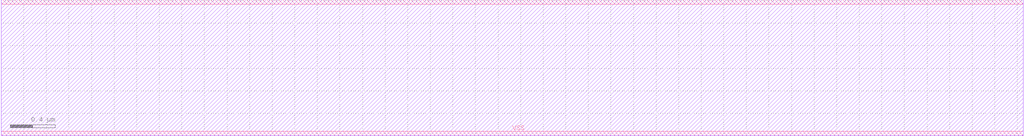
<source format=lef>
VERSION 5.8 ;
BUSBITCHARS "[]" ;
DIVIDERCHAR "|" ;

PROPERTYDEFINITIONS
END PROPERTYDEFINITIONS

UNITS
    DATABASE MICRONS 2000 ;
END UNITS
SITE CoreSiteDie1
    CLASS CORE ;
    SIZE 0.141 BY 1.209 ;
END CoreSiteDie1

LAYER Metal1Die1
    TYPE ROUTING ;
    PITCH 0.19 ;
    WIDTH 0.06 ;
    AREA 0.02 ;
    SPACING 0.09 ENDOFLINE 0.09 WITHIN 0.025  ;
SPACINGTABLE
  PARALLELRUNLENGTH 0.000
  WIDTH 0.000	 0.060
  WIDTH 0.100	 0.100
  WIDTH 0.750	 0.250
  WIDTH 1.500	 0.450 ;
    DIRECTION HORIZONTAL ;
END Metal1Die1

MACRO OAI2BB1X4
    CLASS CORE ;
    SIZE 1.838 BY 1.209 ;
    SYMMETRY X Y ;
    SITE CoreSiteDie1 ;
    PIN Y
        DIRECTION OUTPUT ; 
        USE SIGNAL ; 
        PORT
            LAYER Metal1Die1 ;
              RECT  1.1135 0.82 1.156 1.018 ;
              RECT  0.042 0.82 1.156 0.8625 ;
              RECT  0.774 0.403 0.9615 0.445 ;
              RECT  0.8235 0.82 0.866 1.018 ;
              RECT  0.081 0.417 0.8095 0.4595 ;
              RECT  0.5265 0.82 0.569 1.018 ;
              RECT  0.3605 0.403 0.445 0.4595 ;
              RECT  0.2365 0.82 0.279 1.018 ;
              RECT  0.042 0.6925 0.1235 0.8625 ;
              RECT  0.081 0.417 0.1235 0.8625 ;
        END
    END Y
    PIN A0N
        DIRECTION INPUT ; 
        USE SIGNAL ; 
        PORT
            LAYER Metal1Die1 ;
              RECT  1.3325 0.5795 1.4845 0.636 ;
              RECT  1.3325 0.4415 1.389 0.636 ;
              RECT  1.269 0.4415 1.389 0.4985 ;
        END
    END A0N
    PIN A1N
        DIRECTION INPUT ; 
        USE SIGNAL ; 
        PORT
            LAYER Metal1Die1 ;
              RECT  1.739 0.6925 1.796 0.82 ;
              RECT  1.6685 0.6925 1.796 0.7495 ;
              RECT  1.6685 0.537 1.725 0.7495 ;
        END
    END A1N
    PIN B0
        DIRECTION INPUT ; 
        USE SIGNAL ; 
        PORT
            LAYER Metal1Die1 ;
              RECT  0.194 0.53 1.1985 0.5725 ;
              RECT  0.325 0.53 0.3815 0.6505 ;
        END
    END B0
    PIN VDD
        DIRECTION INOUT ; 
        USE POWER ; 
        PORT
            LAYER Metal1Die1 ;
              RECT  0 1.1665 1.838 1.209 ;
        END
    END VDD
    PIN VSS
        DIRECTION INOUT ; 
        USE GROUND ; 
        PORT
            LAYER Metal1Die1 ;
              RECT  0 0 1.838 0.042 ;
        END
    END VSS
END OAI2BB1X4

MACRO OA22X2
    CLASS CORE ;
    SIZE 1.414 BY 1.209 ;
    SYMMETRY X Y ;
    SITE CoreSiteDie1 ;
    PIN Y
        DIRECTION OUTPUT ; 
        USE SIGNAL ; 
        PORT
            LAYER Metal1Die1 ;
              RECT  1.032 0.403 1.1415 0.445 ;
              RECT  1.032 0.403 1.0885 0.516 ;
              RECT  1.018 0.4735 1.0605 0.986 ;
        END
    END Y
    PIN B0
        DIRECTION INPUT ; 
        USE SIGNAL ; 
        PORT
            LAYER Metal1Die1 ;
              RECT  0.8905 0.6925 0.9475 0.7845 ;
              RECT  0.707 0.6925 0.9475 0.7495 ;
              RECT  0.707 0.6925 0.7635 0.827 ;
        END
    END B0
    PIN A1
        DIRECTION INPUT ; 
        USE SIGNAL ; 
        PORT
            LAYER Metal1Die1 ;
              RECT  0.325 0.477 0.3815 0.8305 ;
        END
    END A1
    PIN A0
        DIRECTION INPUT ; 
        USE SIGNAL ; 
        PORT
            LAYER Metal1Die1 ;
              RECT  0.1835 0.477 0.24 0.8305 ;
        END
    END A0
    PIN B1
        DIRECTION INPUT ; 
        USE SIGNAL ; 
        PORT
            LAYER Metal1Die1 ;
              RECT  0.4665 0.477 0.523 0.8305 ;
        END
    END B1
    PIN VDD
        DIRECTION INOUT ; 
        USE POWER ; 
        PORT
            LAYER Metal1Die1 ;
              RECT  0 1.1665 1.414 1.209 ;
        END
    END VDD
    PIN VSS
        DIRECTION INOUT ; 
        USE GROUND ; 
        PORT
            LAYER Metal1Die1 ;
              RECT  0 0 1.414 0.042 ;
        END
    END VSS
END OA22X2

MACRO NAND3X8
    CLASS CORE ;
    SIZE 3.394 BY 1.209 ;
    SYMMETRY X Y ;
    SITE CoreSiteDie1 ;
    PIN Y
        DIRECTION OUTPUT ; 
        USE SIGNAL ; 
        PORT
            LAYER Metal1Die1 ;
              RECT  3.1995 0.6925 3.27 1.032 ;
              RECT  3.2275 0.286 3.27 1.032 ;
              RECT  0.548 0.286 3.27 0.3285 ;
              RECT  2.9095 0.742 3.27 0.7845 ;
              RECT  3.1535 0.6925 3.27 0.7845 ;
              RECT  2.9095 0.7175 2.952 1.032 ;
              RECT  0.2225 0.8555 2.952 0.898 ;
              RECT  2.6195 0.7495 2.662 1.032 ;
              RECT  2.305 0.8555 2.3475 0.94 ;
              RECT  2.015 0.8555 2.0575 0.94 ;
              RECT  1.725 0.8555 1.7675 0.94 ;
              RECT  1.4315 0.8555 1.474 0.94 ;
              RECT  1.117 0.7495 1.1595 1.032 ;
              RECT  0.827 0.8555 0.8695 0.94 ;
              RECT  0.537 0.8555 0.5795 0.94 ;
              RECT  0.2225 0.8445 0.265 1.032 ;
        END
    END Y
    PIN A
        DIRECTION INPUT ; 
        USE SIGNAL ; 
        PORT
            LAYER Metal1Die1 ;
              RECT  2.6375 0.6255 2.729 0.668 ;
              RECT  2.5065 0.636 2.6795 0.6785 ;
              RECT  1.23 0.742 2.549 0.7845 ;
              RECT  2.5065 0.636 2.549 0.7845 ;
              RECT  1.8455 0.6255 1.8875 0.7845 ;
              RECT  1.803 0.6255 1.8875 0.668 ;
              RECT  1.23 0.636 1.2725 0.7845 ;
              RECT  0.905 0.636 1.2725 0.6785 ;
              RECT  0.905 0.6255 0.9895 0.6785 ;
              RECT  0.3355 0.742 0.9475 0.7845 ;
              RECT  0.905 0.6255 0.9475 0.7845 ;
              RECT  0.1975 0.7315 0.378 0.774 ;
              RECT  0.1975 0.5585 0.24 0.774 ;
              RECT  0.1835 0.5585 0.24 0.6505 ;
        END
    END A
    PIN B
        DIRECTION INPUT ; 
        USE SIGNAL ; 
        PORT
            LAYER Metal1Die1 ;
              RECT  2.853 0.5125 3.0015 0.6325 ;
              RECT  2.4815 0.5125 3.0015 0.555 ;
              RECT  2.3935 0.523 2.5665 0.5655 ;
              RECT  2.1 0.629 2.4355 0.6715 ;
              RECT  2.3935 0.523 2.4355 0.6715 ;
              RECT  2.1 0.523 2.1425 0.6715 ;
              RECT  1.9585 0.523 2.1425 0.5655 ;
              RECT  1.6545 0.5125 2.001 0.555 ;
              RECT  1.612 0.523 1.697 0.5655 ;
              RECT  1.3435 0.629 1.6545 0.6715 ;
              RECT  1.612 0.523 1.6545 0.6715 ;
              RECT  1.3435 0.523 1.3855 0.6715 ;
              RECT  1.0605 0.523 1.3855 0.5655 ;
              RECT  0.735 0.5125 1.103 0.555 ;
              RECT  0.449 0.629 0.7775 0.6715 ;
              RECT  0.735 0.5125 0.7775 0.6715 ;
              RECT  0.318 0.6185 0.491 0.661 ;
        END
    END B
    PIN C
        DIRECTION INPUT ; 
        USE SIGNAL ; 
        PORT
            LAYER Metal1Die1 ;
              RECT  3.072 0.523 3.157 0.5655 ;
              RECT  3.072 0.3995 3.1145 0.5655 ;
              RECT  0.622 0.3995 3.1145 0.4415 ;
              RECT  2.2375 0.516 2.3225 0.5585 ;
              RECT  2.28 0.3995 2.3225 0.5585 ;
              RECT  1.4565 0.516 1.541 0.5585 ;
              RECT  1.4565 0.3995 1.499 0.5585 ;
              RECT  0.562 0.516 0.6645 0.5585 ;
              RECT  0.608 0.424 0.6645 0.5585 ;
        END
    END C
    PIN VDD
        DIRECTION INOUT ; 
        USE POWER ; 
        PORT
            LAYER Metal1Die1 ;
              RECT  0 1.1665 3.394 1.209 ;
        END
    END VDD
    PIN VSS
        DIRECTION INOUT ; 
        USE GROUND ; 
        PORT
            LAYER Metal1Die1 ;
              RECT  0 0 3.394 0.042 ;
        END
    END VSS
END NAND3X8

MACRO SDFFRX4
    CLASS CORE ;
    SIZE 5.515 BY 1.209 ;
    SYMMETRY X Y ;
    SITE CoreSiteDie1 ;
    PIN QN
        DIRECTION OUTPUT ; 
        USE SIGNAL ; 
        PORT
            LAYER Metal1Die1 ;
              RECT  4.6665 0.3425 5.084 0.385 ;
              RECT  5.0275 0.6715 5.0695 0.9475 ;
              RECT  4.709 0.6715 5.0695 0.714 ;
              RECT  4.709 0.6715 4.78 0.9475 ;
              RECT  4.709 0.5585 4.7655 0.9475 ;
              RECT  4.709 0.3425 4.7515 0.9475 ;
        END
    END QN
    PIN Q
        DIRECTION OUTPUT ; 
        USE SIGNAL ; 
        PORT
            LAYER Metal1Die1 ;
              RECT  4.4475 0.6715 4.49 0.9475 ;
              RECT  4.1435 0.6715 4.49 0.714 ;
              RECT  4.002 0.3425 4.419 0.385 ;
              RECT  4.1435 0.5585 4.2 0.9475 ;
              RECT  4.1435 0.3425 4.186 0.9475 ;
        END
    END Q
    PIN RN
        DIRECTION INPUT ; 
        USE SIGNAL ; 
        PORT
            LAYER Metal1Die1 ;
              RECT  3.783 0.4525 3.825 0.537 ;
              RECT  3.2985 0.456 3.825 0.4985 ;
              RECT  3.341 0.4525 3.825 0.4985 ;
              RECT  3.341 0.2755 3.3835 0.4985 ;
              RECT  3.118 0.2755 3.3835 0.318 ;
              RECT  3.118 0.2085 3.1605 0.318 ;
              RECT  2.6195 0.2085 3.1605 0.251 ;
              RECT  2.28 0.569 2.662 0.6115 ;
              RECT  2.6195 0.2085 2.662 0.6115 ;
              RECT  2.57 0.4415 2.662 0.4985 ;
        END
    END RN
    PIN CK
        DIRECTION INPUT ; 
        USE SIGNAL ; 
        PORT
            LAYER Metal1Die1 ;
              RECT  1.032 0.424 1.0885 0.7775 ;
        END
    END CK
    PIN D
        DIRECTION INPUT ; 
        USE SIGNAL ; 
        PORT
            LAYER Metal1Die1 ;
              RECT  0.8905 0.424 0.9475 0.7775 ;
        END
    END D
    PIN SI
        DIRECTION INPUT ; 
        USE SIGNAL ; 
        PORT
            LAYER Metal1Die1 ;
              RECT  0.325 0.5585 0.4805 0.7775 ;
              RECT  0.325 0.523 0.3815 0.7775 ;
        END
    END SI
    PIN SE
        DIRECTION INPUT ; 
        USE SIGNAL ; 
        PORT
            LAYER Metal1Die1 ;
              RECT  0.7775 0.18 0.82 0.7775 ;
              RECT  0.3815 0.18 0.82 0.2225 ;
              RECT  0.449 0.4415 0.5335 0.484 ;
              RECT  0.1975 0.41 0.491 0.4525 ;
              RECT  0.3815 0.18 0.424 0.4525 ;
              RECT  0.1835 0.424 0.24 0.516 ;
        END
    END SE
    PIN VDD
        DIRECTION INOUT ; 
        USE POWER ; 
        PORT
            LAYER Metal1Die1 ;
              RECT  0 1.1665 5.515 1.209 ;
        END
    END VDD
    PIN VSS
        DIRECTION INOUT ; 
        USE GROUND ; 
        PORT
            LAYER Metal1Die1 ;
              RECT  0 0 5.515 0.042 ;
        END
    END VSS
END SDFFRX4

MACRO TLATSRX1
    CLASS CORE ;
    SIZE 2.687 BY 1.209 ;
    SYMMETRY X Y ;
    SITE CoreSiteDie1 ;
    PIN QN
        DIRECTION OUTPUT ; 
        USE SIGNAL ; 
        PORT
            LAYER Metal1Die1 ;
              RECT  0.622 0.2895 0.6645 0.7565 ;
              RECT  0.608 0.424 0.6645 0.516 ;
        END
    END QN
    PIN Q
        DIRECTION OUTPUT ; 
        USE SIGNAL ; 
        PORT
            LAYER Metal1Die1 ;
              RECT  0.159 0.2895 0.2155 0.912 ;
              RECT  0.042 0.2895 0.2155 0.3815 ;
        END
    END Q
    PIN D
        DIRECTION INPUT ; 
        USE SIGNAL ; 
        PORT
            LAYER Metal1Die1 ;
              RECT  2.305 0.5975 2.4535 0.8165 ;
              RECT  2.397 0.555 2.4535 0.8165 ;
        END
    END D
    PIN RN
        DIRECTION INPUT ; 
        USE SIGNAL ; 
        PORT
            LAYER Metal1Die1 ;
              RECT  1.4315 0.576 1.718 0.6785 ;
              RECT  1.4315 0.555 1.488 0.6785 ;
        END
    END RN
    PIN G
        DIRECTION INPUT ; 
        USE SIGNAL ; 
        PORT
            LAYER Metal1Die1 ;
              RECT  1.131 0.576 1.248 0.6325 ;
              RECT  1.131 0.576 1.1875 0.8695 ;
        END
    END G
    PIN SN
        DIRECTION INPUT ; 
        USE SIGNAL ; 
        PORT
            LAYER Metal1Die1 ;
              RECT  0.8905 0.4595 0.9475 0.7705 ;
              RECT  0.8485 0.5935 0.9475 0.6505 ;
        END
    END SN
    PIN VDD
        DIRECTION INOUT ; 
        USE POWER ; 
        PORT
            LAYER Metal1Die1 ;
              RECT  0 1.1665 2.687 1.209 ;
        END
    END VDD
    PIN VSS
        DIRECTION INOUT ; 
        USE GROUND ; 
        PORT
            LAYER Metal1Die1 ;
              RECT  0 0 2.687 0.042 ;
        END
    END VSS
END TLATSRX1

MACRO OAI2BB1X1
    CLASS CORE ;
    SIZE 0.8485 BY 1.209 ;
    SYMMETRY X Y ;
    SITE CoreSiteDie1 ;
    PIN Y
        DIRECTION OUTPUT ; 
        USE SIGNAL ; 
        PORT
            LAYER Metal1Die1 ;
              RECT  0.1975 0.5585 0.24 0.9475 ;
              RECT  0.0845 0.5585 0.24 0.601 ;
              RECT  0.0845 0.2825 0.127 0.601 ;
              RECT  0.042 0.2895 0.127 0.3815 ;
        END
    END Y
    PIN B0
        DIRECTION INPUT ; 
        USE SIGNAL ; 
        PORT
            LAYER Metal1Die1 ;
              RECT  0.325 0.6925 0.3815 0.7915 ;
              RECT  0.311 0.4525 0.3675 0.7495 ;
        END
    END B0
    PIN A0N
        DIRECTION INPUT ; 
        USE SIGNAL ; 
        PORT
            LAYER Metal1Die1 ;
              RECT  0.4525 0.5515 0.523 0.7915 ;
              RECT  0.4525 0.4525 0.509 0.7915 ;
        END
    END A0N
    PIN A1N
        DIRECTION INPUT ; 
        USE SIGNAL ; 
        PORT
            LAYER Metal1Die1 ;
              RECT  0.7495 0.6925 0.806 0.7845 ;
              RECT  0.707 0.4735 0.7635 0.7495 ;
        END
    END A1N
    PIN VDD
        DIRECTION INOUT ; 
        USE POWER ; 
        PORT
            LAYER Metal1Die1 ;
              RECT  0 1.1665 0.8485 1.209 ;
        END
    END VDD
    PIN VSS
        DIRECTION INOUT ; 
        USE GROUND ; 
        PORT
            LAYER Metal1Die1 ;
              RECT  0 0 0.8485 0.042 ;
        END
    END VSS
END OAI2BB1X1

MACRO DLY4X1
    CLASS CORE ;
    SIZE 4.101 BY 1.209 ;
    SYMMETRY X Y ;
    SITE CoreSiteDie1 ;
    PIN Y
        DIRECTION OUTPUT ; 
        USE SIGNAL ; 
        PORT
            LAYER Metal1Die1 ;
              RECT  0.3075 0.4415 0.3995 0.4985 ;
              RECT  0.3075 0.3815 0.364 0.912 ;
        END
    END Y
    PIN A
        DIRECTION INPUT ; 
        USE SIGNAL ; 
        PORT
            LAYER Metal1Die1 ;
              RECT  3.8605 0.4875 3.917 0.841 ;
        END
    END A
    PIN VDD
        DIRECTION INOUT ; 
        USE POWER ; 
        PORT
            LAYER Metal1Die1 ;
              RECT  0 1.1665 4.101 1.209 ;
        END
    END VDD
    PIN VSS
        DIRECTION INOUT ; 
        USE GROUND ; 
        PORT
            LAYER Metal1Die1 ;
              RECT  0 0 4.101 0.042 ;
        END
    END VSS
END DLY4X1

MACRO ADDFX4
    CLASS CORE ;
    SIZE 3.9595 BY 1.209 ;
    SYMMETRY X Y ;
    SITE CoreSiteDie1 ;
    PIN S
        DIRECTION OUTPUT ; 
        USE SIGNAL ; 
        PORT
            LAYER Metal1Die1 ;
              RECT  3.6945 0.424 3.7755 0.516 ;
              RECT  3.355 0.707 3.737 0.7495 ;
              RECT  3.6945 0.35 3.737 0.7495 ;
              RECT  3.652 0.293 3.6945 0.392 ;
              RECT  3.645 0.707 3.6875 0.9825 ;
              RECT  3.355 0.35 3.737 0.392 ;
              RECT  3.355 0.707 3.3975 0.9825 ;
              RECT  3.355 0.293 3.3975 0.392 ;
        END
    END S
    PIN CO
        DIRECTION OUTPUT ; 
        USE SIGNAL ; 
        PORT
            LAYER Metal1Die1 ;
              RECT  0.537 0.6505 0.5795 0.9155 ;
              RECT  0.1835 0.424 0.5795 0.4665 ;
              RECT  0.537 0.3675 0.5795 0.4665 ;
              RECT  0.1975 0.6505 0.5795 0.6925 ;
              RECT  0.24 0.6505 0.2825 0.9155 ;
              RECT  0.24 0.3675 0.2825 0.4665 ;
              RECT  0.1975 0.424 0.24 0.6925 ;
              RECT  0.1835 0.424 0.24 0.516 ;
        END
    END CO
    PIN B
        DIRECTION INPUT ; 
        USE SIGNAL ; 
        PORT
            LAYER Metal1Die1 ;
              RECT  2.245 0.5795 3.058 0.622 ;
              RECT  1.598 0.622 2.287 0.6645 ;
              RECT  1.598 0.5585 1.785 0.6645 ;
              RECT  1.248 0.5585 1.785 0.601 ;
        END
    END B
    PIN A
        DIRECTION INPUT ; 
        USE SIGNAL ; 
        PORT
            LAYER Metal1Die1 ;
              RECT  3.1285 0.4415 3.171 0.5265 ;
              RECT  2.9945 0.4415 3.171 0.509 ;
              RECT  2.1315 0.4665 3.171 0.509 ;
              RECT  1.856 0.509 2.174 0.5515 ;
              RECT  1.856 0.445 1.8985 0.5515 ;
              RECT  1.0885 0.445 1.8985 0.4875 ;
              RECT  1.0885 0.445 1.131 0.53 ;
        END
    END A
    PIN CI
        DIRECTION INPUT ; 
        USE SIGNAL ; 
        PORT
            LAYER Metal1Die1 ;
              RECT  1.955 0.3535 2.839 0.3955 ;
              RECT  1.976 0.3535 2.061 0.438 ;
              RECT  1.58 0.332 1.9975 0.3745 ;
              RECT  1.58 0.3075 1.672 0.3745 ;
        END
    END CI
    PIN VDD
        DIRECTION INOUT ; 
        USE POWER ; 
        PORT
            LAYER Metal1Die1 ;
              RECT  0 1.1665 3.9595 1.209 ;
        END
    END VDD
    PIN VSS
        DIRECTION INOUT ; 
        USE GROUND ; 
        PORT
            LAYER Metal1Die1 ;
              RECT  0 0 3.9595 0.042 ;
        END
    END VSS
END ADDFX4

MACRO CLKAND2X12
    CLASS CORE ;
    SIZE 3.111 BY 1.209 ;
    SYMMETRY X Y ;
    SITE CoreSiteDie1 ;
    PIN Y
        DIRECTION OUTPUT ; 
        USE SIGNAL ; 
        PORT
            LAYER Metal1Die1 ;
              RECT  2.853 0.647 2.927 0.9685 ;
              RECT  2.8705 0.5585 2.927 0.9685 ;
              RECT  2.8705 0.4205 2.913 0.9685 ;
              RECT  1.6295 0.4205 2.913 0.463 ;
              RECT  1.6935 0.647 2.927 0.689 ;
              RECT  2.7895 0.247 2.8315 0.463 ;
              RECT  2.563 0.647 2.6055 0.9685 ;
              RECT  2.4995 0.247 2.542 0.463 ;
              RECT  2.273 0.647 2.3155 0.9685 ;
              RECT  2.2095 0.247 2.252 0.463 ;
              RECT  1.983 0.647 2.0255 0.9685 ;
              RECT  1.9195 0.247 1.962 0.463 ;
              RECT  1.6935 0.647 1.7355 0.9685 ;
              RECT  1.6295 0.247 1.672 0.463 ;
        END
    END Y
    PIN A
        DIRECTION INPUT ; 
        USE SIGNAL ; 
        PORT
            LAYER Metal1Die1 ;
              RECT  1.2975 0.576 1.446 0.6185 ;
              RECT  0.4665 0.6715 1.389 0.714 ;
              RECT  1.2975 0.576 1.389 0.714 ;
              RECT  0.841 0.629 0.8835 0.714 ;
              RECT  0.4665 0.629 0.509 0.714 ;
        END
    END A
    PIN B
        DIRECTION INPUT ; 
        USE SIGNAL ; 
        PORT
            LAYER Metal1Die1 ;
              RECT  1.117 0.516 1.1595 0.601 ;
              RECT  0.339 0.516 1.1595 0.5585 ;
              RECT  0.682 0.516 0.767 0.5655 ;
              RECT  0.325 0.5585 0.3815 0.6505 ;
              RECT  0.187 0.5585 0.3815 0.601 ;
        END
    END B
    PIN VDD
        DIRECTION INOUT ; 
        USE POWER ; 
        PORT
            LAYER Metal1Die1 ;
              RECT  0 1.1665 3.111 1.209 ;
        END
    END VDD
    PIN VSS
        DIRECTION INOUT ; 
        USE GROUND ; 
        PORT
            LAYER Metal1Die1 ;
              RECT  0 0 3.111 0.042 ;
        END
    END VSS
END CLKAND2X12

MACRO MXI3XL
    CLASS CORE ;
    SIZE 2.404 BY 1.209 ;
    SYMMETRY X Y ;
    SITE CoreSiteDie1 ;
    PIN Y
        DIRECTION OUTPUT ; 
        USE SIGNAL ; 
        PORT
            LAYER Metal1Die1 ;
              RECT  2.305 0.3675 2.3615 0.721 ;
        END
    END Y
    PIN C
        DIRECTION INPUT ; 
        USE SIGNAL ; 
        PORT
            LAYER Metal1Die1 ;
              RECT  2.061 0.5585 2.227 0.767 ;
              RECT  2.061 0.523 2.1175 0.767 ;
        END
    END C
    PIN S1
        DIRECTION INPUT ; 
        USE SIGNAL ; 
        PORT
            LAYER Metal1Die1 ;
              RECT  1.4385 0.6645 1.8135 0.721 ;
              RECT  1.4385 0.576 1.5305 0.721 ;
        END
    END S1
    PIN B
        DIRECTION INPUT ; 
        USE SIGNAL ; 
        PORT
            LAYER Metal1Die1 ;
              RECT  0.951 0.5975 1.0885 0.8025 ;
        END
    END B
    PIN A
        DIRECTION INPUT ; 
        USE SIGNAL ; 
        PORT
            LAYER Metal1Die1 ;
              RECT  0.3005 0.576 0.654 0.6325 ;
        END
    END A
    PIN S0
        DIRECTION INPUT ; 
        USE SIGNAL ; 
        PORT
            LAYER Metal1Die1 ;
              RECT  0.173 0.7035 0.636 0.76 ;
              RECT  0.166 0.7105 0.258 0.767 ;
              RECT  0.173 0.682 0.2295 0.767 ;
        END
    END S0
    PIN VDD
        DIRECTION INOUT ; 
        USE POWER ; 
        PORT
            LAYER Metal1Die1 ;
              RECT  0 1.1665 2.404 1.209 ;
        END
    END VDD
    PIN VSS
        DIRECTION INOUT ; 
        USE GROUND ; 
        PORT
            LAYER Metal1Die1 ;
              RECT  0 0 2.404 0.042 ;
        END
    END VSS
END MXI3XL

MACRO NAND3X6
    CLASS CORE ;
    SIZE 2.9695 BY 1.209 ;
    SYMMETRY X Y ;
    SITE CoreSiteDie1 ;
    PIN Y
        DIRECTION OUTPUT ; 
        USE SIGNAL ; 
        PORT
            LAYER Metal1Die1 ;
              RECT  0.2755 0.834 2.927 0.8765 ;
              RECT  2.8845 0.3815 2.927 0.8765 ;
              RECT  2.8705 0.6925 2.927 0.8765 ;
              RECT  2.4075 0.3815 2.927 0.424 ;
              RECT  2.7115 0.834 2.754 1.011 ;
              RECT  2.4215 0.834 2.464 0.919 ;
              RECT  2.4075 0.226 2.45 0.424 ;
              RECT  1.389 0.304 2.45 0.346 ;
              RECT  2.1315 0.834 2.174 0.919 ;
              RECT  1.842 0.7565 1.884 1.011 ;
              RECT  1.534 0.834 1.5765 0.919 ;
              RECT  1.389 0.226 1.4315 0.424 ;
              RECT  0.548 0.226 1.4315 0.2685 ;
              RECT  1.1455 0.834 1.1875 0.919 ;
              RECT  0.8555 0.834 0.898 0.919 ;
              RECT  0.5655 0.834 0.608 0.919 ;
              RECT  0.548 0.226 0.59 0.424 ;
              RECT  0.2755 0.834 0.318 0.919 ;
        END
    END Y
    PIN A
        DIRECTION INPUT ; 
        USE SIGNAL ; 
        PORT
            LAYER Metal1Die1 ;
              RECT  2.7575 0.537 2.807 0.622 ;
              RECT  2.068 0.721 2.8 0.7635 ;
              RECT  2.7575 0.537 2.8 0.7635 ;
              RECT  2.068 0.643 2.1105 0.7635 ;
              RECT  1.7285 0.643 2.1105 0.6855 ;
              RECT  0.2435 0.721 1.771 0.7635 ;
              RECT  1.7285 0.643 1.771 0.7635 ;
              RECT  1.0075 0.643 1.092 0.7635 ;
              RECT  0.2435 0.576 0.286 0.7635 ;
              RECT  0.166 0.576 0.286 0.6325 ;
        END
    END A
    PIN B
        DIRECTION INPUT ; 
        USE SIGNAL ; 
        PORT
            LAYER Metal1Die1 ;
              RECT  2.181 0.608 2.683 0.6505 ;
              RECT  2.588 0.5585 2.6445 0.6505 ;
              RECT  2.181 0.53 2.2235 0.6505 ;
              RECT  1.6155 0.53 2.2235 0.5725 ;
              RECT  1.163 0.608 1.658 0.6505 ;
              RECT  1.6155 0.53 1.658 0.6505 ;
              RECT  1.163 0.53 1.2055 0.6505 ;
              RECT  0.894 0.53 1.2055 0.5725 ;
              RECT  0.781 0.569 0.9365 0.6115 ;
              RECT  0.357 0.608 0.8235 0.6505 ;
        END
    END B
    PIN C
        DIRECTION INPUT ; 
        USE SIGNAL ; 
        PORT
            LAYER Metal1Die1 ;
              RECT  2.2945 0.4945 2.4145 0.537 ;
              RECT  2.2945 0.417 2.3365 0.537 ;
              RECT  1.5025 0.417 2.3365 0.4595 ;
              RECT  1.276 0.4945 1.545 0.537 ;
              RECT  1.5025 0.417 1.545 0.537 ;
              RECT  1.276 0.417 1.3185 0.537 ;
              RECT  0.781 0.417 1.3185 0.4595 ;
              RECT  0.668 0.4415 0.8235 0.4985 ;
              RECT  0.6255 0.4945 0.7105 0.537 ;
        END
    END C
    PIN VDD
        DIRECTION INOUT ; 
        USE POWER ; 
        PORT
            LAYER Metal1Die1 ;
              RECT  0 1.1665 2.9695 1.209 ;
        END
    END VDD
    PIN VSS
        DIRECTION INOUT ; 
        USE GROUND ; 
        PORT
            LAYER Metal1Die1 ;
              RECT  0 0 2.9695 0.042 ;
        END
    END VSS
END NAND3X6

MACRO SDFFRX2
    CLASS CORE ;
    SIZE 4.525 BY 1.209 ;
    SYMMETRY X Y ;
    SITE CoreSiteDie1 ;
    PIN Q
        DIRECTION OUTPUT ; 
        USE SIGNAL ; 
        PORT
            LAYER Metal1Die1 ;
              RECT  0.7455 0.643 0.8305 0.7 ;
              RECT  0.7455 0.424 0.806 0.516 ;
              RECT  0.7455 0.346 0.8025 0.7 ;
        END
    END Q
    PIN QN
        DIRECTION OUTPUT ; 
        USE SIGNAL ; 
        PORT
            LAYER Metal1Die1 ;
              RECT  0.4595 0.424 0.523 0.516 ;
              RECT  0.3955 0.643 0.516 0.7 ;
              RECT  0.4595 0.346 0.516 0.7 ;
        END
    END QN
    PIN SE
        DIRECTION INPUT ; 
        USE SIGNAL ; 
        PORT
            LAYER Metal1Die1 ;
              RECT  4.285 0.424 4.3415 0.516 ;
              RECT  3.9845 0.424 4.3415 0.4805 ;
              RECT  3.9845 0.424 4.041 0.622 ;
        END
    END SE
    PIN D
        DIRECTION INPUT ; 
        USE SIGNAL ; 
        PORT
            LAYER Metal1Die1 ;
              RECT  4.1115 0.5515 4.1965 0.608 ;
              RECT  3.9845 0.7105 4.168 0.767 ;
              RECT  4.1115 0.5515 4.168 0.767 ;
        END
    END D
    PIN SI
        DIRECTION INPUT ; 
        USE SIGNAL ; 
        PORT
            LAYER Metal1Die1 ;
              RECT  3.6305 0.424 3.6875 0.615 ;
              RECT  3.5775 0.5585 3.6345 0.7245 ;
        END
    END SI
    PIN RN
        DIRECTION INPUT ; 
        USE SIGNAL ; 
        PORT
            LAYER Metal1Die1 ;
              RECT  1.9655 0.9755 2.6655 1.018 ;
              RECT  1.9655 0.742 2.008 1.018 ;
              RECT  1.739 0.742 2.008 0.7845 ;
              RECT  1.739 0.6925 1.796 0.7845 ;
              RECT  1.739 0.5935 1.7815 0.7845 ;
              RECT  1.686 0.5935 1.7815 0.636 ;
        END
    END RN
    PIN CK
        DIRECTION INPUT ; 
        USE SIGNAL ; 
        PORT
            LAYER Metal1Die1 ;
              RECT  1.0145 0.403 1.1595 0.4985 ;
              RECT  1.0145 0.403 1.071 0.668 ;
        END
    END CK
    PIN VDD
        DIRECTION INOUT ; 
        USE POWER ; 
        PORT
            LAYER Metal1Die1 ;
              RECT  0 1.1665 4.525 1.209 ;
        END
    END VDD
    PIN VSS
        DIRECTION INOUT ; 
        USE GROUND ; 
        PORT
            LAYER Metal1Die1 ;
              RECT  0 0 4.525 0.042 ;
        END
    END VSS
END SDFFRX2

MACRO MX3X1
    CLASS CORE ;
    SIZE 2.121 BY 1.209 ;
    SYMMETRY X Y ;
    SITE CoreSiteDie1 ;
    PIN Y
        DIRECTION OUTPUT ; 
        USE SIGNAL ; 
        PORT
            LAYER Metal1Die1 ;
              RECT  0.0915 0.5405 0.134 0.951 ;
              RECT  0.0915 0.272 0.134 0.357 ;
              RECT  0.0565 0.2895 0.0985 0.583 ;
              RECT  0.042 0.2895 0.0985 0.3815 ;
        END
    END Y
    PIN S0
        DIRECTION INPUT ; 
        USE SIGNAL ; 
        PORT
            LAYER Metal1Die1 ;
              RECT  1.4705 0.7105 1.955 0.767 ;
              RECT  1.4705 0.682 1.527 0.767 ;
        END
    END S0
    PIN A
        DIRECTION INPUT ; 
        USE SIGNAL ; 
        PORT
            LAYER Metal1Die1 ;
              RECT  1.598 0.548 1.916 0.6045 ;
              RECT  1.598 0.548 1.6545 0.6395 ;
        END
    END A
    PIN B
        DIRECTION INPUT ; 
        USE SIGNAL ; 
        PORT
            LAYER Metal1Die1 ;
              RECT  1.117 0.4595 1.1735 0.6925 ;
              RECT  1.032 0.4595 1.1735 0.516 ;
              RECT  1.032 0.424 1.0885 0.516 ;
        END
    END B
    PIN S1
        DIRECTION INPUT ; 
        USE SIGNAL ; 
        PORT
            LAYER Metal1Die1 ;
              RECT  0.8905 0.339 0.9475 0.6925 ;
        END
    END S1
    PIN C
        DIRECTION INPUT ; 
        USE SIGNAL ; 
        PORT
            LAYER Metal1Die1 ;
              RECT  0.325 0.4415 0.3815 0.795 ;
        END
    END C
    PIN VDD
        DIRECTION INOUT ; 
        USE POWER ; 
        PORT
            LAYER Metal1Die1 ;
              RECT  0 1.1665 2.121 1.209 ;
        END
    END VDD
    PIN VSS
        DIRECTION INOUT ; 
        USE GROUND ; 
        PORT
            LAYER Metal1Die1 ;
              RECT  0 0 2.121 0.042 ;
        END
    END VSS
END MX3X1

MACRO SDFFSRHQX1
    CLASS CORE ;
    SIZE 5.515 BY 1.209 ;
    SYMMETRY X Y ;
    SITE CoreSiteDie1 ;
    PIN Q
        DIRECTION OUTPUT ; 
        USE SIGNAL ; 
        PORT
            LAYER Metal1Die1 ;
              RECT  0.0775 0.4735 0.12 0.912 ;
              RECT  0.042 0.424 0.0985 0.516 ;
              RECT  0.0565 0.3605 0.0985 0.516 ;
        END
    END Q
    PIN SE
        DIRECTION INPUT ; 
        USE SIGNAL ; 
        PORT
            LAYER Metal1Die1 ;
              RECT  4.826 0.456 5.349 0.4985 ;
              RECT  5.2255 0.4415 5.349 0.4985 ;
              RECT  4.826 0.456 4.868 0.6395 ;
        END
    END SE
    PIN SI
        DIRECTION INPUT ; 
        USE SIGNAL ; 
        PORT
            LAYER Metal1Die1 ;
              RECT  5.0945 0.576 5.381 0.6325 ;
              RECT  5.0945 0.5725 5.19 0.6925 ;
              RECT  5.1155 0.569 5.19 0.6925 ;
        END
    END SI
    PIN D
        DIRECTION INPUT ; 
        USE SIGNAL ; 
        PORT
            LAYER Metal1Die1 ;
              RECT  4.55 0.3815 4.642 0.643 ;
        END
    END D
    PIN CK
        DIRECTION INPUT ; 
        USE SIGNAL ; 
        PORT
            LAYER Metal1Die1 ;
              RECT  4.1365 0.576 4.4795 0.6325 ;
              RECT  4.1365 0.576 4.359 0.643 ;
        END
    END CK
    PIN SN
        DIRECTION INPUT ; 
        USE SIGNAL ; 
        PORT
            LAYER Metal1Die1 ;
              RECT  2.531 0.9365 3.026 0.979 ;
              RECT  2.531 0.82 2.5735 0.979 ;
              RECT  2.2625 0.82 2.5735 0.8625 ;
              RECT  1.697 0.9155 2.305 0.958 ;
              RECT  2.2625 0.82 2.305 0.958 ;
              RECT  1.697 0.668 1.739 0.958 ;
              RECT  1.0465 0.668 1.739 0.7105 ;
              RECT  1.0465 0.5585 1.0885 0.7105 ;
              RECT  1.032 0.5585 1.0885 0.6505 ;
        END
    END SN
    PIN RN
        DIRECTION INPUT ; 
        USE SIGNAL ; 
        PORT
            LAYER Metal1Die1 ;
              RECT  0.8905 0.5585 0.9475 0.6505 ;
              RECT  0.7245 0.5585 0.9475 0.643 ;
              RECT  0.7245 0.463 0.781 0.643 ;
        END
    END RN
    PIN VDD
        DIRECTION INOUT ; 
        USE POWER ; 
        PORT
            LAYER Metal1Die1 ;
              RECT  0 1.1665 5.515 1.209 ;
        END
    END VDD
    PIN VSS
        DIRECTION INOUT ; 
        USE GROUND ; 
        PORT
            LAYER Metal1Die1 ;
              RECT  0 0 5.515 0.042 ;
        END
    END VSS
END SDFFSRHQX1

MACRO TLATNTSCAX16
    CLASS CORE ;
    SIZE 5.374 BY 1.209 ;
    SYMMETRY X Y ;
    SITE CoreSiteDie1 ;
    PIN ECK
        DIRECTION OUTPUT ; 
        USE SIGNAL ; 
        PORT
            LAYER Metal1Die1 ;
              RECT  5.0345 0.576 5.077 0.993 ;
              RECT  5.0025 0.371 5.045 0.6185 ;
              RECT  3.295 0.576 5.077 0.6185 ;
              RECT  4.7445 0.4135 5.045 0.456 ;
              RECT  4.7445 0.576 4.787 0.993 ;
              RECT  4.6915 0.403 4.7765 0.445 ;
              RECT  4.4545 0.576 4.497 0.993 ;
              RECT  4.4225 0.371 4.465 0.6185 ;
              RECT  4.1645 0.4135 4.465 0.456 ;
              RECT  4.1645 0.576 4.207 0.993 ;
              RECT  4.1115 0.403 4.1965 0.445 ;
              RECT  3.8745 0.576 3.917 0.993 ;
              RECT  3.843 0.371 3.8855 0.6185 ;
              RECT  3.585 0.4135 3.8855 0.456 ;
              RECT  3.585 0.576 3.627 0.993 ;
              RECT  3.5315 0.403 3.6165 0.445 ;
              RECT  3.295 0.5585 3.3515 0.6505 ;
              RECT  3.295 0.3955 3.3375 0.993 ;
              RECT  3.263 0.3535 3.3055 0.438 ;
        END
    END ECK
    PIN CK
        DIRECTION INPUT ; 
        USE SIGNAL ; 
        PORT
            LAYER Metal1Die1 ;
              RECT  0.4665 0.318 0.523 0.6715 ;
        END
    END CK
    PIN SE
        DIRECTION INPUT ; 
        USE SIGNAL ; 
        PORT
            LAYER Metal1Die1 ;
              RECT  0.325 0.318 0.3815 0.6715 ;
        END
    END SE
    PIN E
        DIRECTION INPUT ; 
        USE SIGNAL ; 
        PORT
            LAYER Metal1Die1 ;
              RECT  0.042 0.3815 0.0985 0.6715 ;
        END
    END E
    PIN VDD
        DIRECTION INOUT ; 
        USE POWER ; 
        PORT
            LAYER Metal1Die1 ;
              RECT  0 1.1665 5.374 1.209 ;
        END
    END VDD
    PIN VSS
        DIRECTION INOUT ; 
        USE GROUND ; 
        PORT
            LAYER Metal1Die1 ;
              RECT  0 0 5.374 0.042 ;
        END
    END VSS
END TLATNTSCAX16

MACRO OAI33XL
    CLASS CORE ;
    SIZE 1.2725 BY 1.209 ;
    SYMMETRY X Y ;
    SITE CoreSiteDie1 ;
    PIN Y
        DIRECTION OUTPUT ; 
        USE SIGNAL ; 
        PORT
            LAYER Metal1Die1 ;
              RECT  0.682 0.8375 1.23 0.88 ;
              RECT  1.1875 0.1835 1.23 0.88 ;
              RECT  1.1735 0.6925 1.23 0.88 ;
              RECT  0.8485 0.3005 1.23 0.3425 ;
              RECT  1.1275 0.1835 1.23 0.3425 ;
              RECT  0.8485 0.205 0.8905 0.3425 ;
              RECT  0.806 0.205 0.8905 0.247 ;
              RECT  0.682 0.8375 0.7245 0.9685 ;
        END
    END Y
    PIN A1
        DIRECTION INPUT ; 
        USE SIGNAL ; 
        PORT
            LAYER Metal1Die1 ;
              RECT  0.325 0.5265 0.3815 0.88 ;
        END
    END A1
    PIN B2
        DIRECTION INPUT ; 
        USE SIGNAL ; 
        PORT
            LAYER Metal1Die1 ;
              RECT  0.608 0.7105 0.799 0.767 ;
              RECT  0.608 0.548 0.6645 0.767 ;
        END
    END B2
    PIN A0
        DIRECTION INPUT ; 
        USE SIGNAL ; 
        PORT
            LAYER Metal1Die1 ;
              RECT  0.1555 0.4595 0.226 0.6505 ;
              RECT  0.042 0.4595 0.226 0.516 ;
              RECT  0.042 0.424 0.0985 0.516 ;
        END
    END A0
    PIN A2
        DIRECTION INPUT ; 
        USE SIGNAL ; 
        PORT
            LAYER Metal1Die1 ;
              RECT  0.4665 0.5585 0.523 0.912 ;
        END
    END A2
    PIN B1
        DIRECTION INPUT ; 
        USE SIGNAL ; 
        PORT
            LAYER Metal1Die1 ;
              RECT  0.8905 0.4135 0.9475 0.767 ;
        END
    END B1
    PIN B0
        DIRECTION INPUT ; 
        USE SIGNAL ; 
        PORT
            LAYER Metal1Die1 ;
              RECT  1.032 0.424 1.0885 0.753 ;
              RECT  1.018 0.4135 1.0745 0.4985 ;
        END
    END B0
    PIN VDD
        DIRECTION INOUT ; 
        USE POWER ; 
        PORT
            LAYER Metal1Die1 ;
              RECT  0 1.1665 1.2725 1.209 ;
        END
    END VDD
    PIN VSS
        DIRECTION INOUT ; 
        USE GROUND ; 
        PORT
            LAYER Metal1Die1 ;
              RECT  0 0 1.2725 0.042 ;
        END
    END VSS
END OAI33XL

MACRO TLATSRX4
    CLASS CORE ;
    SIZE 5.374 BY 1.209 ;
    SYMMETRY X Y ;
    SITE CoreSiteDie1 ;
    PIN QN
        DIRECTION OUTPUT ; 
        USE SIGNAL ; 
        PORT
            LAYER Metal1Die1 ;
              RECT  2.899 0.477 3.125 0.5195 ;
              RECT  3.0825 0.3285 3.125 0.5195 ;
              RECT  2.5455 0.7035 2.9835 0.7455 ;
              RECT  2.899 0.477 2.9415 0.7455 ;
              RECT  2.588 0.5585 2.6445 0.7455 ;
              RECT  2.588 0.3285 2.63 0.7455 ;
        END
    END QN
    PIN SN
        DIRECTION INPUT ; 
        USE SIGNAL ; 
        PORT
            LAYER Metal1Die1 ;
              RECT  3.376 0.576 3.903 0.6325 ;
        END
    END SN
    PIN RN
        DIRECTION INPUT ; 
        USE SIGNAL ; 
        PORT
            LAYER Metal1Die1 ;
              RECT  4.041 0.219 4.1255 0.2615 ;
              RECT  3.772 0.247 4.0835 0.2895 ;
              RECT  3.4645 0.2155 3.8145 0.258 ;
              RECT  3.196 0.35 3.507 0.392 ;
              RECT  3.4645 0.2155 3.507 0.392 ;
              RECT  3.196 0.2155 3.2385 0.392 ;
              RECT  2.9695 0.2155 3.2385 0.258 ;
              RECT  2.701 0.364 3.012 0.4065 ;
              RECT  2.9695 0.2155 3.012 0.4065 ;
              RECT  2.701 0.2155 2.7435 0.4065 ;
              RECT  2.4745 0.2155 2.7435 0.258 ;
              RECT  2.2485 0.385 2.517 0.4275 ;
              RECT  2.4745 0.2155 2.517 0.4275 ;
              RECT  2.2485 0.2155 2.291 0.4275 ;
              RECT  2.022 0.2155 2.291 0.258 ;
              RECT  1.796 0.385 2.0645 0.4275 ;
              RECT  2.022 0.2155 2.0645 0.4275 ;
              RECT  1.796 0.2155 1.838 0.4275 ;
              RECT  1.5695 0.2155 1.838 0.258 ;
              RECT  1.3435 0.385 1.612 0.4275 ;
              RECT  1.5695 0.2155 1.612 0.4275 ;
              RECT  1.3435 0.2155 1.3855 0.4275 ;
              RECT  1.117 0.2155 1.3855 0.258 ;
              RECT  0.8905 0.385 1.1595 0.4275 ;
              RECT  1.117 0.2155 1.1595 0.4275 ;
              RECT  0.8905 0.2155 0.933 0.4275 ;
              RECT  0.6645 0.2155 0.933 0.258 ;
              RECT  0.4665 0.424 0.707 0.4665 ;
              RECT  0.6645 0.2155 0.707 0.4665 ;
              RECT  0.4665 0.424 0.523 0.516 ;
              RECT  0.4665 0.424 0.5195 0.5515 ;
        END
    END RN
    PIN G
        DIRECTION INPUT ; 
        USE SIGNAL ; 
        PORT
            LAYER Metal1Die1 ;
              RECT  0.021 0.562 0.2825 0.6325 ;
              RECT  0.1975 0.484 0.2825 0.6325 ;
        END
    END G
    PIN D
        DIRECTION INPUT ; 
        USE SIGNAL ; 
        PORT
            LAYER Metal1Die1 ;
              RECT  4.992 0.5585 5.0485 0.6505 ;
              RECT  4.822 0.5585 5.0485 0.643 ;
              RECT  4.822 0.4665 4.879 0.643 ;
        END
    END D
    PIN Q
        DIRECTION OUTPUT ; 
        USE SIGNAL ; 
        PORT
            LAYER Metal1Die1 ;
              RECT  0.7565 0.7035 1.2725 0.7455 ;
              RECT  1.23 0.3285 1.2725 0.7455 ;
              RECT  0.7775 0.5585 0.9475 0.7455 ;
              RECT  0.7775 0.3285 0.82 0.7455 ;
        END
    END Q
    PIN VDD
        DIRECTION INOUT ; 
        USE POWER ; 
        PORT
            LAYER Metal1Die1 ;
              RECT  0 1.1665 5.374 1.209 ;
        END
    END VDD
    PIN VSS
        DIRECTION INOUT ; 
        USE GROUND ; 
        PORT
            LAYER Metal1Die1 ;
              RECT  0 0 5.374 0.042 ;
        END
    END VSS
END TLATSRX4

MACRO DFFHQX4
    CLASS CORE ;
    SIZE 3.394 BY 1.209 ;
    SYMMETRY X Y ;
    SITE CoreSiteDie1 ;
    PIN D
        DIRECTION INPUT ; 
        USE SIGNAL ; 
        PORT
            LAYER Metal1Die1 ;
              RECT  2.899 0.576 3.2525 0.6325 ;
        END
    END D
    PIN CK
        DIRECTION INPUT ; 
        USE SIGNAL ; 
        PORT
            LAYER Metal1Die1 ;
              RECT  0.1835 0.304 0.24 0.6575 ;
        END
    END CK
    PIN Q
        DIRECTION OUTPUT ; 
        USE SIGNAL ; 
        PORT
            LAYER Metal1Die1 ;
              RECT  0.7705 0.6575 0.813 0.912 ;
              RECT  0.7385 0.3815 0.781 0.7 ;
              RECT  0.4665 0.4735 0.781 0.516 ;
              RECT  0.4805 0.403 0.523 0.912 ;
              RECT  0.4665 0.403 0.523 0.516 ;
              RECT  0.385 0.403 0.523 0.445 ;
        END
    END Q
    PIN VDD
        DIRECTION INOUT ; 
        USE POWER ; 
        PORT
            LAYER Metal1Die1 ;
              RECT  0 1.1665 3.394 1.209 ;
        END
    END VDD
    PIN VSS
        DIRECTION INOUT ; 
        USE GROUND ; 
        PORT
            LAYER Metal1Die1 ;
              RECT  0 0 3.394 0.042 ;
        END
    END VSS
END DFFHQX4

MACRO AOI221X2
    CLASS CORE ;
    SIZE 1.838 BY 1.209 ;
    SYMMETRY X Y ;
    SITE CoreSiteDie1 ;
    PIN Y
        DIRECTION OUTPUT ; 
        USE SIGNAL ; 
        PORT
            LAYER Metal1Die1 ;
              RECT  1.5695 0.7035 1.612 0.8025 ;
              RECT  0.7635 0.7035 1.612 0.7455 ;
              RECT  0.4275 0.318 1.534 0.3605 ;
              RECT  0.7635 0.318 0.806 0.7455 ;
              RECT  0.7495 0.5585 0.806 0.6505 ;
        END
    END Y
    PIN B1
        DIRECTION INPUT ; 
        USE SIGNAL ; 
        PORT
            LAYER Metal1Die1 ;
              RECT  1.0145 0.576 1.368 0.6325 ;
        END
    END B1
    PIN A1
        DIRECTION INPUT ; 
        USE SIGNAL ; 
        PORT
            LAYER Metal1Die1 ;
              RECT  0.4665 0.5405 0.523 0.753 ;
        END
    END A1
    PIN A0
        DIRECTION INPUT ; 
        USE SIGNAL ; 
        PORT
            LAYER Metal1Die1 ;
              RECT  0.2015 0.431 0.6785 0.4875 ;
              RECT  0.166 0.4415 0.258 0.5055 ;
        END
    END A0
    PIN B0
        DIRECTION INPUT ; 
        USE SIGNAL ; 
        PORT
            LAYER Metal1Die1 ;
              RECT  0.8765 0.449 1.368 0.5055 ;
              RECT  1.156 0.4415 1.248 0.5055 ;
        END
    END B0
    PIN C0
        DIRECTION INPUT ; 
        USE SIGNAL ; 
        PORT
            LAYER Metal1Die1 ;
              RECT  1.46 0.576 1.8135 0.6325 ;
        END
    END C0
    PIN VDD
        DIRECTION INOUT ; 
        USE POWER ; 
        PORT
            LAYER Metal1Die1 ;
              RECT  0 1.1665 1.838 1.209 ;
        END
    END VDD
    PIN VSS
        DIRECTION INOUT ; 
        USE GROUND ; 
        PORT
            LAYER Metal1Die1 ;
              RECT  0 0 1.838 0.042 ;
        END
    END VSS
END AOI221X2

MACRO ADDFX2
    CLASS CORE ;
    SIZE 3.2525 BY 1.209 ;
    SYMMETRY X Y ;
    SITE CoreSiteDie1 ;
    PIN S
        DIRECTION OUTPUT ; 
        USE SIGNAL ; 
        PORT
            LAYER Metal1Die1 ;
              RECT  2.9875 0.728 3.072 0.7705 ;
              RECT  3.0085 0.424 3.0685 0.516 ;
              RECT  3.0085 0.2965 3.051 0.7705 ;
        END
    END S
    PIN CO
        DIRECTION OUTPUT ; 
        USE SIGNAL ; 
        PORT
            LAYER Metal1Die1 ;
              RECT  0.194 0.3815 0.2365 0.926 ;
              RECT  0.042 0.5585 0.2365 0.601 ;
              RECT  0.042 0.5585 0.0985 0.6505 ;
        END
    END CO
    PIN B
        DIRECTION INPUT ; 
        USE SIGNAL ; 
        PORT
            LAYER Metal1Die1 ;
              RECT  1.0075 0.5795 2.641 0.622 ;
              RECT  1.4565 0.5795 1.513 0.7845 ;
              RECT  0.841 0.5725 1.039 0.615 ;
        END
    END B
    PIN A
        DIRECTION INPUT ; 
        USE SIGNAL ; 
        PORT
            LAYER Metal1Die1 ;
              RECT  2.7115 0.4665 2.8035 0.6325 ;
              RECT  1.0815 0.4665 2.8035 0.509 ;
              RECT  0.728 0.4595 1.11 0.502 ;
              RECT  0.6855 0.484 0.7705 0.5265 ;
        END
    END A
    PIN CI
        DIRECTION INPUT ; 
        USE SIGNAL ; 
        PORT
            LAYER Metal1Die1 ;
              RECT  1.156 0.3535 2.485 0.3955 ;
              RECT  1.156 0.3075 1.248 0.3955 ;
        END
    END CI
    PIN VDD
        DIRECTION INOUT ; 
        USE POWER ; 
        PORT
            LAYER Metal1Die1 ;
              RECT  0 1.1665 3.2525 1.209 ;
        END
    END VDD
    PIN VSS
        DIRECTION INOUT ; 
        USE GROUND ; 
        PORT
            LAYER Metal1Die1 ;
              RECT  0 0 3.2525 0.042 ;
        END
    END VSS
END ADDFX2

MACRO AOI22XL
    CLASS CORE ;
    SIZE 0.9895 BY 1.209 ;
    SYMMETRY X Y ;
    SITE CoreSiteDie1 ;
    PIN Y
        DIRECTION OUTPUT ; 
        USE SIGNAL ; 
        PORT
            LAYER Metal1Die1 ;
              RECT  0.6395 0.788 0.682 0.873 ;
              RECT  0.636 0.608 0.6785 0.8305 ;
              RECT  0.4665 0.608 0.6785 0.6505 ;
              RECT  0.4665 0.5585 0.523 0.6505 ;
              RECT  0.4805 0.18 0.523 0.6505 ;
        END
    END Y
    PIN A0
        DIRECTION INPUT ; 
        USE SIGNAL ; 
        PORT
            LAYER Metal1Die1 ;
              RECT  0.1835 0.318 0.24 0.6715 ;
        END
    END A0
    PIN B0
        DIRECTION INPUT ; 
        USE SIGNAL ; 
        PORT
            LAYER Metal1Die1 ;
              RECT  0.7495 0.318 0.806 0.6715 ;
        END
    END B0
    PIN B1
        DIRECTION INPUT ; 
        USE SIGNAL ; 
        PORT
            LAYER Metal1Die1 ;
              RECT  0.5935 0.424 0.6645 0.516 ;
              RECT  0.5935 0.1765 0.6505 0.516 ;
        END
    END B1
    PIN A1
        DIRECTION INPUT ; 
        USE SIGNAL ; 
        PORT
            LAYER Metal1Die1 ;
              RECT  0.339 0.205 0.3955 0.4945 ;
              RECT  0.325 0.1555 0.3815 0.247 ;
        END
    END A1
    PIN VDD
        DIRECTION INOUT ; 
        USE POWER ; 
        PORT
            LAYER Metal1Die1 ;
              RECT  0 1.1665 0.9895 1.209 ;
        END
    END VDD
    PIN VSS
        DIRECTION INOUT ; 
        USE GROUND ; 
        PORT
            LAYER Metal1Die1 ;
              RECT  0 0 0.9895 0.042 ;
        END
    END VSS
END AOI22XL

MACRO NAND3BX2
    CLASS CORE ;
    SIZE 1.2725 BY 1.209 ;
    SYMMETRY X Y ;
    SITE CoreSiteDie1 ;
    PIN Y
        DIRECTION OUTPUT ; 
        USE SIGNAL ; 
        PORT
            LAYER Metal1Die1 ;
              RECT  0.8485 0.721 0.8905 0.951 ;
              RECT  0.2615 0.753 0.8905 0.795 ;
              RECT  0.5585 0.753 0.601 0.951 ;
              RECT  0.106 0.2365 0.583 0.279 ;
              RECT  0.2615 0.7105 0.304 0.951 ;
              RECT  0.106 0.7105 0.304 0.767 ;
              RECT  0.106 0.2365 0.148 0.767 ;
        END
    END Y
    PIN C
        DIRECTION INPUT ; 
        USE SIGNAL ; 
        PORT
            LAYER Metal1Die1 ;
              RECT  0.622 0.576 0.6785 0.682 ;
              RECT  0.3745 0.576 0.6785 0.6325 ;
        END
    END C
    PIN B
        DIRECTION INPUT ; 
        USE SIGNAL ; 
        PORT
            LAYER Metal1Die1 ;
              RECT  0.7495 0.5055 0.806 0.6505 ;
              RECT  0.332 0.463 0.799 0.5055 ;
        END
    END B
    PIN AN
        DIRECTION INPUT ; 
        USE SIGNAL ; 
        PORT
            LAYER Metal1Die1 ;
              RECT  1.0535 0.463 1.11 0.6505 ;
              RECT  1.032 0.555 1.0885 0.795 ;
        END
    END AN
    PIN VDD
        DIRECTION INOUT ; 
        USE POWER ; 
        PORT
            LAYER Metal1Die1 ;
              RECT  0 1.1665 1.2725 1.209 ;
        END
    END VDD
    PIN VSS
        DIRECTION INOUT ; 
        USE GROUND ; 
        PORT
            LAYER Metal1Die1 ;
              RECT  0 0 1.2725 0.042 ;
        END
    END VSS
END NAND3BX2

MACRO SDFFTRXL
    CLASS CORE ;
    SIZE 4.525 BY 1.209 ;
    SYMMETRY X Y ;
    SITE CoreSiteDie1 ;
    PIN Q
        DIRECTION OUTPUT ; 
        USE SIGNAL ; 
        PORT
            LAYER Metal1Die1 ;
              RECT  0.608 0.318 0.721 0.403 ;
              RECT  0.608 0.318 0.6645 0.8555 ;
        END
    END Q
    PIN QN
        DIRECTION OUTPUT ; 
        USE SIGNAL ; 
        PORT
            LAYER Metal1Die1 ;
              RECT  0.159 0.3815 0.2155 0.721 ;
              RECT  0.042 0.424 0.2155 0.516 ;
        END
    END QN
    PIN D
        DIRECTION INPUT ; 
        USE SIGNAL ; 
        PORT
            LAYER Metal1Die1 ;
              RECT  4.147 0.5125 4.391 0.569 ;
              RECT  4.267 0.403 4.391 0.569 ;
        END
    END D
    PIN RN
        DIRECTION INPUT ; 
        USE SIGNAL ; 
        PORT
            LAYER Metal1Die1 ;
              RECT  3.864 0.4415 4.076 0.4985 ;
              RECT  3.864 0.4415 3.9205 0.6395 ;
        END
    END RN
    PIN SE
        DIRECTION INPUT ; 
        USE SIGNAL ; 
        PORT
            LAYER Metal1Die1 ;
              RECT  3.7015 0.4415 3.7935 0.76 ;
        END
    END SE
    PIN SI
        DIRECTION INPUT ; 
        USE SIGNAL ; 
        PORT
            LAYER Metal1Die1 ;
              RECT  2.906 0.364 2.9625 0.643 ;
              RECT  2.8705 0.5585 2.927 0.682 ;
        END
    END SI
    PIN CK
        DIRECTION INPUT ; 
        USE SIGNAL ; 
        PORT
            LAYER Metal1Die1 ;
              RECT  0.8835 0.59 0.9685 0.647 ;
              RECT  0.735 0.7105 0.965 0.767 ;
              RECT  0.8835 0.59 0.965 0.767 ;
        END
    END CK
    PIN VDD
        DIRECTION INOUT ; 
        USE POWER ; 
        PORT
            LAYER Metal1Die1 ;
              RECT  0 1.1665 4.525 1.209 ;
        END
    END VDD
    PIN VSS
        DIRECTION INOUT ; 
        USE GROUND ; 
        PORT
            LAYER Metal1Die1 ;
              RECT  0 0 4.525 0.042 ;
        END
    END VSS
END SDFFTRXL

MACRO OR3X2
    CLASS CORE ;
    SIZE 0.9895 BY 1.209 ;
    SYMMETRY X Y ;
    SITE CoreSiteDie1 ;
    PIN Y
        DIRECTION OUTPUT ; 
        USE SIGNAL ; 
        PORT
            LAYER Metal1Die1 ;
              RECT  0.7245 0.4735 0.9475 0.516 ;
              RECT  0.8905 0.424 0.9475 0.516 ;
              RECT  0.6575 0.643 0.767 0.6855 ;
              RECT  0.7245 0.2615 0.767 0.6855 ;
              RECT  0.6575 0.643 0.7 0.919 ;
        END
    END Y
    PIN A
        DIRECTION INPUT ; 
        USE SIGNAL ; 
        PORT
            LAYER Metal1Die1 ;
              RECT  0.4415 0.4415 0.5405 0.4985 ;
              RECT  0.4415 0.4415 0.5265 0.753 ;
        END
    END A
    PIN B
        DIRECTION INPUT ; 
        USE SIGNAL ; 
        PORT
            LAYER Metal1Die1 ;
              RECT  0.2015 0.5585 0.258 0.7845 ;
              RECT  0.1835 0.449 0.24 0.6505 ;
        END
    END B
    PIN C
        DIRECTION INPUT ; 
        USE SIGNAL ; 
        PORT
            LAYER Metal1Die1 ;
              RECT  0.042 0.431 0.0985 0.7845 ;
        END
    END C
    PIN VDD
        DIRECTION INOUT ; 
        USE POWER ; 
        PORT
            LAYER Metal1Die1 ;
              RECT  0 1.1665 0.9895 1.209 ;
        END
    END VDD
    PIN VSS
        DIRECTION INOUT ; 
        USE GROUND ; 
        PORT
            LAYER Metal1Die1 ;
              RECT  0 0 0.9895 0.042 ;
        END
    END VSS
END OR3X2

MACRO CLKBUFX2
    CLASS CORE ;
    SIZE 0.707 BY 1.209 ;
    SYMMETRY X Y ;
    SITE CoreSiteDie1 ;
    PIN Y
        DIRECTION OUTPUT ; 
        USE SIGNAL ; 
        PORT
            LAYER Metal1Die1 ;
              RECT  0.247 0.6115 0.2895 0.933 ;
              RECT  0.247 0.35 0.2895 0.4345 ;
              RECT  0.2155 0.392 0.258 0.654 ;
              RECT  0.1835 0.424 0.258 0.516 ;
        END
    END Y
    PIN A
        DIRECTION INPUT ; 
        USE SIGNAL ; 
        PORT
            LAYER Metal1Die1 ;
              RECT  0.3605 0.7105 0.5405 0.767 ;
              RECT  0.484 0.537 0.5405 0.767 ;
        END
    END A
    PIN VDD
        DIRECTION INOUT ; 
        USE POWER ; 
        PORT
            LAYER Metal1Die1 ;
              RECT  0 1.1665 0.707 1.209 ;
        END
    END VDD
    PIN VSS
        DIRECTION INOUT ; 
        USE GROUND ; 
        PORT
            LAYER Metal1Die1 ;
              RECT  0 0 0.707 0.042 ;
        END
    END VSS
END CLKBUFX2

MACRO TLATX1
    CLASS CORE ;
    SIZE 2.2625 BY 1.209 ;
    SYMMETRY X Y ;
    SITE CoreSiteDie1 ;
    PIN Q
        DIRECTION OUTPUT ; 
        USE SIGNAL ; 
        PORT
            LAYER Metal1Die1 ;
              RECT  2.1705 0.3815 2.2375 0.9365 ;
              RECT  2.146 0.4415 2.2375 0.4985 ;
              RECT  2.153 0.3815 2.2375 0.4985 ;
        END
    END Q
    PIN QN
        DIRECTION OUTPUT ; 
        USE SIGNAL ; 
        PORT
            LAYER Metal1Die1 ;
              RECT  1.612 0.3815 1.6545 1.0005 ;
              RECT  1.598 0.424 1.6545 0.516 ;
        END
    END QN
    PIN G
        DIRECTION INPUT ; 
        USE SIGNAL ; 
        PORT
            LAYER Metal1Die1 ;
              RECT  1.315 0.5515 1.3715 0.905 ;
        END
    END G
    PIN D
        DIRECTION INPUT ; 
        USE SIGNAL ; 
        PORT
            LAYER Metal1Die1 ;
              RECT  0.325 0.5125 0.449 0.7245 ;
              RECT  0.325 0.438 0.3815 0.7245 ;
        END
    END D
    PIN VDD
        DIRECTION INOUT ; 
        USE POWER ; 
        PORT
            LAYER Metal1Die1 ;
              RECT  0 1.1665 2.2625 1.209 ;
        END
    END VDD
    PIN VSS
        DIRECTION INOUT ; 
        USE GROUND ; 
        PORT
            LAYER Metal1Die1 ;
              RECT  0 0 2.2625 0.042 ;
        END
    END VSS
END TLATX1

MACRO DFFHQX2
    CLASS CORE ;
    SIZE 2.828 BY 1.209 ;
    SYMMETRY X Y ;
    SITE CoreSiteDie1 ;
    PIN Q
        DIRECTION OUTPUT ; 
        USE SIGNAL ; 
        PORT
            LAYER Metal1Die1 ;
              RECT  2.344 0.3815 2.386 0.6925 ;
              RECT  2.319 0.6505 2.3615 1.0355 ;
              RECT  2.305 0.6925 2.3615 0.7845 ;
        END
    END Q
    PIN D
        DIRECTION INPUT ; 
        USE SIGNAL ; 
        PORT
            LAYER Metal1Die1 ;
              RECT  0.5265 0.569 0.7385 0.6255 ;
              RECT  0.5265 0.569 0.682 0.767 ;
        END
    END D
    PIN CK
        DIRECTION INPUT ; 
        USE SIGNAL ; 
        PORT
            LAYER Metal1Die1 ;
              RECT  0.1445 0.4595 0.2015 0.6325 ;
              RECT  0.042 0.4595 0.2015 0.516 ;
              RECT  0.042 0.3815 0.0985 0.516 ;
        END
    END CK
    PIN VDD
        DIRECTION INOUT ; 
        USE POWER ; 
        PORT
            LAYER Metal1Die1 ;
              RECT  0 1.1665 2.828 1.209 ;
        END
    END VDD
    PIN VSS
        DIRECTION INOUT ; 
        USE GROUND ; 
        PORT
            LAYER Metal1Die1 ;
              RECT  0 0 2.828 0.042 ;
        END
    END VSS
END DFFHQX2

MACRO MXI4XL
    CLASS CORE ;
    SIZE 2.9695 BY 1.209 ;
    SYMMETRY X Y ;
    SITE CoreSiteDie1 ;
    PIN Y
        DIRECTION OUTPUT ; 
        USE SIGNAL ; 
        PORT
            LAYER Metal1Die1 ;
              RECT  0.095 0.3815 0.152 0.721 ;
              RECT  0.042 0.424 0.152 0.516 ;
        END
    END Y
    PIN S0
        DIRECTION INPUT ; 
        USE SIGNAL ; 
        PORT
            LAYER Metal1Die1 ;
              RECT  2.4285 0.576 2.782 0.6325 ;
        END
    END S0
    PIN A
        DIRECTION INPUT ; 
        USE SIGNAL ; 
        PORT
            LAYER Metal1Die1 ;
              RECT  2.464 0.7035 2.7505 0.7915 ;
              RECT  2.4285 0.7035 2.7505 0.767 ;
        END
    END A
    PIN B
        DIRECTION INPUT ; 
        USE SIGNAL ; 
        PORT
            LAYER Metal1Die1 ;
              RECT  1.962 0.7105 2.1315 0.767 ;
              RECT  1.962 0.5265 2.0185 0.767 ;
        END
    END B
    PIN C
        DIRECTION INPUT ; 
        USE SIGNAL ; 
        PORT
            LAYER Metal1Die1 ;
              RECT  1.626 0.622 1.8915 0.6785 ;
              RECT  1.626 0.622 1.8135 0.767 ;
        END
    END C
    PIN D
        DIRECTION INPUT ; 
        USE SIGNAL ; 
        PORT
            LAYER Metal1Die1 ;
              RECT  1.191 0.6395 1.2865 0.6965 ;
              RECT  1.191 0.4415 1.248 0.6965 ;
              RECT  1.131 0.4415 1.248 0.4985 ;
        END
    END D
    PIN S1
        DIRECTION INPUT ; 
        USE SIGNAL ; 
        PORT
            LAYER Metal1Die1 ;
              RECT  0.94 0.1905 0.9825 0.6785 ;
              RECT  0.339 0.1905 0.9825 0.233 ;
              RECT  0.7495 0.173 0.834 0.233 ;
              RECT  0.339 0.502 0.385 0.5865 ;
              RECT  0.339 0.1905 0.3815 0.5865 ;
              RECT  0.325 0.2895 0.3815 0.3815 ;
        END
    END S1
    PIN VDD
        DIRECTION INOUT ; 
        USE POWER ; 
        PORT
            LAYER Metal1Die1 ;
              RECT  0 1.1665 2.9695 1.209 ;
        END
    END VDD
    PIN VSS
        DIRECTION INOUT ; 
        USE GROUND ; 
        PORT
            LAYER Metal1Die1 ;
              RECT  0 0 2.9695 0.042 ;
        END
    END VSS
END MXI4XL

MACRO AOI2BB2X2
    CLASS CORE ;
    SIZE 2.121 BY 1.209 ;
    SYMMETRY X Y ;
    SITE CoreSiteDie1 ;
    PIN Y
        DIRECTION OUTPUT ; 
        USE SIGNAL ; 
        PORT
            LAYER Metal1Die1 ;
              RECT  1.7745 0.7035 1.817 0.8025 ;
              RECT  1.329 0.7035 1.817 0.7455 ;
              RECT  1.6085 0.3145 1.6935 0.357 ;
              RECT  1.138 0.3285 1.651 0.371 ;
              RECT  1.4845 0.7035 1.527 0.8025 ;
              RECT  1.329 0.3285 1.3715 0.7455 ;
              RECT  1.315 0.5585 1.3715 0.6505 ;
              RECT  0.993 0.3145 1.1805 0.357 ;
        END
    END Y
    PIN B1
        DIRECTION INPUT ; 
        USE SIGNAL ; 
        PORT
            LAYER Metal1Die1 ;
              RECT  1.467 0.569 1.8135 0.6325 ;
        END
    END B1
    PIN B0
        DIRECTION INPUT ; 
        USE SIGNAL ; 
        PORT
            LAYER Metal1Die1 ;
              RECT  1.442 0.4415 1.8595 0.4985 ;
        END
    END B0
    PIN A0N
        DIRECTION INPUT ; 
        USE SIGNAL ; 
        PORT
            LAYER Metal1Die1 ;
              RECT  0.325 0.424 0.3815 0.7775 ;
        END
    END A0N
    PIN A1N
        DIRECTION INPUT ; 
        USE SIGNAL ; 
        PORT
            LAYER Metal1Die1 ;
              RECT  0.1835 0.325 0.24 0.6785 ;
        END
    END A1N
    PIN VDD
        DIRECTION INOUT ; 
        USE POWER ; 
        PORT
            LAYER Metal1Die1 ;
              RECT  0 1.1665 2.121 1.209 ;
        END
    END VDD
    PIN VSS
        DIRECTION INOUT ; 
        USE GROUND ; 
        PORT
            LAYER Metal1Die1 ;
              RECT  0 0 2.121 0.042 ;
        END
    END VSS
END AOI2BB2X2

MACRO SEDFFTRX2
    CLASS CORE ;
    SIZE 5.798 BY 1.209 ;
    SYMMETRY X Y ;
    SITE CoreSiteDie1 ;
    PIN QN
        DIRECTION OUTPUT ; 
        USE SIGNAL ; 
        PORT
            LAYER Metal1Die1 ;
              RECT  3.5245 0.3675 3.6695 0.424 ;
              RECT  3.5245 0.3675 3.581 0.721 ;
              RECT  3.4365 0.424 3.581 0.516 ;
        END
    END QN
    PIN Q
        DIRECTION OUTPUT ; 
        USE SIGNAL ; 
        PORT
            LAYER Metal1Die1 ;
              RECT  3.2525 0.5585 3.3515 0.6505 ;
              RECT  3.2525 0.3675 3.3375 0.424 ;
              RECT  3.2065 0.6255 3.3125 0.7 ;
              RECT  3.2525 0.3675 3.309 0.7 ;
              RECT  3.2065 0.6255 3.263 0.721 ;
        END
    END Q
    PIN D
        DIRECTION INPUT ; 
        USE SIGNAL ; 
        PORT
            LAYER Metal1Die1 ;
              RECT  5.54 0.576 5.632 0.753 ;
              RECT  5.54 0.4345 5.625 0.753 ;
        END
    END D
    PIN E
        DIRECTION INPUT ; 
        USE SIGNAL ; 
        PORT
            LAYER Metal1Die1 ;
              RECT  4.974 0.576 5.356 0.6325 ;
              RECT  5.2995 0.548 5.356 0.6325 ;
        END
    END E
    PIN RN
        DIRECTION INPUT ; 
        USE SIGNAL ; 
        PORT
            LAYER Metal1Die1 ;
              RECT  4.0725 0.576 4.26 0.799 ;
        END
    END RN
    PIN CK
        DIRECTION INPUT ; 
        USE SIGNAL ; 
        PORT
            LAYER Metal1Die1 ;
              RECT  3.012 0.4805 3.0685 0.834 ;
        END
    END CK
    PIN SI
        DIRECTION INPUT ; 
        USE SIGNAL ; 
        PORT
            LAYER Metal1Die1 ;
              RECT  0.134 0.576 0.4805 0.6325 ;
              RECT  0.134 0.569 0.4735 0.6325 ;
        END
    END SI
    PIN SE
        DIRECTION INPUT ; 
        USE SIGNAL ; 
        PORT
            LAYER Metal1Die1 ;
              RECT  0.7775 0.212 0.82 0.601 ;
              RECT  0.449 0.212 0.82 0.2545 ;
              RECT  0.166 0.456 0.5935 0.4985 ;
              RECT  0.449 0.212 0.491 0.4985 ;
              RECT  0.166 0.4415 0.3075 0.4985 ;
        END
    END SE
    PIN VDD
        DIRECTION INOUT ; 
        USE POWER ; 
        PORT
            LAYER Metal1Die1 ;
              RECT  0 1.1665 5.798 1.209 ;
        END
    END VDD
    PIN VSS
        DIRECTION INOUT ; 
        USE GROUND ; 
        PORT
            LAYER Metal1Die1 ;
              RECT  0 0 5.798 0.042 ;
        END
    END VSS
END SEDFFTRX2

MACRO SDFFNSRX2
    CLASS CORE ;
    SIZE 6.081 BY 1.209 ;
    SYMMETRY X Y ;
    SITE CoreSiteDie1 ;
    PIN QN
        DIRECTION OUTPUT ; 
        USE SIGNAL ; 
        PORT
            LAYER Metal1Die1 ;
              RECT  5.5755 0.643 5.6705 0.7 ;
              RECT  5.593 0.35 5.6495 0.4345 ;
              RECT  5.5755 0.378 5.632 0.7 ;
              RECT  5.54 0.4415 5.632 0.4985 ;
        END
    END QN
    PIN Q
        DIRECTION OUTPUT ; 
        USE SIGNAL ; 
        PORT
            LAYER Metal1Die1 ;
              RECT  5.236 0.35 5.2785 0.997 ;
              RECT  5.1335 0.6925 5.2785 0.7845 ;
        END
    END Q
    PIN SE
        DIRECTION INPUT ; 
        USE SIGNAL ; 
        PORT
            LAYER Metal1Die1 ;
              RECT  0.3955 0.2965 0.4525 0.385 ;
              RECT  0.1375 0.325 0.4525 0.3815 ;
              RECT  0.325 0.2965 0.4525 0.3815 ;
              RECT  0.325 0.2895 0.3815 0.3815 ;
        END
    END SE
    PIN SN
        DIRECTION INPUT ; 
        USE SIGNAL ; 
        PORT
            LAYER Metal1Die1 ;
              RECT  2.305 0.4415 2.45 0.4985 ;
              RECT  2.305 0.233 2.3615 0.4985 ;
        END
    END SN
    PIN D
        DIRECTION INPUT ; 
        USE SIGNAL ; 
        PORT
            LAYER Metal1Die1 ;
              RECT  0.7495 0.4595 0.806 0.813 ;
        END
    END D
    PIN SI
        DIRECTION INPUT ; 
        USE SIGNAL ; 
        PORT
            LAYER Metal1Die1 ;
              RECT  0.1835 0.5585 0.325 0.721 ;
              RECT  0.2685 0.4525 0.325 0.721 ;
        END
    END SI
    PIN RN
        DIRECTION INPUT ; 
        USE SIGNAL ; 
        PORT
            LAYER Metal1Die1 ;
              RECT  4.992 0.4875 5.0485 0.841 ;
        END
    END RN
    PIN CKN
        DIRECTION INPUT ; 
        USE SIGNAL ; 
        PORT
            LAYER Metal1Die1 ;
              RECT  0.9435 0.576 1.1345 0.6325 ;
              RECT  0.9435 0.4135 1.0005 0.6325 ;
        END
    END CKN
    PIN VDD
        DIRECTION INOUT ; 
        USE POWER ; 
        PORT
            LAYER Metal1Die1 ;
              RECT  0 1.1665 6.081 1.209 ;
        END
    END VDD
    PIN VSS
        DIRECTION INOUT ; 
        USE GROUND ; 
        PORT
            LAYER Metal1Die1 ;
              RECT  0 0 6.081 0.042 ;
        END
    END VSS
END SDFFNSRX2

MACRO INVX8
    CLASS CORE ;
    SIZE 1.2725 BY 1.209 ;
    SYMMETRY X Y ;
    SITE CoreSiteDie1 ;
    PIN Y
        DIRECTION OUTPUT ; 
        USE SIGNAL ; 
        PORT
            LAYER Metal1Die1 ;
              RECT  1.05 0.509 1.1065 0.5655 ;
        END
    END Y
    PIN A
        DIRECTION INPUT ; 
        USE SIGNAL ; 
        PORT
            LAYER Metal1Die1 ;
              RECT  0.049 0.509 0.106 0.615 ;
        END
    END A
    PIN VDD
        DIRECTION INOUT ; 
        USE POWER ; 
        PORT
            LAYER Metal1Die1 ;
              RECT  0 1.1665 1.2725 1.209 ;
        END
    END VDD
    PIN VSS
        DIRECTION INOUT ; 
        USE GROUND ; 
        PORT
            LAYER Metal1Die1 ;
              RECT  0 0 1.2725 0.042 ;
        END
    END VSS
END INVX8

MACRO AOI33X1
    CLASS CORE ;
    SIZE 1.131 BY 1.209 ;
    SYMMETRY X Y ;
    SITE CoreSiteDie1 ;
    PIN Y
        DIRECTION OUTPUT ; 
        USE SIGNAL ; 
        PORT
            LAYER Metal1Die1 ;
              RECT  1.032 0.6925 1.0885 0.7845 ;
              RECT  1.032 0.311 1.0745 1.0465 ;
              RECT  0.707 0.8485 1.0745 0.8905 ;
              RECT  0.562 0.311 1.0745 0.3535 ;
              RECT  0.707 0.8485 0.7495 0.933 ;
              RECT  0.562 0.2685 0.6045 0.3535 ;
        END
    END Y
    PIN A0
        DIRECTION INPUT ; 
        USE SIGNAL ; 
        PORT
            LAYER Metal1Die1 ;
              RECT  0.1835 0.346 0.24 0.7 ;
        END
    END A0
    PIN A2
        DIRECTION INPUT ; 
        USE SIGNAL ; 
        PORT
            LAYER Metal1Die1 ;
              RECT  0.4665 0.424 0.523 0.7775 ;
        END
    END A2
    PIN B1
        DIRECTION INPUT ; 
        USE SIGNAL ; 
        PORT
            LAYER Metal1Die1 ;
              RECT  0.76 0.424 0.8165 0.615 ;
              RECT  0.7495 0.5585 0.806 0.767 ;
        END
    END B1
    PIN B0
        DIRECTION INPUT ; 
        USE SIGNAL ; 
        PORT
            LAYER Metal1Die1 ;
              RECT  0.8905 0.424 0.9475 0.7775 ;
        END
    END B0
    PIN A1
        DIRECTION INPUT ; 
        USE SIGNAL ; 
        PORT
            LAYER Metal1Die1 ;
              RECT  0.325 0.1625 0.3815 0.516 ;
        END
    END A1
    PIN B2
        DIRECTION INPUT ; 
        USE SIGNAL ; 
        PORT
            LAYER Metal1Die1 ;
              RECT  0.608 0.424 0.6645 0.7775 ;
        END
    END B2
    PIN VDD
        DIRECTION INOUT ; 
        USE POWER ; 
        PORT
            LAYER Metal1Die1 ;
              RECT  0 1.1665 1.131 1.209 ;
        END
    END VDD
    PIN VSS
        DIRECTION INOUT ; 
        USE GROUND ; 
        PORT
            LAYER Metal1Die1 ;
              RECT  0 0 1.131 0.042 ;
        END
    END VSS
END AOI33X1

MACRO OR4X4
    CLASS CORE ;
    SIZE 1.5555 BY 1.209 ;
    SYMMETRY X Y ;
    SITE CoreSiteDie1 ;
    PIN Y
        DIRECTION OUTPUT ; 
        USE SIGNAL ; 
        PORT
            LAYER Metal1Die1 ;
              RECT  1.269 0.7 1.3715 0.919 ;
              RECT  1.329 0.286 1.3715 0.919 ;
              RECT  1.018 0.3425 1.3715 0.385 ;
              RECT  1.308 0.286 1.3715 0.385 ;
              RECT  1.269 0.7 1.3115 0.9615 ;
              RECT  0.979 0.7 1.3715 0.742 ;
              RECT  1.018 0.286 1.0605 0.385 ;
              RECT  0.979 0.7 1.0215 0.9615 ;
        END
    END Y
    PIN B
        DIRECTION INPUT ; 
        USE SIGNAL ; 
        PORT
            LAYER Metal1Die1 ;
              RECT  0.47 0.456 0.5265 0.6505 ;
              RECT  0.4665 0.5585 0.523 0.806 ;
        END
    END B
    PIN C
        DIRECTION INPUT ; 
        USE SIGNAL ; 
        PORT
            LAYER Metal1Die1 ;
              RECT  0.325 0.5655 0.3955 0.795 ;
              RECT  0.339 0.456 0.3955 0.795 ;
        END
    END C
    PIN D
        DIRECTION INPUT ; 
        USE SIGNAL ; 
        PORT
            LAYER Metal1Die1 ;
              RECT  0.1835 0.431 0.24 0.7845 ;
        END
    END D
    PIN A
        DIRECTION INPUT ; 
        USE SIGNAL ; 
        PORT
            LAYER Metal1Die1 ;
              RECT  0.7105 0.4595 0.9475 0.516 ;
              RECT  0.8905 0.3425 0.9475 0.516 ;
        END
    END A
    PIN VDD
        DIRECTION INOUT ; 
        USE POWER ; 
        PORT
            LAYER Metal1Die1 ;
              RECT  0 1.1665 1.5555 1.209 ;
        END
    END VDD
    PIN VSS
        DIRECTION INOUT ; 
        USE GROUND ; 
        PORT
            LAYER Metal1Die1 ;
              RECT  0 0 1.5555 0.042 ;
        END
    END VSS
END OR4X4

MACRO DFFNSRX1
    CLASS CORE ;
    SIZE 4.525 BY 1.209 ;
    SYMMETRY X Y ;
    SITE CoreSiteDie1 ;
    PIN Q
        DIRECTION OUTPUT ; 
        USE SIGNAL ; 
        PORT
            LAYER Metal1Die1 ;
              RECT  0.6645 0.3075 0.707 0.392 ;
              RECT  0.661 0.675 0.7035 0.951 ;
              RECT  0.629 0.3355 0.6715 0.7845 ;
              RECT  0.608 0.675 0.7035 0.7845 ;
        END
    END Q
    PIN QN
        DIRECTION OUTPUT ; 
        USE SIGNAL ; 
        PORT
            LAYER Metal1Die1 ;
              RECT  0.173 0.2895 0.2295 0.912 ;
              RECT  0.042 0.2895 0.2295 0.3815 ;
        END
    END QN
    PIN CKN
        DIRECTION INPUT ; 
        USE SIGNAL ; 
        PORT
            LAYER Metal1Die1 ;
              RECT  4.285 0.3675 4.3415 0.721 ;
        END
    END CKN
    PIN D
        DIRECTION INPUT ; 
        USE SIGNAL ; 
        PORT
            LAYER Metal1Die1 ;
              RECT  3.85 0.325 3.917 0.576 ;
              RECT  3.85 0.325 3.9065 0.668 ;
        END
    END D
    PIN SN
        DIRECTION INPUT ; 
        USE SIGNAL ; 
        PORT
            LAYER Metal1Die1 ;
              RECT  2.7965 0.993 3.1605 1.0355 ;
              RECT  2.7965 0.8375 2.839 1.0355 ;
              RECT  2.1955 0.8375 2.839 0.88 ;
              RECT  1.488 0.827 2.2375 0.8695 ;
              RECT  1.488 0.7105 1.5305 0.8695 ;
              RECT  1.4565 0.544 1.5025 0.767 ;
              RECT  1.4385 0.7105 1.5305 0.767 ;
              RECT  1.4175 0.544 1.5025 0.5865 ;
        END
    END SN
    PIN RN
        DIRECTION INPUT ; 
        USE SIGNAL ; 
        PORT
            LAYER Metal1Die1 ;
              RECT  0.774 0.576 0.965 0.6325 ;
              RECT  0.774 0.576 0.9475 0.795 ;
        END
    END RN
    PIN VDD
        DIRECTION INOUT ; 
        USE POWER ; 
        PORT
            LAYER Metal1Die1 ;
              RECT  0 1.1665 4.525 1.209 ;
        END
    END VDD
    PIN VSS
        DIRECTION INOUT ; 
        USE GROUND ; 
        PORT
            LAYER Metal1Die1 ;
              RECT  0 0 4.525 0.042 ;
        END
    END VSS
END DFFNSRX1

MACRO NAND3X2
    CLASS CORE ;
    SIZE 1.131 BY 1.209 ;
    SYMMETRY X Y ;
    SITE CoreSiteDie1 ;
    PIN Y
        DIRECTION OUTPUT ; 
        USE SIGNAL ; 
        PORT
            LAYER Metal1Die1 ;
              RECT  0.2545 0.7455 1.1065 0.788 ;
              RECT  1.064 0.2365 1.1065 0.788 ;
              RECT  1.0145 0.7105 1.1065 0.788 ;
              RECT  0.562 0.2365 1.1065 0.279 ;
              RECT  0.841 0.7455 0.8835 0.9435 ;
              RECT  0.5515 0.7455 0.5935 0.9435 ;
              RECT  0.2545 0.7455 0.304 0.9435 ;
        END
    END Y
    PIN C
        DIRECTION INPUT ; 
        USE SIGNAL ; 
        PORT
            LAYER Metal1Die1 ;
              RECT  0.3675 0.576 0.6785 0.6325 ;
              RECT  0.3675 0.576 0.5405 0.675 ;
        END
    END C
    PIN B
        DIRECTION INPUT ; 
        USE SIGNAL ; 
        PORT
            LAYER Metal1Die1 ;
              RECT  0.7495 0.463 0.806 0.6505 ;
              RECT  0.332 0.463 0.806 0.5055 ;
        END
    END B
    PIN A
        DIRECTION INPUT ; 
        USE SIGNAL ; 
        PORT
            LAYER Metal1Die1 ;
              RECT  0.8765 0.35 0.919 0.5195 ;
              RECT  0.219 0.35 0.919 0.392 ;
              RECT  0.1835 0.424 0.2615 0.5195 ;
              RECT  0.219 0.35 0.2615 0.5195 ;
        END
    END A
    PIN VDD
        DIRECTION INOUT ; 
        USE POWER ; 
        PORT
            LAYER Metal1Die1 ;
              RECT  0 1.1665 1.131 1.209 ;
        END
    END VDD
    PIN VSS
        DIRECTION INOUT ; 
        USE GROUND ; 
        PORT
            LAYER Metal1Die1 ;
              RECT  0 0 1.131 0.042 ;
        END
    END VSS
END NAND3X2

MACRO ADDFHX4
    CLASS CORE ;
    SIZE 3.9595 BY 1.209 ;
    SYMMETRY X Y ;
    SITE CoreSiteDie1 ;
    PIN S
        DIRECTION OUTPUT ; 
        USE SIGNAL ; 
        PORT
            LAYER Metal1Die1 ;
              RECT  3.6945 0.424 3.7755 0.516 ;
              RECT  3.355 0.707 3.737 0.7495 ;
              RECT  3.6945 0.35 3.737 0.7495 ;
              RECT  3.652 0.293 3.6945 0.392 ;
              RECT  3.645 0.707 3.6875 0.9825 ;
              RECT  3.355 0.35 3.737 0.392 ;
              RECT  3.355 0.707 3.3975 0.9825 ;
              RECT  3.355 0.293 3.3975 0.392 ;
        END
    END S
    PIN CO
        DIRECTION OUTPUT ; 
        USE SIGNAL ; 
        PORT
            LAYER Metal1Die1 ;
              RECT  0.537 0.6505 0.5795 0.9155 ;
              RECT  0.1835 0.424 0.5795 0.4665 ;
              RECT  0.537 0.3675 0.5795 0.4665 ;
              RECT  0.1975 0.6505 0.5795 0.6925 ;
              RECT  0.24 0.6505 0.2825 0.9155 ;
              RECT  0.24 0.3675 0.2825 0.4665 ;
              RECT  0.1975 0.424 0.24 0.6925 ;
              RECT  0.1835 0.424 0.24 0.516 ;
        END
    END CO
    PIN B
        DIRECTION INPUT ; 
        USE SIGNAL ; 
        PORT
            LAYER Metal1Die1 ;
              RECT  2.245 0.5795 3.058 0.622 ;
              RECT  1.598 0.622 2.287 0.6645 ;
              RECT  1.598 0.5585 1.785 0.6645 ;
              RECT  1.248 0.5585 1.785 0.601 ;
        END
    END B
    PIN A
        DIRECTION INPUT ; 
        USE SIGNAL ; 
        PORT
            LAYER Metal1Die1 ;
              RECT  3.1285 0.4415 3.171 0.5265 ;
              RECT  2.9945 0.4415 3.171 0.509 ;
              RECT  2.1315 0.4665 3.171 0.509 ;
              RECT  1.856 0.509 2.174 0.5515 ;
              RECT  1.856 0.445 1.8985 0.5515 ;
              RECT  1.0885 0.445 1.8985 0.4875 ;
              RECT  1.0885 0.445 1.131 0.53 ;
        END
    END A
    PIN CI
        DIRECTION INPUT ; 
        USE SIGNAL ; 
        PORT
            LAYER Metal1Die1 ;
              RECT  1.955 0.3535 2.839 0.3955 ;
              RECT  1.976 0.3535 2.061 0.438 ;
              RECT  1.58 0.332 1.9975 0.3745 ;
              RECT  1.58 0.3075 1.672 0.3745 ;
        END
    END CI
    PIN VDD
        DIRECTION INOUT ; 
        USE POWER ; 
        PORT
            LAYER Metal1Die1 ;
              RECT  0 1.1665 3.9595 1.209 ;
        END
    END VDD
    PIN VSS
        DIRECTION INOUT ; 
        USE GROUND ; 
        PORT
            LAYER Metal1Die1 ;
              RECT  0 0 3.9595 0.042 ;
        END
    END VSS
END ADDFHX4

MACRO NAND3X4
    CLASS CORE ;
    SIZE 1.9795 BY 1.209 ;
    SYMMETRY X Y ;
    SITE CoreSiteDie1 ;
    PIN Y
        DIRECTION OUTPUT ; 
        USE SIGNAL ; 
        PORT
            LAYER Metal1Die1 ;
              RECT  1.743 0.742 1.937 0.7845 ;
              RECT  1.895 0.286 1.937 0.7845 ;
              RECT  1.8805 0.6925 1.937 0.7845 ;
              RECT  0.6325 0.286 1.937 0.3285 ;
              RECT  1.743 0.735 1.785 0.993 ;
              RECT  0.293 0.795 1.785 0.8375 ;
              RECT  1.453 0.795 1.4955 0.993 ;
              RECT  1.163 0.795 1.2055 0.993 ;
              RECT  0.873 0.795 0.9155 0.993 ;
              RECT  0.583 0.795 0.6255 0.993 ;
              RECT  0.293 0.7175 0.3355 0.993 ;
        END
    END Y
    PIN A
        DIRECTION INPUT ; 
        USE SIGNAL ; 
        PORT
            LAYER Metal1Die1 ;
              RECT  1.6295 0.622 1.8065 0.6645 ;
              RECT  1.764 0.5795 1.8065 0.6645 ;
              RECT  0.4525 0.682 1.672 0.7245 ;
              RECT  1.6295 0.622 1.672 0.7245 ;
              RECT  1.0425 0.6255 1.1275 0.7245 ;
              RECT  0.4525 0.6045 0.4945 0.7245 ;
              RECT  0.2155 0.6045 0.4945 0.647 ;
              RECT  0.166 0.576 0.258 0.6325 ;
        END
    END A
    PIN B
        DIRECTION INPUT ; 
        USE SIGNAL ; 
        PORT
            LAYER Metal1Die1 ;
              RECT  1.5165 0.484 1.6935 0.5265 ;
              RECT  1.598 0.4415 1.6935 0.5265 ;
              RECT  1.598 0.424 1.6545 0.5265 ;
              RECT  1.1985 0.569 1.559 0.6115 ;
              RECT  1.5165 0.484 1.559 0.6115 ;
              RECT  1.1985 0.5125 1.2405 0.6115 ;
              RECT  0.894 0.5125 1.2405 0.555 ;
              RECT  0.5655 0.569 0.9365 0.6115 ;
              RECT  0.894 0.5125 0.9365 0.6115 ;
              RECT  0.5655 0.491 0.608 0.6115 ;
              RECT  0.364 0.491 0.608 0.5335 ;
        END
    END B
    PIN C
        DIRECTION INPUT ; 
        USE SIGNAL ; 
        PORT
            LAYER Metal1Die1 ;
              RECT  1.3115 0.456 1.4035 0.4985 ;
              RECT  1.3115 0.3995 1.354 0.4985 ;
              RECT  0.7315 0.3995 1.354 0.4415 ;
              RECT  0.6785 0.456 0.8235 0.4985 ;
              RECT  0.7315 0.3995 0.8235 0.4985 ;
        END
    END C
    PIN VDD
        DIRECTION INOUT ; 
        USE POWER ; 
        PORT
            LAYER Metal1Die1 ;
              RECT  0 1.1665 1.9795 1.209 ;
        END
    END VDD
    PIN VSS
        DIRECTION INOUT ; 
        USE GROUND ; 
        PORT
            LAYER Metal1Die1 ;
              RECT  0 0 1.9795 0.042 ;
        END
    END VSS
END NAND3X4

MACRO NOR2X8
    CLASS CORE ;
    SIZE 2.2625 BY 1.209 ;
    SYMMETRY X Y ;
    SITE CoreSiteDie1 ;
    PIN Y
        DIRECTION OUTPUT ; 
        USE SIGNAL ; 
        PORT
            LAYER Metal1Die1 ;
              RECT  2.061 0.6785 2.22 0.7845 ;
              RECT  2.1775 0.346 2.22 0.7845 ;
              RECT  0.226 0.346 2.22 0.3885 ;
              RECT  2.061 0.6785 2.1035 0.979 ;
              RECT  0.463 0.7035 2.22 0.7455 ;
              RECT  1.552 0.7035 1.5945 0.979 ;
              RECT  0.919 0.7035 0.9615 0.979 ;
              RECT  0.463 0.7035 0.5055 0.979 ;
        END
    END Y
    PIN B
        DIRECTION INPUT ; 
        USE SIGNAL ; 
        PORT
            LAYER Metal1Die1 ;
              RECT  1.9125 0.5655 2.0715 0.608 ;
              RECT  0.601 0.59 1.955 0.6325 ;
              RECT  1.863 0.576 2.0715 0.608 ;
              RECT  1.4315 0.5725 1.5165 0.6325 ;
              RECT  0.997 0.5725 1.0815 0.6325 ;
              RECT  0.4875 0.5725 0.643 0.615 ;
        END
    END B
    PIN A
        DIRECTION INPUT ; 
        USE SIGNAL ; 
        PORT
            LAYER Metal1Die1 ;
              RECT  1.587 0.477 1.8135 0.5195 ;
              RECT  0.339 0.4595 1.6295 0.502 ;
              RECT  1.276 0.4595 1.361 0.5195 ;
              RECT  0.714 0.4595 0.799 0.5195 ;
              RECT  0.325 0.5515 0.3815 0.6505 ;
              RECT  0.339 0.4595 0.3815 0.6505 ;
              RECT  0.205 0.5515 0.3815 0.5935 ;
        END
    END A
    PIN VDD
        DIRECTION INOUT ; 
        USE POWER ; 
        PORT
            LAYER Metal1Die1 ;
              RECT  0 1.1665 2.2625 1.209 ;
        END
    END VDD
    PIN VSS
        DIRECTION INOUT ; 
        USE GROUND ; 
        PORT
            LAYER Metal1Die1 ;
              RECT  0 0 2.2625 0.042 ;
        END
    END VSS
END NOR2X8

MACRO AOI32XL
    CLASS CORE ;
    SIZE 1.131 BY 1.209 ;
    SYMMETRY X Y ;
    SITE CoreSiteDie1 ;
    PIN Y
        DIRECTION OUTPUT ; 
        USE SIGNAL ; 
        PORT
            LAYER Metal1Die1 ;
              RECT  0.8485 0.742 0.8905 0.88 ;
              RECT  0.608 0.742 0.8905 0.7845 ;
              RECT  0.608 0.6925 0.6645 0.7845 ;
              RECT  0.622 0.3005 0.6645 0.7845 ;
        END
    END Y
    PIN A1
        DIRECTION INPUT ; 
        USE SIGNAL ; 
        PORT
            LAYER Metal1Die1 ;
              RECT  0.339 0.339 0.3955 0.629 ;
              RECT  0.325 0.2895 0.3815 0.3815 ;
        END
    END A1
    PIN B1
        DIRECTION INPUT ; 
        USE SIGNAL ; 
        PORT
            LAYER Metal1Die1 ;
              RECT  0.7495 0.1625 0.806 0.516 ;
        END
    END B1
    PIN A2
        DIRECTION INPUT ; 
        USE SIGNAL ; 
        PORT
            LAYER Metal1Die1 ;
              RECT  0.47 0.1905 0.5265 0.5055 ;
              RECT  0.4665 0.1555 0.523 0.247 ;
        END
    END A2
    PIN B0
        DIRECTION INPUT ; 
        USE SIGNAL ; 
        PORT
            LAYER Metal1Die1 ;
              RECT  0.9615 0.5935 1.018 0.7915 ;
              RECT  0.8905 0.5935 1.018 0.6505 ;
              RECT  0.8905 0.509 0.9475 0.6505 ;
        END
    END B0
    PIN A0
        DIRECTION INPUT ; 
        USE SIGNAL ; 
        PORT
            LAYER Metal1Die1 ;
              RECT  0.1835 0.438 0.24 0.7915 ;
        END
    END A0
    PIN VDD
        DIRECTION INOUT ; 
        USE POWER ; 
        PORT
            LAYER Metal1Die1 ;
              RECT  0 1.1665 1.131 1.209 ;
        END
    END VDD
    PIN VSS
        DIRECTION INOUT ; 
        USE GROUND ; 
        PORT
            LAYER Metal1Die1 ;
              RECT  0 0 1.131 0.042 ;
        END
    END VSS
END AOI32XL

MACRO OAI22X4
    CLASS CORE ;
    SIZE 2.687 BY 1.209 ;
    SYMMETRY X Y ;
    SITE CoreSiteDie1 ;
    PIN Y
        DIRECTION OUTPUT ; 
        USE SIGNAL ; 
        PORT
            LAYER Metal1Die1 ;
              RECT  2.418 0.3145 2.5135 0.357 ;
              RECT  1.354 0.35 2.4605 0.392 ;
              RECT  2.1385 0.3145 2.2235 0.392 ;
              RECT  2.1385 0.689 2.181 0.951 ;
              RECT  0.601 0.774 2.181 0.8165 ;
              RECT  1.849 0.3145 1.9335 0.392 ;
              RECT  1.7005 0.774 1.743 0.859 ;
              RECT  1.559 0.3145 1.644 0.392 ;
              RECT  1.4385 0.774 1.5305 0.9015 ;
              RECT  1.354 0.35 1.3965 0.8165 ;
              RECT  1.085 0.7035 1.1275 0.951 ;
              RECT  0.601 0.7035 0.643 0.951 ;
        END
    END Y
    PIN A1
        DIRECTION INPUT ; 
        USE SIGNAL ; 
        PORT
            LAYER Metal1Die1 ;
              RECT  0.5265 0.576 1.057 0.6325 ;
        END
    END A1
    PIN B1
        DIRECTION INPUT ; 
        USE SIGNAL ; 
        PORT
            LAYER Metal1Die1 ;
              RECT  1.725 0.576 2.2485 0.6185 ;
              RECT  1.725 0.576 1.955 0.6325 ;
        END
    END B1
    PIN A0
        DIRECTION INPUT ; 
        USE SIGNAL ; 
        PORT
            LAYER Metal1Die1 ;
              RECT  0.127 0.456 1.283 0.4985 ;
              RECT  0.873 0.4415 0.965 0.4985 ;
        END
    END A0
    PIN B0
        DIRECTION INPUT ; 
        USE SIGNAL ; 
        PORT
            LAYER Metal1Die1 ;
              RECT  1.467 0.463 2.542 0.5055 ;
              RECT  1.598 0.463 1.6545 0.6505 ;
        END
    END B0
    PIN VDD
        DIRECTION INOUT ; 
        USE POWER ; 
        PORT
            LAYER Metal1Die1 ;
              RECT  0 1.1665 2.687 1.209 ;
        END
    END VDD
    PIN VSS
        DIRECTION INOUT ; 
        USE GROUND ; 
        PORT
            LAYER Metal1Die1 ;
              RECT  0 0 2.687 0.042 ;
        END
    END VSS
END OAI22X4

MACRO OR2XL
    CLASS CORE ;
    SIZE 0.707 BY 1.209 ;
    SYMMETRY X Y ;
    SITE CoreSiteDie1 ;
    PIN Y
        DIRECTION OUTPUT ; 
        USE SIGNAL ; 
        PORT
            LAYER Metal1Die1 ;
              RECT  0.608 0.5585 0.6645 0.767 ;
              RECT  0.615 0.279 0.6645 0.767 ;
        END
    END Y
    PIN A
        DIRECTION INPUT ; 
        USE SIGNAL ; 
        PORT
            LAYER Metal1Die1 ;
              RECT  0.4665 0.5585 0.523 0.6785 ;
              RECT  0.3745 0.5585 0.523 0.643 ;
              RECT  0.3745 0.417 0.431 0.643 ;
        END
    END A
    PIN B
        DIRECTION INPUT ; 
        USE SIGNAL ; 
        PORT
            LAYER Metal1Die1 ;
              RECT  0.042 0.5585 0.1905 0.615 ;
              RECT  0.134 0.417 0.1905 0.615 ;
              RECT  0.042 0.5585 0.0985 0.6785 ;
        END
    END B
    PIN VDD
        DIRECTION INOUT ; 
        USE POWER ; 
        PORT
            LAYER Metal1Die1 ;
              RECT  0 1.1665 0.707 1.209 ;
        END
    END VDD
    PIN VSS
        DIRECTION INOUT ; 
        USE GROUND ; 
        PORT
            LAYER Metal1Die1 ;
              RECT  0 0 0.707 0.042 ;
        END
    END VSS
END OR2XL

MACRO SDFFSRHQX4
    CLASS CORE ;
    SIZE 6.081 BY 1.209 ;
    SYMMETRY X Y ;
    SITE CoreSiteDie1 ;
    PIN SN
        DIRECTION INPUT ; 
        USE SIGNAL ; 
        PORT
            LAYER Metal1Die1 ;
              RECT  3.1535 0.905 3.6305 0.9475 ;
              RECT  2.8845 0.866 3.196 0.9085 ;
              RECT  2.319 0.951 2.927 0.993 ;
              RECT  2.8845 0.866 2.927 0.993 ;
              RECT  2.319 0.7105 2.3615 0.993 ;
              RECT  2.0435 0.7105 2.3615 0.753 ;
              RECT  2.146 0.7105 2.2375 0.767 ;
        END
    END SN
    PIN SE
        DIRECTION INPUT ; 
        USE SIGNAL ; 
        PORT
            LAYER Metal1Die1 ;
              RECT  5.883 0.4415 5.9395 0.5265 ;
              RECT  5.275 0.4415 5.9395 0.4985 ;
        END
    END SE
    PIN SI
        DIRECTION INPUT ; 
        USE SIGNAL ; 
        PORT
            LAYER Metal1Die1 ;
              RECT  5.455 0.59 5.752 0.682 ;
              RECT  5.54 0.569 5.752 0.682 ;
        END
    END SI
    PIN D
        DIRECTION INPUT ; 
        USE SIGNAL ; 
        PORT
            LAYER Metal1Die1 ;
              RECT  4.8505 0.6115 4.9355 0.767 ;
              RECT  4.8505 0.4415 4.907 0.767 ;
        END
    END D
    PIN CK
        DIRECTION INPUT ; 
        USE SIGNAL ; 
        PORT
            LAYER Metal1Die1 ;
              RECT  4.723 0.576 4.78 0.7565 ;
              RECT  4.55 0.576 4.78 0.6325 ;
        END
    END CK
    PIN RN
        DIRECTION INPUT ; 
        USE SIGNAL ; 
        PORT
            LAYER Metal1Die1 ;
              RECT  1.1735 0.53 1.23 0.8835 ;
        END
    END RN
    PIN Q
        DIRECTION OUTPUT ; 
        USE SIGNAL ; 
        PORT
            LAYER Metal1Die1 ;
              RECT  0.5975 0.636 0.6395 0.912 ;
              RECT  0.5975 0.371 0.6395 0.456 ;
              RECT  0.5655 0.4135 0.608 0.6785 ;
              RECT  0.3075 0.456 0.608 0.4985 ;
              RECT  0.3075 0.4415 0.3995 0.4985 ;
              RECT  0.3075 0.3815 0.35 0.912 ;
        END
    END Q
    PIN VDD
        DIRECTION INOUT ; 
        USE POWER ; 
        PORT
            LAYER Metal1Die1 ;
              RECT  0 1.1665 6.081 1.209 ;
        END
    END VDD
    PIN VSS
        DIRECTION INOUT ; 
        USE GROUND ; 
        PORT
            LAYER Metal1Die1 ;
              RECT  0 0 6.081 0.042 ;
        END
    END VSS
END SDFFSRHQX4

MACRO TBUFX20
    CLASS CORE ;
    SIZE 7.071 BY 1.209 ;
    SYMMETRY X Y ;
    SITE CoreSiteDie1 ;
    PIN Y
        DIRECTION OUTPUT ; 
        USE SIGNAL ; 
        PORT
            LAYER Metal1Die1 ;
              RECT  6.834 0.7245 6.8765 1.0005 ;
              RECT  6.802 0.3355 6.8445 0.767 ;
              RECT  4.2565 0.7245 6.8765 0.767 ;
              RECT  6.1905 0.392 6.8445 0.4345 ;
              RECT  6.7705 0.3355 6.8445 0.4345 ;
              RECT  6.544 0.7245 6.5865 1.0005 ;
              RECT  6.4805 0.3355 6.523 0.4345 ;
              RECT  6.254 0.7245 6.2965 1.0005 ;
              RECT  6.1905 0.3355 6.233 0.4345 ;
              RECT  5.964 0.7245 6.0065 1.0005 ;
              RECT  5.9005 0.3355 5.943 0.767 ;
              RECT  5.6105 0.392 5.943 0.4345 ;
              RECT  5.6745 0.7245 5.7165 1.0005 ;
              RECT  5.6105 0.3355 5.653 0.4345 ;
              RECT  5.3845 0.7245 5.427 1.0005 ;
              RECT  5.031 0.392 5.363 0.4345 ;
              RECT  5.3205 0.3355 5.363 0.4345 ;
              RECT  5.0945 0.392 5.137 1.0005 ;
              RECT  5.031 0.3355 5.073 0.4345 ;
              RECT  4.8045 0.7245 4.847 1.0005 ;
              RECT  4.451 0.392 4.7835 0.4345 ;
              RECT  4.741 0.3355 4.7835 0.4345 ;
              RECT  4.5145 0.392 4.557 1.0005 ;
              RECT  4.451 0.3355 4.4935 0.4345 ;
              RECT  4.2565 0.424 4.3415 0.516 ;
              RECT  4.2565 0.424 4.299 0.7845 ;
              RECT  4.2245 0.742 4.267 1.0005 ;
              RECT  4.161 0.424 4.3415 0.4665 ;
              RECT  4.161 0.3355 4.2035 0.4665 ;
        END
    END Y
    PIN OE
        DIRECTION INPUT ; 
        USE SIGNAL ; 
        PORT
            LAYER Metal1Die1 ;
              RECT  1.018 0.576 1.4565 0.6185 ;
              RECT  1.414 0.516 1.4565 0.6185 ;
              RECT  1.156 0.576 1.248 0.6325 ;
              RECT  1.018 0.516 1.0605 0.6185 ;
        END
    END OE
    PIN A
        DIRECTION INPUT ; 
        USE SIGNAL ; 
        PORT
            LAYER Metal1Die1 ;
              RECT  2.16 0.484 3.9275 0.5265 ;
              RECT  2.16 0.392 2.2025 0.5265 ;
              RECT  2.135 0.2435 2.1775 0.4345 ;
              RECT  1.8665 0.2435 2.1775 0.286 ;
              RECT  1.64 0.392 1.909 0.4345 ;
              RECT  1.8665 0.2435 1.909 0.4345 ;
              RECT  1.7075 0.392 1.75 0.5335 ;
              RECT  1.64 0.212 1.6825 0.4345 ;
              RECT  1.361 0.212 1.6825 0.2545 ;
              RECT  1.1345 0.392 1.4035 0.4345 ;
              RECT  1.361 0.212 1.4035 0.4345 ;
              RECT  1.209 0.392 1.2515 0.5055 ;
              RECT  1.1345 0.212 1.177 0.4345 ;
              RECT  0.7175 0.212 1.177 0.2545 ;
              RECT  0.491 0.41 0.76 0.4525 ;
              RECT  0.7175 0.212 0.76 0.4525 ;
              RECT  0.6645 0.41 0.707 0.509 ;
              RECT  0.5515 0.41 0.5935 0.509 ;
              RECT  0.491 0.212 0.5335 0.4525 ;
              RECT  0.1975 0.212 0.5335 0.2545 ;
              RECT  0.1975 0.212 0.24 0.484 ;
              RECT  0.0245 0.4415 0.1975 0.4985 ;
        END
    END A
    PIN VDD
        DIRECTION INOUT ; 
        USE POWER ; 
        PORT
            LAYER Metal1Die1 ;
              RECT  0 1.1665 7.071 1.209 ;
        END
    END VDD
    PIN VSS
        DIRECTION INOUT ; 
        USE GROUND ; 
        PORT
            LAYER Metal1Die1 ;
              RECT  0 0 7.071 0.042 ;
        END
    END VSS
END TBUFX20

MACRO INVX16
    CLASS CORE ;
    SIZE 2.2625 BY 1.209 ;
    SYMMETRY X Y ;
    SITE CoreSiteDie1 ;
    PIN Y
        DIRECTION OUTPUT ; 
        USE SIGNAL ; 
        PORT
            LAYER Metal1Die1 ;
              RECT  2.0645 0.4985 2.121 0.5655 ;
        END
    END Y
    PIN A
        DIRECTION INPUT ; 
        USE SIGNAL ; 
        PORT
            LAYER Metal1Die1 ;
              RECT  0.049 0.509 0.106 0.615 ;
        END
    END A
    PIN VDD
        DIRECTION INOUT ; 
        USE POWER ; 
        PORT
            LAYER Metal1Die1 ;
              RECT  0 1.1665 2.2625 1.209 ;
        END
    END VDD
    PIN VSS
        DIRECTION INOUT ; 
        USE GROUND ; 
        PORT
            LAYER Metal1Die1 ;
              RECT  0 0 2.2625 0.042 ;
        END
    END VSS
END INVX16

MACRO ADDHX4
    CLASS CORE ;
    SIZE 2.9695 BY 1.209 ;
    SYMMETRY X Y ;
    SITE CoreSiteDie1 ;
    PIN S
        DIRECTION OUTPUT ; 
        USE SIGNAL ; 
        PORT
            LAYER Metal1Die1 ;
              RECT  2.57 0.576 2.6125 0.721 ;
              RECT  2.1705 0.403 2.588 0.445 ;
              RECT  2.1775 0.576 2.6125 0.6185 ;
              RECT  2.305 0.5585 2.3615 0.6505 ;
              RECT  2.319 0.403 2.3615 0.6505 ;
              RECT  2.1775 0.576 2.22 0.8835 ;
        END
    END S
    PIN CO
        DIRECTION OUTPUT ; 
        USE SIGNAL ; 
        PORT
            LAYER Metal1Die1 ;
              RECT  0.905 0.7565 1.0605 0.799 ;
              RECT  0.5655 0.41 1.0605 0.4525 ;
              RECT  1.018 0.3605 1.0605 0.4525 ;
              RECT  0.905 0.41 0.9475 0.799 ;
              RECT  0.643 0.6715 0.9475 0.714 ;
              RECT  0.8905 0.41 0.9475 0.714 ;
              RECT  0.5655 0.3675 0.608 0.4525 ;
        END
    END CO
    PIN B
        DIRECTION INPUT ; 
        USE SIGNAL ; 
        PORT
            LAYER Metal1Die1 ;
              RECT  2.291 0.7915 2.786 0.834 ;
              RECT  2.7435 0.523 2.786 0.834 ;
              RECT  2.291 0.7915 2.333 0.997 ;
              RECT  1.8985 0.9545 2.333 0.997 ;
              RECT  1.3575 0.972 1.941 1.0145 ;
              RECT  1.347 0.5515 1.4315 0.5935 ;
              RECT  1.3575 0.5515 1.4 1.0145 ;
              RECT  0.5795 0.8695 1.4 0.912 ;
              RECT  0.5795 0.806 0.622 0.912 ;
              RECT  0.0985 0.806 0.622 0.8485 ;
              RECT  0.0985 0.537 0.141 0.8485 ;
              RECT  0.042 0.5585 0.141 0.6505 ;
        END
    END B
    PIN A
        DIRECTION INPUT ; 
        USE SIGNAL ; 
        PORT
            LAYER Metal1Die1 ;
              RECT  1.131 0.438 1.3115 0.4805 ;
              RECT  1.131 0.247 1.1735 0.4805 ;
              RECT  0.905 0.247 1.1735 0.2895 ;
              RECT  0.4525 0.2545 0.9475 0.2965 ;
              RECT  0.325 0.424 0.4945 0.4665 ;
              RECT  0.4525 0.2545 0.4945 0.4665 ;
              RECT  0.325 0.424 0.3815 0.5655 ;
        END
    END A
    PIN VDD
        DIRECTION INOUT ; 
        USE POWER ; 
        PORT
            LAYER Metal1Die1 ;
              RECT  0 1.1665 2.9695 1.209 ;
        END
    END VDD
    PIN VSS
        DIRECTION INOUT ; 
        USE GROUND ; 
        PORT
            LAYER Metal1Die1 ;
              RECT  0 0 2.9695 0.042 ;
        END
    END VSS
END ADDHX4

MACRO SDFFSHQX8
    CLASS CORE ;
    SIZE 5.6565 BY 1.209 ;
    SYMMETRY X Y ;
    SITE CoreSiteDie1 ;
    PIN Q
        DIRECTION OUTPUT ; 
        USE SIGNAL ; 
        PORT
            LAYER Metal1Die1 ;
              RECT  0.774 0.6575 1.1875 0.7 ;
              RECT  1.1455 0.3815 1.1875 0.7 ;
              RECT  1.064 0.6575 1.1065 0.742 ;
              RECT  0.774 0.3815 0.8165 0.951 ;
              RECT  0.7495 0.424 0.8165 0.516 ;
              RECT  0.194 0.424 0.8165 0.4665 ;
              RECT  0.484 0.3815 0.5265 0.951 ;
              RECT  0.194 0.3815 0.2365 0.951 ;
        END
    END Q
    PIN SE
        DIRECTION INPUT ; 
        USE SIGNAL ; 
        PORT
            LAYER Metal1Die1 ;
              RECT  5.5575 0.5585 5.614 0.6505 ;
              RECT  4.9815 0.516 5.6 0.5585 ;
        END
    END SE
    PIN SI
        DIRECTION INPUT ; 
        USE SIGNAL ; 
        PORT
            LAYER Metal1Die1 ;
              RECT  5.176 0.668 5.487 0.767 ;
        END
    END SI
    PIN D
        DIRECTION INPUT ; 
        USE SIGNAL ; 
        PORT
            LAYER Metal1Die1 ;
              RECT  4.4085 0.5725 4.6735 0.629 ;
              RECT  4.4085 0.4945 4.5005 0.6395 ;
        END
    END D
    PIN CK
        DIRECTION INPUT ; 
        USE SIGNAL ; 
        PORT
            LAYER Metal1Die1 ;
              RECT  4.267 0.7105 4.43 0.767 ;
              RECT  4.267 0.5335 4.338 0.767 ;
              RECT  4.253 0.5335 4.338 0.59 ;
        END
    END CK
    PIN SN
        DIRECTION INPUT ; 
        USE SIGNAL ; 
        PORT
            LAYER Metal1Die1 ;
              RECT  2.669 0.6715 2.786 0.714 ;
              RECT  2.485 0.8625 2.7115 0.905 ;
              RECT  2.669 0.6715 2.7115 0.905 ;
              RECT  1.771 0.912 2.5275 0.9545 ;
              RECT  2.485 0.8625 2.5275 0.9545 ;
              RECT  1.771 0.6575 1.8205 0.742 ;
              RECT  1.771 0.6575 1.8135 0.9545 ;
              RECT  1.7215 0.7105 1.8135 0.767 ;
        END
    END SN
    PIN VDD
        DIRECTION INOUT ; 
        USE POWER ; 
        PORT
            LAYER Metal1Die1 ;
              RECT  0 1.1665 5.6565 1.209 ;
        END
    END VDD
    PIN VSS
        DIRECTION INOUT ; 
        USE GROUND ; 
        PORT
            LAYER Metal1Die1 ;
              RECT  0 0 5.6565 0.042 ;
        END
    END VSS
END SDFFSHQX8

MACRO DFFRHQX2
    CLASS CORE ;
    SIZE 3.2525 BY 1.209 ;
    SYMMETRY X Y ;
    SITE CoreSiteDie1 ;
    PIN Q
        DIRECTION OUTPUT ; 
        USE SIGNAL ; 
        PORT
            LAYER Metal1Die1 ;
              RECT  0.1835 0.3745 0.24 0.9225 ;
        END
    END Q
    PIN RN
        DIRECTION INPUT ; 
        USE SIGNAL ; 
        PORT
            LAYER Metal1Die1 ;
              RECT  1.156 0.576 1.248 0.6325 ;
              RECT  1.05 0.7245 1.2125 0.788 ;
              RECT  1.156 0.576 1.2125 0.788 ;
        END
    END RN
    PIN CK
        DIRECTION INPUT ; 
        USE SIGNAL ; 
        PORT
            LAYER Metal1Die1 ;
              RECT  0.424 0.7105 0.59 0.767 ;
              RECT  0.424 0.523 0.5405 0.767 ;
        END
    END CK
    PIN D
        DIRECTION INPUT ; 
        USE SIGNAL ; 
        PORT
            LAYER Metal1Die1 ;
              RECT  2.8955 0.364 2.952 0.6255 ;
              RECT  2.8035 0.364 2.952 0.4985 ;
        END
    END D
    PIN VDD
        DIRECTION INOUT ; 
        USE POWER ; 
        PORT
            LAYER Metal1Die1 ;
              RECT  0 1.1665 3.2525 1.209 ;
        END
    END VDD
    PIN VSS
        DIRECTION INOUT ; 
        USE GROUND ; 
        PORT
            LAYER Metal1Die1 ;
              RECT  0 0 3.2525 0.042 ;
        END
    END VSS
END DFFRHQX2

MACRO DFFNSRX4
    CLASS CORE ;
    SIZE 5.515 BY 1.209 ;
    SYMMETRY X Y ;
    SITE CoreSiteDie1 ;
    PIN QN
        DIRECTION OUTPUT ; 
        USE SIGNAL ; 
        PORT
            LAYER Metal1Die1 ;
              RECT  4.663 0.357 5.0805 0.3995 ;
              RECT  4.8715 0.608 4.914 0.94 ;
              RECT  4.426 0.608 4.914 0.6505 ;
              RECT  4.663 0.357 4.7055 0.6505 ;
              RECT  4.582 0.608 4.624 0.94 ;
              RECT  4.426 0.5585 4.483 0.6505 ;
        END
    END QN
    PIN Q
        DIRECTION OUTPUT ; 
        USE SIGNAL ; 
        PORT
            LAYER Metal1Die1 ;
              RECT  3.9985 0.357 4.4155 0.3995 ;
              RECT  4.292 0.7105 4.3345 0.94 ;
              RECT  3.9845 0.7105 4.3345 0.753 ;
              RECT  4.041 0.357 4.0835 0.753 ;
              RECT  3.9845 0.7105 4.076 0.767 ;
              RECT  3.9845 0.7105 4.0265 0.94 ;
        END
    END Q
    PIN RN
        DIRECTION INPUT ; 
        USE SIGNAL ; 
        PORT
            LAYER Metal1Die1 ;
              RECT  2.04 0.445 2.206 0.502 ;
              RECT  1.983 0.576 2.0965 0.6325 ;
              RECT  2.04 0.445 2.0965 0.6325 ;
        END
    END RN
    PIN SN
        DIRECTION INPUT ; 
        USE SIGNAL ; 
        PORT
            LAYER Metal1Die1 ;
              RECT  1.58 0.47 1.9055 0.5265 ;
              RECT  1.58 0.4415 1.672 0.5265 ;
        END
    END SN
    PIN D
        DIRECTION INPUT ; 
        USE SIGNAL ; 
        PORT
            LAYER Metal1Die1 ;
              RECT  0.325 0.537 0.3815 0.8905 ;
        END
    END D
    PIN CKN
        DIRECTION INPUT ; 
        USE SIGNAL ; 
        PORT
            LAYER Metal1Die1 ;
              RECT  0.1835 0.537 0.24 0.8905 ;
        END
    END CKN
    PIN VDD
        DIRECTION INOUT ; 
        USE POWER ; 
        PORT
            LAYER Metal1Die1 ;
              RECT  0 1.1665 5.515 1.209 ;
        END
    END VDD
    PIN VSS
        DIRECTION INOUT ; 
        USE GROUND ; 
        PORT
            LAYER Metal1Die1 ;
              RECT  0 0 5.515 0.042 ;
        END
    END VSS
END DFFNSRX4

MACRO TLATNSRX4
    CLASS CORE ;
    SIZE 4.6665 BY 1.209 ;
    SYMMETRY X Y ;
    SITE CoreSiteDie1 ;
    PIN Q
        DIRECTION OUTPUT ; 
        USE SIGNAL ; 
        PORT
            LAYER Metal1Die1 ;
              RECT  4.3695 0.608 4.412 0.9295 ;
              RECT  4.1115 0.608 4.412 0.6505 ;
              RECT  4.023 0.438 4.3555 0.4805 ;
              RECT  4.313 0.3815 4.3555 0.4805 ;
              RECT  4.1115 0.438 4.2 0.6505 ;
              RECT  4.1115 0.438 4.154 0.7035 ;
              RECT  4.08 0.661 4.122 0.9295 ;
              RECT  4.023 0.3815 4.0655 0.4805 ;
        END
    END Q
    PIN QN
        DIRECTION OUTPUT ; 
        USE SIGNAL ; 
        PORT
            LAYER Metal1Die1 ;
              RECT  3.164 0.654 3.2065 0.9295 ;
              RECT  2.8635 0.438 3.196 0.4805 ;
              RECT  3.1535 0.3815 3.196 0.4805 ;
              RECT  2.8705 0.654 3.2065 0.6965 ;
              RECT  2.8845 0.438 2.927 0.7845 ;
              RECT  2.8705 0.654 2.9165 0.9295 ;
              RECT  2.8635 0.3815 2.906 0.4805 ;
        END
    END QN
    PIN SN
        DIRECTION INPUT ; 
        USE SIGNAL ; 
        PORT
            LAYER Metal1Die1 ;
              RECT  2.57 0.555 2.6795 0.5975 ;
              RECT  2.57 0.555 2.662 0.6325 ;
              RECT  2.2235 0.6185 2.6125 0.661 ;
              RECT  2.2235 0.562 2.266 0.661 ;
              RECT  2.181 0.562 2.266 0.6045 ;
        END
    END SN
    PIN D
        DIRECTION INPUT ; 
        USE SIGNAL ; 
        PORT
            LAYER Metal1Die1 ;
              RECT  1.1735 0.491 1.23 0.8445 ;
        END
    END D
    PIN RN
        DIRECTION INPUT ; 
        USE SIGNAL ; 
        PORT
            LAYER Metal1Die1 ;
              RECT  1.0355 0.212 2.075 0.2545 ;
              RECT  1.0355 0.152 1.078 0.2545 ;
              RECT  0.5865 0.152 1.078 0.194 ;
              RECT  0.449 0.576 0.629 0.6325 ;
              RECT  0.5865 0.152 0.629 0.6325 ;
              RECT  0.311 0.576 0.629 0.6185 ;
        END
    END RN
    PIN GN
        DIRECTION INPUT ; 
        USE SIGNAL ; 
        PORT
            LAYER Metal1Die1 ;
              RECT  0.1835 0.4945 0.24 0.8485 ;
        END
    END GN
    PIN VDD
        DIRECTION INOUT ; 
        USE POWER ; 
        PORT
            LAYER Metal1Die1 ;
              RECT  0 1.1665 4.6665 1.209 ;
        END
    END VDD
    PIN VSS
        DIRECTION INOUT ; 
        USE GROUND ; 
        PORT
            LAYER Metal1Die1 ;
              RECT  0 0 4.6665 0.042 ;
        END
    END VSS
END TLATNSRX4

MACRO ADDFHX2
    CLASS CORE ;
    SIZE 3.394 BY 1.209 ;
    SYMMETRY X Y ;
    SITE CoreSiteDie1 ;
    PIN S
        DIRECTION OUTPUT ; 
        USE SIGNAL ; 
        PORT
            LAYER Metal1Die1 ;
              RECT  3.136 0.424 3.21 0.516 ;
              RECT  3.136 0.3815 3.178 0.767 ;
              RECT  3.104 0.7245 3.1465 0.9825 ;
        END
    END S
    PIN CO
        DIRECTION OUTPUT ; 
        USE SIGNAL ; 
        PORT
            LAYER Metal1Die1 ;
              RECT  0.1975 0.3815 0.24 0.912 ;
              RECT  0.1835 0.424 0.24 0.516 ;
        END
    END CO
    PIN B
        DIRECTION INPUT ; 
        USE SIGNAL ; 
        PORT
            LAYER Metal1Die1 ;
              RECT  2.075 0.5795 2.807 0.622 ;
              RECT  1.2975 0.6395 2.1175 0.682 ;
              RECT  2.075 0.5795 2.1175 0.682 ;
              RECT  1.2975 0.6395 1.389 0.767 ;
              RECT  0.965 0.6045 1.3395 0.647 ;
        END
    END B
    PIN A
        DIRECTION INPUT ; 
        USE SIGNAL ; 
        PORT
            LAYER Metal1Die1 ;
              RECT  2.8775 0.4665 2.92 0.5515 ;
              RECT  1.962 0.4665 2.92 0.509 ;
              RECT  2.7115 0.4415 2.8035 0.509 ;
              RECT  1.7005 0.5265 2.0045 0.569 ;
              RECT  1.962 0.4665 2.0045 0.569 ;
              RECT  0.8695 0.491 1.743 0.5335 ;
              RECT  0.8095 0.4945 0.894 0.537 ;
        END
    END A
    PIN CI
        DIRECTION INPUT ; 
        USE SIGNAL ; 
        PORT
            LAYER Metal1Die1 ;
              RECT  1.831 0.3535 2.595 0.3955 ;
              RECT  1.831 0.3535 1.8735 0.456 ;
              RECT  1.2975 0.371 1.8735 0.4135 ;
              RECT  1.2975 0.3075 1.389 0.4135 ;
        END
    END CI
    PIN VDD
        DIRECTION INOUT ; 
        USE POWER ; 
        PORT
            LAYER Metal1Die1 ;
              RECT  0 1.1665 3.394 1.209 ;
        END
    END VDD
    PIN VSS
        DIRECTION INOUT ; 
        USE GROUND ; 
        PORT
            LAYER Metal1Die1 ;
              RECT  0 0 3.394 0.042 ;
        END
    END VSS
END ADDFHX2

MACRO NOR4BBXL
    CLASS CORE ;
    SIZE 1.414 BY 1.209 ;
    SYMMETRY X Y ;
    SITE CoreSiteDie1 ;
    PIN Y
        DIRECTION OUTPUT ; 
        USE SIGNAL ; 
        PORT
            LAYER Metal1Die1 ;
              RECT  0.8905 0.5585 0.9475 0.6505 ;
              RECT  0.523 0.9545 0.933 0.997 ;
              RECT  0.8905 0.18 0.933 0.997 ;
              RECT  0.5865 0.318 0.933 0.3605 ;
              RECT  0.5865 0.18 0.629 0.3605 ;
        END
    END Y
    PIN D
        DIRECTION INPUT ; 
        USE SIGNAL ; 
        PORT
            LAYER Metal1Die1 ;
              RECT  0.4805 0.544 0.537 0.813 ;
              RECT  0.4665 0.6925 0.523 0.8835 ;
        END
    END D
    PIN C
        DIRECTION INPUT ; 
        USE SIGNAL ; 
        PORT
            LAYER Metal1Die1 ;
              RECT  0.608 0.6925 0.767 0.7915 ;
              RECT  0.7105 0.544 0.767 0.7915 ;
              RECT  0.608 0.6925 0.6645 0.795 ;
        END
    END C
    PIN AN
        DIRECTION INPUT ; 
        USE SIGNAL ; 
        PORT
            LAYER Metal1Die1 ;
              RECT  1.156 0.576 1.248 0.6325 ;
              RECT  1.078 0.76 1.2125 0.8165 ;
              RECT  1.156 0.576 1.2125 0.8165 ;
        END
    END AN
    PIN BN
        DIRECTION INPUT ; 
        USE SIGNAL ; 
        PORT
            LAYER Metal1Die1 ;
              RECT  0.021 0.484 0.2825 0.6325 ;
        END
    END BN
    PIN VDD
        DIRECTION INOUT ; 
        USE POWER ; 
        PORT
            LAYER Metal1Die1 ;
              RECT  0 1.1665 1.414 1.209 ;
        END
    END VDD
    PIN VSS
        DIRECTION INOUT ; 
        USE GROUND ; 
        PORT
            LAYER Metal1Die1 ;
              RECT  0 0 1.414 0.042 ;
        END
    END VSS
END NOR4BBXL

MACRO NOR2X6
    CLASS CORE ;
    SIZE 1.838 BY 1.209 ;
    SYMMETRY X Y ;
    SITE CoreSiteDie1 ;
    PIN Y
        DIRECTION OUTPUT ; 
        USE SIGNAL ; 
        PORT
            LAYER Metal1Die1 ;
              RECT  0.41 0.7245 1.6825 0.767 ;
              RECT  1.64 0.35 1.6825 0.767 ;
              RECT  1.598 0.6925 1.6545 0.7845 ;
              RECT  0.194 0.35 1.6825 0.392 ;
              RECT  1.354 0.7245 1.3965 0.9435 ;
              RECT  1.354 0.3075 1.3965 0.392 ;
              RECT  1.064 0.3075 1.1065 0.392 ;
              RECT  0.866 0.7245 0.9085 0.9435 ;
              RECT  0.774 0.3075 0.8165 0.392 ;
              RECT  0.484 0.3075 0.5265 0.392 ;
              RECT  0.41 0.7245 0.4525 0.9435 ;
              RECT  0.194 0.3075 0.2365 0.392 ;
        END
    END Y
    PIN B
        DIRECTION INPUT ; 
        USE SIGNAL ; 
        PORT
            LAYER Metal1Die1 ;
              RECT  1.2975 0.576 1.4565 0.6325 ;
              RECT  0.548 0.6045 1.3325 0.647 ;
              RECT  0.8165 0.576 0.9015 0.647 ;
              RECT  0.4345 0.576 0.59 0.6185 ;
        END
    END B
    PIN A
        DIRECTION INPUT ; 
        USE SIGNAL ; 
        PORT
            LAYER Metal1Die1 ;
              RECT  1.527 0.463 1.5695 0.622 ;
              RECT  0.1975 0.463 1.5695 0.5055 ;
              RECT  1.096 0.463 1.1805 0.5335 ;
              RECT  0.661 0.463 0.7455 0.5335 ;
              RECT  0.1835 0.5585 0.24 0.6505 ;
              RECT  0.1975 0.463 0.24 0.6505 ;
              RECT  0.152 0.5585 0.24 0.601 ;
        END
    END A
    PIN VDD
        DIRECTION INOUT ; 
        USE POWER ; 
        PORT
            LAYER Metal1Die1 ;
              RECT  0 1.1665 1.838 1.209 ;
        END
    END VDD
    PIN VSS
        DIRECTION INOUT ; 
        USE GROUND ; 
        PORT
            LAYER Metal1Die1 ;
              RECT  0 0 1.838 0.042 ;
        END
    END VSS
END NOR2X6

MACRO CLKBUFX8
    CLASS CORE ;
    SIZE 1.5555 BY 1.209 ;
    SYMMETRY X Y ;
    SITE CoreSiteDie1 ;
    PIN Y
        DIRECTION OUTPUT ; 
        USE SIGNAL ; 
        PORT
            LAYER Metal1Die1 ;
              RECT  0.997 0.3885 1.092 0.431 ;
              RECT  1.0285 0.6575 1.071 0.972 ;
              RECT  0.159 0.3995 1.0285 0.4415 ;
              RECT  0.159 0.6575 1.071 0.7 ;
              RECT  0.7175 0.3885 0.8025 0.4415 ;
              RECT  0.7385 0.6575 0.781 0.972 ;
              RECT  0.4275 0.3885 0.5125 0.4415 ;
              RECT  0.449 0.6575 0.491 0.972 ;
              RECT  0.1835 0.3995 0.24 0.516 ;
              RECT  0.1835 0.3995 0.226 0.7 ;
              RECT  0.159 0.6575 0.2015 0.972 ;
              RECT  0.159 0.357 0.2015 0.4415 ;
        END
    END Y
    PIN A
        DIRECTION INPUT ; 
        USE SIGNAL ; 
        PORT
            LAYER Metal1Die1 ;
              RECT  1.4565 0.424 1.513 0.7775 ;
        END
    END A
    PIN VDD
        DIRECTION INOUT ; 
        USE POWER ; 
        PORT
            LAYER Metal1Die1 ;
              RECT  0 1.1665 1.5555 1.209 ;
        END
    END VDD
    PIN VSS
        DIRECTION INOUT ; 
        USE GROUND ; 
        PORT
            LAYER Metal1Die1 ;
              RECT  0 0 1.5555 0.042 ;
        END
    END VSS
END CLKBUFX8

MACRO NOR2BX4
    CLASS CORE ;
    SIZE 1.5555 BY 1.209 ;
    SYMMETRY X Y ;
    SITE CoreSiteDie1 ;
    PIN Y
        DIRECTION OUTPUT ; 
        USE SIGNAL ; 
        PORT
            LAYER Metal1Die1 ;
              RECT  0.0245 0.346 1.1065 0.3885 ;
              RECT  1.064 0.304 1.1065 0.3885 ;
              RECT  0.8165 0.7035 0.859 0.9615 ;
              RECT  0.774 0.304 0.8165 0.3885 ;
              RECT  0.0245 0.7035 0.859 0.7455 ;
              RECT  0.484 0.304 0.5265 0.3885 ;
              RECT  0.378 0.7035 0.4205 0.9615 ;
              RECT  0.194 0.304 0.2365 0.3885 ;
              RECT  0.0245 0.576 0.1165 0.6325 ;
              RECT  0.0245 0.346 0.067 0.7455 ;
        END
    END Y
    PIN B
        DIRECTION INPUT ; 
        USE SIGNAL ; 
        PORT
            LAYER Metal1Die1 ;
              RECT  0.41 0.576 0.8835 0.6325 ;
        END
    END B
    PIN AN
        DIRECTION INPUT ; 
        USE SIGNAL ; 
        PORT
            LAYER Metal1Die1 ;
              RECT  1.032 0.6925 1.2515 0.7495 ;
              RECT  1.195 0.5725 1.2515 0.7495 ;
              RECT  1.032 0.6925 1.0885 0.7845 ;
        END
    END AN
    PIN VDD
        DIRECTION INOUT ; 
        USE POWER ; 
        PORT
            LAYER Metal1Die1 ;
              RECT  0 1.1665 1.5555 1.209 ;
        END
    END VDD
    PIN VSS
        DIRECTION INOUT ; 
        USE GROUND ; 
        PORT
            LAYER Metal1Die1 ;
              RECT  0 0 1.5555 0.042 ;
        END
    END VSS
END NOR2BX4

MACRO TLATNSRX1
    CLASS CORE ;
    SIZE 3.2525 BY 1.209 ;
    SYMMETRY X Y ;
    SITE CoreSiteDie1 ;
    PIN QN
        DIRECTION OUTPUT ; 
        USE SIGNAL ; 
        PORT
            LAYER Metal1Die1 ;
              RECT  0.622 0.2895 0.6645 0.94 ;
              RECT  0.608 0.2895 0.6645 0.3815 ;
        END
    END QN
    PIN Q
        DIRECTION OUTPUT ; 
        USE SIGNAL ; 
        PORT
            LAYER Metal1Die1 ;
              RECT  0.159 0.3815 0.2155 0.912 ;
              RECT  0.042 0.424 0.2155 0.516 ;
        END
    END Q
    PIN GN
        DIRECTION INPUT ; 
        USE SIGNAL ; 
        PORT
            LAYER Metal1Die1 ;
              RECT  2.8705 0.6925 3.0015 0.7495 ;
              RECT  2.945 0.555 3.0015 0.7495 ;
              RECT  2.8705 0.6925 2.927 0.834 ;
        END
    END GN
    PIN RN
        DIRECTION INPUT ; 
        USE SIGNAL ; 
        PORT
            LAYER Metal1Die1 ;
              RECT  2.6195 0.5975 2.8 0.6395 ;
              RECT  2.57 0.576 2.662 0.6325 ;
              RECT  2.6195 0.212 2.662 0.6395 ;
              RECT  1.269 0.212 2.662 0.2545 ;
        END
    END RN
    PIN D
        DIRECTION INPUT ; 
        USE SIGNAL ; 
        PORT
            LAYER Metal1Die1 ;
              RECT  2.022 0.438 2.0785 0.6505 ;
              RECT  1.994 0.5655 2.0505 0.7635 ;
        END
    END D
    PIN SN
        DIRECTION INPUT ; 
        USE SIGNAL ; 
        PORT
            LAYER Metal1Die1 ;
              RECT  0.8485 0.5725 0.9475 0.629 ;
              RECT  0.7495 0.6925 0.905 0.7845 ;
              RECT  0.8485 0.5725 0.905 0.7845 ;
        END
    END SN
    PIN VDD
        DIRECTION INOUT ; 
        USE POWER ; 
        PORT
            LAYER Metal1Die1 ;
              RECT  0 1.1665 3.2525 1.209 ;
        END
    END VDD
    PIN VSS
        DIRECTION INOUT ; 
        USE GROUND ; 
        PORT
            LAYER Metal1Die1 ;
              RECT  0 0 3.2525 0.042 ;
        END
    END VSS
END TLATNSRX1

MACRO AOI2BB1XL
    CLASS CORE ;
    SIZE 0.8485 BY 1.209 ;
    SYMMETRY X Y ;
    SITE CoreSiteDie1 ;
    PIN Y
        DIRECTION OUTPUT ; 
        USE SIGNAL ; 
        PORT
            LAYER Metal1Die1 ;
              RECT  0.2225 0.2015 0.318 0.2435 ;
              RECT  0.0565 0.318 0.265 0.3605 ;
              RECT  0.2225 0.2015 0.265 0.3605 ;
              RECT  0.18 0.608 0.2225 0.979 ;
              RECT  0.042 0.608 0.2225 0.6505 ;
              RECT  0.042 0.5585 0.0985 0.6505 ;
              RECT  0.0565 0.318 0.0985 0.6505 ;
        END
    END Y
    PIN B0
        DIRECTION INPUT ; 
        USE SIGNAL ; 
        PORT
            LAYER Metal1Die1 ;
              RECT  0.332 0.544 0.3885 0.7495 ;
              RECT  0.325 0.6925 0.3815 0.8905 ;
        END
    END B0
    PIN A0N
        DIRECTION INPUT ; 
        USE SIGNAL ; 
        PORT
            LAYER Metal1Die1 ;
              RECT  0.4595 0.6925 0.523 0.8905 ;
              RECT  0.4595 0.544 0.516 0.8905 ;
        END
    END A0N
    PIN A1N
        DIRECTION INPUT ; 
        USE SIGNAL ; 
        PORT
            LAYER Metal1Die1 ;
              RECT  0.707 0.318 0.806 0.6715 ;
        END
    END A1N
    PIN VDD
        DIRECTION INOUT ; 
        USE POWER ; 
        PORT
            LAYER Metal1Die1 ;
              RECT  0 1.1665 0.8485 1.209 ;
        END
    END VDD
    PIN VSS
        DIRECTION INOUT ; 
        USE GROUND ; 
        PORT
            LAYER Metal1Die1 ;
              RECT  0 0 0.8485 0.042 ;
        END
    END VSS
END AOI2BB1XL

MACRO NOR3X8
    CLASS CORE ;
    SIZE 3.6765 BY 1.209 ;
    SYMMETRY X Y ;
    SITE CoreSiteDie1 ;
    PIN Y
        DIRECTION OUTPUT ; 
        USE SIGNAL ; 
        PORT
            LAYER Metal1Die1 ;
              RECT  3.4715 0.7105 3.652 0.767 ;
              RECT  0.24 0.194 3.6485 0.2365 ;
              RECT  3.4715 0.636 3.5955 0.767 ;
              RECT  3.553 0.194 3.5955 0.767 ;
              RECT  3.4715 0.636 3.514 0.951 ;
              RECT  0.707 0.7705 3.514 0.813 ;
              RECT  2.662 0.7705 2.7045 0.8555 ;
              RECT  1.5905 0.7705 1.633 0.8555 ;
              RECT  0.707 0.7705 0.7495 0.8555 ;
        END
    END Y
    PIN A
        DIRECTION INPUT ; 
        USE SIGNAL ; 
        PORT
            LAYER Metal1Die1 ;
              RECT  2.9625 0.544 3.0475 0.5865 ;
              RECT  0.364 0.6575 3.005 0.7 ;
              RECT  2.9625 0.544 3.005 0.7 ;
              RECT  2.001 0.544 2.0855 0.5865 ;
              RECT  2.001 0.544 2.0435 0.7 ;
              RECT  1.191 0.544 1.2335 0.7 ;
              RECT  1.149 0.544 1.2335 0.5865 ;
              RECT  0.364 0.59 0.4065 0.7 ;
              RECT  0.166 0.59 0.4065 0.6325 ;
              RECT  0.166 0.576 0.2615 0.6325 ;
              RECT  0.219 0.516 0.2615 0.6325 ;
        END
    END A
    PIN B
        DIRECTION INPUT ; 
        USE SIGNAL ; 
        PORT
            LAYER Metal1Die1 ;
              RECT  3.277 0.4415 3.369 0.4985 ;
              RECT  3.118 0.4415 3.369 0.484 ;
              RECT  2.8495 0.431 3.1605 0.4735 ;
              RECT  2.768 0.438 2.892 0.4805 ;
              RECT  2.4995 0.544 2.8105 0.5865 ;
              RECT  2.768 0.438 2.8105 0.5865 ;
              RECT  2.4995 0.438 2.542 0.5865 ;
              RECT  2.287 0.438 2.542 0.4805 ;
              RECT  1.8525 0.431 2.3295 0.4735 ;
              RECT  1.81 0.438 1.895 0.4805 ;
              RECT  1.5025 0.544 1.8525 0.5865 ;
              RECT  1.81 0.438 1.8525 0.5865 ;
              RECT  1.5025 0.431 1.545 0.5865 ;
              RECT  0.894 0.431 1.545 0.4735 ;
              RECT  1.3505 0.431 1.393 0.516 ;
              RECT  0.852 0.438 0.9365 0.4805 ;
              RECT  0.477 0.544 0.894 0.5865 ;
              RECT  0.852 0.438 0.894 0.5865 ;
              RECT  0.477 0.477 0.5195 0.5865 ;
              RECT  0.332 0.477 0.5195 0.5195 ;
        END
    END B
    PIN C
        DIRECTION INPUT ; 
        USE SIGNAL ; 
        PORT
            LAYER Metal1Die1 ;
              RECT  3.44 0.3075 3.4825 0.5125 ;
              RECT  0.59 0.3075 3.4825 0.35 ;
              RECT  2.6125 0.431 2.6975 0.4735 ;
              RECT  2.6125 0.3075 2.655 0.4735 ;
              RECT  1.6155 0.431 1.7005 0.4735 ;
              RECT  1.658 0.3075 1.7005 0.4735 ;
              RECT  0.59 0.3075 0.7565 0.4735 ;
        END
    END C
    PIN VDD
        DIRECTION INOUT ; 
        USE POWER ; 
        PORT
            LAYER Metal1Die1 ;
              RECT  0 1.1665 3.6765 1.209 ;
        END
    END VDD
    PIN VSS
        DIRECTION INOUT ; 
        USE GROUND ; 
        PORT
            LAYER Metal1Die1 ;
              RECT  0 0 3.6765 0.042 ;
        END
    END VSS
END NOR3X8

MACRO ADDHX2
    CLASS CORE ;
    SIZE 2.121 BY 1.209 ;
    SYMMETRY X Y ;
    SITE CoreSiteDie1 ;
    PIN S
        DIRECTION OUTPUT ; 
        USE SIGNAL ; 
        PORT
            LAYER Metal1Die1 ;
              RECT  1.598 0.643 1.704 0.7 ;
              RECT  1.598 0.371 1.6545 0.7 ;
              RECT  1.5625 0.371 1.6545 0.4275 ;
        END
    END S
    PIN CO
        DIRECTION OUTPUT ; 
        USE SIGNAL ; 
        PORT
            LAYER Metal1Die1 ;
              RECT  0.6115 0.7315 0.806 0.788 ;
              RECT  0.7495 0.392 0.806 0.788 ;
              RECT  0.544 0.392 0.806 0.449 ;
        END
    END CO
    PIN A
        DIRECTION INPUT ; 
        USE SIGNAL ; 
        PORT
            LAYER Metal1Die1 ;
              RECT  0.919 0.905 0.9615 0.9895 ;
              RECT  0.601 0.905 0.9615 0.9475 ;
              RECT  0.601 0.859 0.643 0.9475 ;
              RECT  0.4985 0.859 0.643 0.9015 ;
              RECT  0.4985 0.6325 0.5405 0.9015 ;
              RECT  0.4345 0.6325 0.5405 0.767 ;
        END
    END A
    PIN B
        DIRECTION INPUT ; 
        USE SIGNAL ; 
        PORT
            LAYER Metal1Die1 ;
              RECT  0.1835 0.258 1.969 0.3005 ;
              RECT  1.209 0.1625 1.294 0.3005 ;
              RECT  1.032 0.258 1.0745 0.6785 ;
              RECT  0.1835 0.424 0.24 0.5865 ;
              RECT  0.1835 0.258 0.226 0.5865 ;
        END
    END B
    PIN VDD
        DIRECTION INOUT ; 
        USE POWER ; 
        PORT
            LAYER Metal1Die1 ;
              RECT  0 1.1665 2.121 1.209 ;
        END
    END VDD
    PIN VSS
        DIRECTION INOUT ; 
        USE GROUND ; 
        PORT
            LAYER Metal1Die1 ;
              RECT  0 0 2.121 0.042 ;
        END
    END VSS
END ADDHX2

MACRO SDFFSHQX2
    CLASS CORE ;
    SIZE 4.525 BY 1.209 ;
    SYMMETRY X Y ;
    SITE CoreSiteDie1 ;
    PIN Q
        DIRECTION OUTPUT ; 
        USE SIGNAL ; 
        PORT
            LAYER Metal1Die1 ;
              RECT  0.2965 0.3605 0.3535 0.912 ;
              RECT  0.166 0.4415 0.3535 0.4985 ;
        END
    END Q
    PIN SE
        DIRECTION INPUT ; 
        USE SIGNAL ; 
        PORT
            LAYER Metal1Die1 ;
              RECT  4.426 0.424 4.483 0.516 ;
              RECT  3.9065 0.449 4.483 0.5055 ;
        END
    END SE
    PIN SI
        DIRECTION INPUT ; 
        USE SIGNAL ; 
        PORT
            LAYER Metal1Die1 ;
              RECT  4.062 0.576 4.3555 0.6325 ;
              RECT  4.062 0.576 4.1185 0.6925 ;
        END
    END SI
    PIN D
        DIRECTION INPUT ; 
        USE SIGNAL ; 
        PORT
            LAYER Metal1Die1 ;
              RECT  3.4365 0.4415 3.521 0.5585 ;
              RECT  3.2275 0.4415 3.521 0.4985 ;
        END
    END D
    PIN CK
        DIRECTION INPUT ; 
        USE SIGNAL ; 
        PORT
            LAYER Metal1Die1 ;
              RECT  3.224 0.629 3.4965 0.6855 ;
              RECT  3.224 0.629 3.369 0.767 ;
        END
    END CK
    PIN SN
        DIRECTION INPUT ; 
        USE SIGNAL ; 
        PORT
            LAYER Metal1Die1 ;
              RECT  1.757 0.682 1.842 0.7245 ;
              RECT  0.781 0.8375 1.7995 0.88 ;
              RECT  1.757 0.682 1.7995 0.88 ;
              RECT  0.781 0.576 0.8235 0.88 ;
              RECT  0.7315 0.576 0.8235 0.6325 ;
        END
    END SN
    PIN VDD
        DIRECTION INOUT ; 
        USE POWER ; 
        PORT
            LAYER Metal1Die1 ;
              RECT  0 1.1665 4.525 1.209 ;
        END
    END VDD
    PIN VSS
        DIRECTION INOUT ; 
        USE GROUND ; 
        PORT
            LAYER Metal1Die1 ;
              RECT  0 0 4.525 0.042 ;
        END
    END VSS
END SDFFSHQX2

MACRO OAI32X4
    CLASS CORE ;
    SIZE 3.394 BY 1.209 ;
    SYMMETRY X Y ;
    SITE CoreSiteDie1 ;
    PIN Y
        DIRECTION OUTPUT ; 
        USE SIGNAL ; 
        PORT
            LAYER Metal1Die1 ;
              RECT  3.026 0.3425 3.1215 0.385 ;
              RECT  2.167 0.378 3.0685 0.4205 ;
              RECT  2.747 0.3425 2.8315 0.4205 ;
              RECT  2.7365 0.8165 2.7785 0.9015 ;
              RECT  0.6395 0.8165 2.7785 0.859 ;
              RECT  2.457 0.3425 2.542 0.4205 ;
              RECT  2.298 0.8165 2.3405 0.9015 ;
              RECT  2.167 0.3425 2.252 0.4205 ;
              RECT  2.0185 0.484 2.2095 0.5265 ;
              RECT  2.167 0.3425 2.2095 0.5265 ;
              RECT  2.0185 0.484 2.061 0.859 ;
              RECT  1.7215 0.8165 1.8135 0.9015 ;
              RECT  1.5235 0.8165 1.566 0.9015 ;
              RECT  0.6395 0.8165 0.682 0.9015 ;
        END
    END Y
    PIN A0
        DIRECTION INPUT ; 
        USE SIGNAL ; 
        PORT
            LAYER Metal1Die1 ;
              RECT  0.226 0.7035 1.948 0.7455 ;
              RECT  1.9055 0.6045 1.948 0.7455 ;
              RECT  1.0075 0.6255 1.092 0.7455 ;
              RECT  0.226 0.576 0.2685 0.7455 ;
              RECT  0.166 0.576 0.2685 0.6325 ;
        END
    END A0
    PIN B0
        DIRECTION INPUT ; 
        USE SIGNAL ; 
        PORT
            LAYER Metal1Die1 ;
              RECT  2.9095 0.6045 3.0685 0.6505 ;
              RECT  3.012 0.5585 3.0685 0.6505 ;
              RECT  2.1315 0.7035 2.952 0.7455 ;
              RECT  2.9095 0.6045 2.952 0.7455 ;
              RECT  2.542 0.6255 2.6265 0.7455 ;
              RECT  2.1315 0.5975 2.174 0.7455 ;
        END
    END B0
    PIN A1
        DIRECTION INPUT ; 
        USE SIGNAL ; 
        PORT
            LAYER Metal1Die1 ;
              RECT  1.2725 0.59 1.8275 0.6325 ;
              RECT  1.2725 0.5125 1.315 0.6325 ;
              RECT  0.894 0.5125 1.315 0.555 ;
              RECT  0.339 0.576 0.9365 0.6185 ;
              RECT  0.894 0.5125 0.9365 0.6185 ;
              RECT  0.449 0.576 0.5405 0.6325 ;
        END
    END A1
    PIN B1
        DIRECTION INPUT ; 
        USE SIGNAL ; 
        PORT
            LAYER Metal1Die1 ;
              RECT  2.7115 0.548 2.8315 0.6325 ;
              RECT  2.3295 0.5125 2.754 0.555 ;
        END
    END B1
    PIN A2
        DIRECTION INPUT ; 
        USE SIGNAL ; 
        PORT
            LAYER Metal1Die1 ;
              RECT  1.4245 0.3995 1.467 0.5195 ;
              RECT  0.781 0.3995 1.467 0.4415 ;
              RECT  0.647 0.456 0.8235 0.4985 ;
              RECT  0.7315 0.4415 0.8235 0.4985 ;
        END
    END A2
    PIN VDD
        DIRECTION INOUT ; 
        USE POWER ; 
        PORT
            LAYER Metal1Die1 ;
              RECT  0 1.1665 3.394 1.209 ;
        END
    END VDD
    PIN VSS
        DIRECTION INOUT ; 
        USE GROUND ; 
        PORT
            LAYER Metal1Die1 ;
              RECT  0 0 3.394 0.042 ;
        END
    END VSS
END OAI32X4

MACRO NAND4BXL
    CLASS CORE ;
    SIZE 0.9895 BY 1.209 ;
    SYMMETRY X Y ;
    SITE CoreSiteDie1 ;
    PIN Y
        DIRECTION OUTPUT ; 
        USE SIGNAL ; 
        PORT
            LAYER Metal1Die1 ;
              RECT  0.3955 0.8165 0.608 0.859 ;
              RECT  0.3955 0.7495 0.438 0.859 ;
              RECT  0.0565 0.7495 0.438 0.7915 ;
              RECT  0.24 0.7495 0.325 0.859 ;
              RECT  0.042 0.212 0.194 0.2545 ;
              RECT  0.152 0.1695 0.194 0.2545 ;
              RECT  0.0565 0.212 0.0985 0.7915 ;
              RECT  0.042 0.212 0.0985 0.3815 ;
        END
    END Y
    PIN AN
        DIRECTION INPUT ; 
        USE SIGNAL ; 
        PORT
            LAYER Metal1Die1 ;
              RECT  0.7315 0.548 0.8235 0.6325 ;
              RECT  0.7315 0.548 0.788 0.866 ;
        END
    END AN
    PIN B
        DIRECTION INPUT ; 
        USE SIGNAL ; 
        PORT
            LAYER Metal1Die1 ;
              RECT  0.4665 0.1625 0.523 0.516 ;
        END
    END B
    PIN C
        DIRECTION INPUT ; 
        USE SIGNAL ; 
        PORT
            LAYER Metal1Die1 ;
              RECT  0.325 0.424 0.3955 0.516 ;
              RECT  0.325 0.1765 0.3815 0.516 ;
        END
    END C
    PIN D
        DIRECTION INPUT ; 
        USE SIGNAL ; 
        PORT
            LAYER Metal1Die1 ;
              RECT  0.1835 0.325 0.24 0.6785 ;
        END
    END D
    PIN VDD
        DIRECTION INOUT ; 
        USE POWER ; 
        PORT
            LAYER Metal1Die1 ;
              RECT  0 1.1665 0.9895 1.209 ;
        END
    END VDD
    PIN VSS
        DIRECTION INOUT ; 
        USE GROUND ; 
        PORT
            LAYER Metal1Die1 ;
              RECT  0 0 0.9895 0.042 ;
        END
    END VSS
END NAND4BXL

MACRO TLATNCAX16
    CLASS CORE ;
    SIZE 5.091 BY 1.209 ;
    SYMMETRY X Y ;
    SITE CoreSiteDie1 ;
    PIN ECK
        DIRECTION OUTPUT ; 
        USE SIGNAL ; 
        PORT
            LAYER Metal1Die1 ;
              RECT  2.1775 0.403 2.273 0.445 ;
              RECT  0.41 0.714 2.234 0.7565 ;
              RECT  1.9195 0.4135 2.2095 0.456 ;
              RECT  1.9195 0.371 1.962 0.7565 ;
              RECT  1.598 0.403 1.6935 0.445 ;
              RECT  1.598 0.5585 1.6545 0.7565 ;
              RECT  1.598 0.403 1.64 0.7565 ;
              RECT  1.3185 0.403 1.4035 0.445 ;
              RECT  1.3185 0.403 1.3645 0.7565 ;
              RECT  1.0285 0.403 1.1135 0.445 ;
              RECT  1.0285 0.403 1.071 0.7565 ;
              RECT  0.7385 0.403 0.8235 0.445 ;
              RECT  0.7385 0.403 0.781 0.7565 ;
              RECT  0.47 0.3815 0.5125 0.7565 ;
        END
    END ECK
    PIN E
        DIRECTION INPUT ; 
        USE SIGNAL ; 
        PORT
            LAYER Metal1Die1 ;
              RECT  4.709 0.4735 4.794 0.714 ;
        END
    END E
    PIN CK
        DIRECTION INPUT ; 
        USE SIGNAL ; 
        PORT
            LAYER Metal1Die1 ;
              RECT  0.233 0.4595 0.3815 0.516 ;
              RECT  0.325 0.424 0.3815 0.516 ;
              RECT  0.233 0.4595 0.2895 0.6855 ;
        END
    END CK
    PIN VDD
        DIRECTION INOUT ; 
        USE POWER ; 
        PORT
            LAYER Metal1Die1 ;
              RECT  0 1.1665 5.091 1.209 ;
        END
    END VDD
    PIN VSS
        DIRECTION INOUT ; 
        USE GROUND ; 
        PORT
            LAYER Metal1Die1 ;
              RECT  0 0 5.091 0.042 ;
        END
    END VSS
END TLATNCAX16

MACRO FILL1
    CLASS CORE ;
    SIZE 0.141 BY 1.209 ;
    SYMMETRY X Y ;
    SITE CoreSiteDie1 ;
    PIN VDD
        DIRECTION INOUT ; 
        USE POWER ; 
        PORT
            LAYER Metal1Die1 ;
              RECT  0 1.1665 0.141 1.209 ;
        END
    END VDD
    PIN VSS
        DIRECTION INOUT ; 
        USE GROUND ; 
        PORT
            LAYER Metal1Die1 ;
              RECT  0 0 0.141 0.042 ;
        END
    END VSS
END FILL1

MACRO DFFSHQX2
    CLASS CORE ;
    SIZE 3.394 BY 1.209 ;
    SYMMETRY X Y ;
    SITE CoreSiteDie1 ;
    PIN Q
        DIRECTION OUTPUT ; 
        USE SIGNAL ; 
        PORT
            LAYER Metal1Die1 ;
              RECT  0.1835 0.3815 0.24 0.912 ;
        END
    END Q
    PIN CK
        DIRECTION INPUT ; 
        USE SIGNAL ; 
        PORT
            LAYER Metal1Die1 ;
              RECT  3.277 0.502 3.3725 0.6965 ;
              RECT  3.157 0.502 3.3725 0.5585 ;
        END
    END CK
    PIN D
        DIRECTION INPUT ; 
        USE SIGNAL ; 
        PORT
            LAYER Metal1Die1 ;
              RECT  2.9945 0.502 3.0865 0.742 ;
        END
    END D
    PIN SN
        DIRECTION INPUT ; 
        USE SIGNAL ; 
        PORT
            LAYER Metal1Die1 ;
              RECT  2.036 0.456 2.0785 0.5795 ;
              RECT  1.8805 0.456 2.0785 0.4985 ;
              RECT  1.8805 0.247 1.923 0.4985 ;
              RECT  1.032 0.247 1.923 0.2895 ;
              RECT  1.032 0.424 1.0885 0.516 ;
              RECT  0.827 0.608 1.0745 0.6505 ;
              RECT  1.032 0.247 1.0745 0.6505 ;
        END
    END SN
    PIN VDD
        DIRECTION INOUT ; 
        USE POWER ; 
        PORT
            LAYER Metal1Die1 ;
              RECT  0 1.1665 3.394 1.209 ;
        END
    END VDD
    PIN VSS
        DIRECTION INOUT ; 
        USE GROUND ; 
        PORT
            LAYER Metal1Die1 ;
              RECT  0 0 3.394 0.042 ;
        END
    END VSS
END DFFSHQX2

MACRO TBUFX3
    CLASS CORE ;
    SIZE 1.838 BY 1.209 ;
    SYMMETRY X Y ;
    SITE CoreSiteDie1 ;
    PIN Y
        DIRECTION OUTPUT ; 
        USE SIGNAL ; 
        PORT
            LAYER Metal1Die1 ;
              RECT  1.442 0.339 1.7745 0.3815 ;
              RECT  1.732 0.2825 1.7745 0.3815 ;
              RECT  1.725 0.636 1.7675 0.912 ;
              RECT  1.598 0.636 1.7675 0.6785 ;
              RECT  1.598 0.5585 1.6545 0.6785 ;
              RECT  1.393 0.7845 1.64 0.827 ;
              RECT  1.598 0.339 1.64 0.827 ;
              RECT  1.442 0.2825 1.4845 0.3815 ;
              RECT  1.393 0.7845 1.435 0.8695 ;
        END
    END Y
    PIN A
        DIRECTION INPUT ; 
        USE SIGNAL ; 
        PORT
            LAYER Metal1Die1 ;
              RECT  1.184 0.1905 1.2265 0.4875 ;
              RECT  0.59 0.1905 1.2265 0.233 ;
              RECT  0.59 0.576 0.682 0.6325 ;
              RECT  0.59 0.1905 0.6325 0.6325 ;
              RECT  0.311 0.5865 0.682 0.629 ;
        END
    END A
    PIN OE
        DIRECTION INPUT ; 
        USE SIGNAL ; 
        PORT
            LAYER Metal1Die1 ;
              RECT  0.1835 0.4595 0.5195 0.516 ;
              RECT  0.1835 0.424 0.24 0.544 ;
        END
    END OE
    PIN VDD
        DIRECTION INOUT ; 
        USE POWER ; 
        PORT
            LAYER Metal1Die1 ;
              RECT  0 1.1665 1.838 1.209 ;
        END
    END VDD
    PIN VSS
        DIRECTION INOUT ; 
        USE GROUND ; 
        PORT
            LAYER Metal1Die1 ;
              RECT  0 0 1.838 0.042 ;
        END
    END VSS
END TBUFX3

MACRO NOR2BX2
    CLASS CORE ;
    SIZE 1.131 BY 1.209 ;
    SYMMETRY X Y ;
    SITE CoreSiteDie1 ;
    PIN Y
        DIRECTION OUTPUT ; 
        USE SIGNAL ; 
        PORT
            LAYER Metal1Die1 ;
              RECT  0.6575 0.325 0.742 0.3675 ;
              RECT  0.0565 0.339 0.6925 0.3815 ;
              RECT  0.4945 0.608 0.537 0.9615 ;
              RECT  0.042 0.608 0.537 0.6505 ;
              RECT  0.346 0.325 0.431 0.3815 ;
              RECT  0.042 0.5585 0.0985 0.6505 ;
              RECT  0.0565 0.339 0.0985 0.6505 ;
        END
    END Y
    PIN AN
        DIRECTION INPUT ; 
        USE SIGNAL ; 
        PORT
            LAYER Metal1Die1 ;
              RECT  0.7495 0.6925 0.919 0.7495 ;
              RECT  0.8625 0.5655 0.919 0.7495 ;
              RECT  0.7495 0.6925 0.806 0.806 ;
        END
    END AN
    PIN B
        DIRECTION INPUT ; 
        USE SIGNAL ; 
        PORT
            LAYER Metal1Die1 ;
              RECT  0.608 0.5655 0.6645 0.919 ;
        END
    END B
    PIN VDD
        DIRECTION INOUT ; 
        USE POWER ; 
        PORT
            LAYER Metal1Die1 ;
              RECT  0 1.1665 1.131 1.209 ;
        END
    END VDD
    PIN VSS
        DIRECTION INOUT ; 
        USE GROUND ; 
        PORT
            LAYER Metal1Die1 ;
              RECT  0 0 1.131 0.042 ;
        END
    END VSS
END NOR2BX2

MACRO AOI21X4
    CLASS CORE ;
    SIZE 2.121 BY 1.209 ;
    SYMMETRY X Y ;
    SITE CoreSiteDie1 ;
    PIN Y
        DIRECTION OUTPUT ; 
        USE SIGNAL ; 
        PORT
            LAYER Metal1Die1 ;
              RECT  1.7465 0.675 1.7885 0.76 ;
              RECT  1.4565 0.675 1.7885 0.7175 ;
              RECT  1.658 0.3145 1.743 0.357 ;
              RECT  0.6045 0.3285 1.6935 0.371 ;
              RECT  1.4565 0.576 1.5305 0.76 ;
              RECT  1.336 0.576 1.5305 0.6325 ;
              RECT  1.3785 0.286 1.421 0.371 ;
              RECT  1.336 0.3285 1.3785 0.6325 ;
              RECT  0.993 0.3145 1.078 0.371 ;
              RECT  0.555 0.3145 0.6395 0.357 ;
        END
    END Y
    PIN A1
        DIRECTION INPUT ; 
        USE SIGNAL ; 
        PORT
            LAYER Metal1Die1 ;
              RECT  0.5055 0.576 1.025 0.6325 ;
        END
    END A1
    PIN A0
        DIRECTION INPUT ; 
        USE SIGNAL ; 
        PORT
            LAYER Metal1Die1 ;
              RECT  1.1735 0.463 1.23 0.6505 ;
              RECT  0.3815 0.463 1.23 0.5055 ;
        END
    END A0
    PIN B0
        DIRECTION INPUT ; 
        USE SIGNAL ; 
        PORT
            LAYER Metal1Die1 ;
              RECT  1.4495 0.449 1.796 0.5055 ;
              RECT  1.58 0.4415 1.672 0.5055 ;
        END
    END B0
    PIN VDD
        DIRECTION INOUT ; 
        USE POWER ; 
        PORT
            LAYER Metal1Die1 ;
              RECT  0 1.1665 2.121 1.209 ;
        END
    END VDD
    PIN VSS
        DIRECTION INOUT ; 
        USE GROUND ; 
        PORT
            LAYER Metal1Die1 ;
              RECT  0 0 2.121 0.042 ;
        END
    END VSS
END AOI21X4

MACRO OR2X6
    CLASS CORE ;
    SIZE 1.697 BY 1.209 ;
    SYMMETRY X Y ;
    SITE CoreSiteDie1 ;
    PIN Y
        DIRECTION OUTPUT ; 
        USE SIGNAL ; 
        PORT
            LAYER Metal1Die1 ;
              RECT  0.919 0.424 1.541 0.4665 ;
              RECT  1.499 0.247 1.541 0.4665 ;
              RECT  1.446 0.6785 1.488 1.011 ;
              RECT  0.866 0.6785 1.488 0.721 ;
              RECT  1.315 0.424 1.3715 0.516 ;
              RECT  1.315 0.424 1.3575 0.721 ;
              RECT  1.209 0.247 1.2515 0.4665 ;
              RECT  1.156 0.6785 1.1985 1.011 ;
              RECT  0.919 0.247 0.9615 0.4665 ;
              RECT  0.866 0.6785 0.9085 1.011 ;
        END
    END Y
    PIN B
        DIRECTION INPUT ; 
        USE SIGNAL ; 
        PORT
            LAYER Metal1Die1 ;
              RECT  0.325 0.643 0.47 0.7 ;
              RECT  0.325 0.643 0.3815 0.919 ;
        END
    END B
    PIN A
        DIRECTION INPUT ; 
        USE SIGNAL ; 
        PORT
            LAYER Metal1Die1 ;
              RECT  0.1975 0.516 0.682 0.5725 ;
              RECT  0.1835 0.544 0.2545 0.601 ;
              RECT  0.1835 0.544 0.24 0.6505 ;
        END
    END A
    PIN VDD
        DIRECTION INOUT ; 
        USE POWER ; 
        PORT
            LAYER Metal1Die1 ;
              RECT  0 1.1665 1.697 1.209 ;
        END
    END VDD
    PIN VSS
        DIRECTION INOUT ; 
        USE GROUND ; 
        PORT
            LAYER Metal1Die1 ;
              RECT  0 0 1.697 0.042 ;
        END
    END VSS
END OR2X6

MACRO OAI22X2
    CLASS CORE ;
    SIZE 1.414 BY 1.209 ;
    SYMMETRY X Y ;
    SITE CoreSiteDie1 ;
    PIN Y
        DIRECTION OUTPUT ; 
        USE SIGNAL ; 
        PORT
            LAYER Metal1Die1 ;
              RECT  1.0745 0.3145 1.17 0.357 ;
              RECT  0.7775 0.35 1.117 0.392 ;
              RECT  0.993 0.7245 1.0355 0.958 ;
              RECT  0.4525 0.7245 1.0355 0.767 ;
              RECT  0.7775 0.3145 0.88 0.392 ;
              RECT  0.661 0.4415 0.82 0.484 ;
              RECT  0.7775 0.3145 0.82 0.484 ;
              RECT  0.59 0.7105 0.7035 0.767 ;
              RECT  0.661 0.4415 0.7035 0.767 ;
              RECT  0.4525 0.7245 0.4945 0.958 ;
        END
    END Y
    PIN A1
        DIRECTION INPUT ; 
        USE SIGNAL ; 
        PORT
            LAYER Metal1Die1 ;
              RECT  0.1835 0.569 0.463 0.6255 ;
              RECT  0.1835 0.569 0.24 0.7845 ;
        END
    END A1
    PIN B1
        DIRECTION INPUT ; 
        USE SIGNAL ; 
        PORT
            LAYER Metal1Die1 ;
              RECT  1.1735 0.59 1.23 0.788 ;
              RECT  1.018 0.59 1.23 0.647 ;
        END
    END B1
    PIN A0
        DIRECTION INPUT ; 
        USE SIGNAL ; 
        PORT
            LAYER Metal1Die1 ;
              RECT  0.5335 0.4415 0.59 0.5265 ;
              RECT  0.141 0.4415 0.59 0.4985 ;
        END
    END A0
    PIN B0
        DIRECTION INPUT ; 
        USE SIGNAL ; 
        PORT
            LAYER Metal1Die1 ;
              RECT  0.8905 0.463 1.223 0.5195 ;
              RECT  0.8905 0.463 0.9475 0.6505 ;
              RECT  0.774 0.555 0.9475 0.6115 ;
        END
    END B0
    PIN VDD
        DIRECTION INOUT ; 
        USE POWER ; 
        PORT
            LAYER Metal1Die1 ;
              RECT  0 1.1665 1.414 1.209 ;
        END
    END VDD
    PIN VSS
        DIRECTION INOUT ; 
        USE GROUND ; 
        PORT
            LAYER Metal1Die1 ;
              RECT  0 0 1.414 0.042 ;
        END
    END VSS
END OAI22X2

MACRO TBUFX1
    CLASS CORE ;
    SIZE 1.414 BY 1.209 ;
    SYMMETRY X Y ;
    SITE CoreSiteDie1 ;
    PIN Y
        DIRECTION OUTPUT ; 
        USE SIGNAL ; 
        PORT
            LAYER Metal1Die1 ;
              RECT  1.322 0.643 1.389 0.919 ;
              RECT  1.347 0.3075 1.389 0.919 ;
              RECT  1.2265 0.3075 1.389 0.392 ;
        END
    END Y
    PIN A
        DIRECTION INPUT ; 
        USE SIGNAL ; 
        PORT
            LAYER Metal1Die1 ;
              RECT  0.8695 0.2015 1.011 0.2435 ;
              RECT  0.509 0.219 0.912 0.2615 ;
              RECT  0.304 0.7105 0.622 0.753 ;
              RECT  0.5795 0.47 0.622 0.753 ;
              RECT  0.509 0.47 0.622 0.5125 ;
              RECT  0.509 0.219 0.5515 0.5125 ;
              RECT  0.449 0.7105 0.5405 0.767 ;
        END
    END A
    PIN OE
        DIRECTION INPUT ; 
        USE SIGNAL ; 
        PORT
            LAYER Metal1Die1 ;
              RECT  0.1765 0.583 0.509 0.6395 ;
              RECT  0.325 0.424 0.3815 0.6395 ;
              RECT  0.1765 0.583 0.233 0.668 ;
        END
    END OE
    PIN VDD
        DIRECTION INOUT ; 
        USE POWER ; 
        PORT
            LAYER Metal1Die1 ;
              RECT  0 1.1665 1.414 1.209 ;
        END
    END VDD
    PIN VSS
        DIRECTION INOUT ; 
        USE GROUND ; 
        PORT
            LAYER Metal1Die1 ;
              RECT  0 0 1.414 0.042 ;
        END
    END VSS
END TBUFX1

MACRO SDFFX4
    CLASS CORE ;
    SIZE 4.9495 BY 1.209 ;
    SYMMETRY X Y ;
    SITE CoreSiteDie1 ;
    PIN QN
        DIRECTION OUTPUT ; 
        USE SIGNAL ; 
        PORT
            LAYER Metal1Die1 ;
              RECT  4.009 0.346 4.426 0.3885 ;
              RECT  4.306 0.636 4.3485 0.912 ;
              RECT  4.002 0.636 4.3485 0.6785 ;
              RECT  4.002 0.5585 4.0585 0.912 ;
              RECT  4.009 0.346 4.0585 0.912 ;
        END
    END QN
    PIN Q
        DIRECTION OUTPUT ; 
        USE SIGNAL ; 
        PORT
            LAYER Metal1Die1 ;
              RECT  3.726 0.636 3.7685 0.912 ;
              RECT  3.3445 0.346 3.7615 0.3885 ;
              RECT  3.4365 0.636 3.7685 0.6785 ;
              RECT  3.4505 0.346 3.493 0.6785 ;
              RECT  3.4365 0.5585 3.4785 0.912 ;
        END
    END Q
    PIN CK
        DIRECTION INPUT ; 
        USE SIGNAL ; 
        PORT
            LAYER Metal1Die1 ;
              RECT  1.156 0.4525 1.248 0.6325 ;
              RECT  1.018 0.4525 1.248 0.509 ;
        END
    END CK
    PIN SI
        DIRECTION INPUT ; 
        USE SIGNAL ; 
        PORT
            LAYER Metal1Die1 ;
              RECT  0.8905 0.2685 0.9475 0.622 ;
        END
    END SI
    PIN D
        DIRECTION INPUT ; 
        USE SIGNAL ; 
        PORT
            LAYER Metal1Die1 ;
              RECT  0.325 0.6925 0.4665 0.7845 ;
              RECT  0.41 0.5585 0.4665 0.7845 ;
              RECT  0.325 0.6925 0.3815 0.827 ;
        END
    END D
    PIN SE
        DIRECTION INPUT ; 
        USE SIGNAL ; 
        PORT
            LAYER Metal1Die1 ;
              RECT  0.537 0.424 0.5935 0.6785 ;
              RECT  0.1835 0.424 0.5935 0.4875 ;
              RECT  0.279 0.403 0.3355 0.4875 ;
              RECT  0.1835 0.424 0.24 0.516 ;
        END
    END SE
    PIN VDD
        DIRECTION INOUT ; 
        USE POWER ; 
        PORT
            LAYER Metal1Die1 ;
              RECT  0 1.1665 4.9495 1.209 ;
        END
    END VDD
    PIN VSS
        DIRECTION INOUT ; 
        USE GROUND ; 
        PORT
            LAYER Metal1Die1 ;
              RECT  0 0 4.9495 0.042 ;
        END
    END VSS
END SDFFX4

MACRO INVX12
    CLASS CORE ;
    SIZE 1.697 BY 1.209 ;
    SYMMETRY X Y ;
    SITE CoreSiteDie1 ;
    PIN Y
        DIRECTION OUTPUT ; 
        USE SIGNAL ; 
        PORT
            LAYER Metal1Die1 ;
              RECT  1.4845 0.4985 1.541 0.5655 ;
        END
    END Y
    PIN A
        DIRECTION INPUT ; 
        USE SIGNAL ; 
        PORT
            LAYER Metal1Die1 ;
              RECT  0.049 0.509 0.106 0.615 ;
        END
    END A
    PIN VDD
        DIRECTION INOUT ; 
        USE POWER ; 
        PORT
            LAYER Metal1Die1 ;
              RECT  0 1.1665 1.697 1.209 ;
        END
    END VDD
    PIN VSS
        DIRECTION INOUT ; 
        USE GROUND ; 
        PORT
            LAYER Metal1Die1 ;
              RECT  0 0 1.697 0.042 ;
        END
    END VSS
END INVX12

MACRO DFFRHQX8
    CLASS CORE ;
    SIZE 4.6665 BY 1.209 ;
    SYMMETRY X Y ;
    SITE CoreSiteDie1 ;
    PIN CK
        DIRECTION INPUT ; 
        USE SIGNAL ; 
        PORT
            LAYER Metal1Die1 ;
              RECT  4.55 0.449 4.642 0.767 ;
        END
    END CK
    PIN RN
        DIRECTION INPUT ; 
        USE SIGNAL ; 
        PORT
            LAYER Metal1Die1 ;
              RECT  1.686 0.2435 1.7285 0.5725 ;
              RECT  1.2335 0.2435 1.7285 0.286 ;
              RECT  1.1735 0.424 1.276 0.562 ;
              RECT  1.2335 0.2435 1.276 0.562 ;
        END
    END RN
    PIN D
        DIRECTION INPUT ; 
        USE SIGNAL ; 
        PORT
            LAYER Metal1Die1 ;
              RECT  4.122 0.332 4.366 0.4345 ;
              RECT  4.122 0.332 4.2175 0.4985 ;
        END
    END D
    PIN Q
        DIRECTION OUTPUT ; 
        USE SIGNAL ; 
        PORT
            LAYER Metal1Die1 ;
              RECT  0.887 0.403 0.9895 0.445 ;
              RECT  0.919 0.636 0.9615 0.951 ;
              RECT  0.887 0.403 0.9295 0.6785 ;
              RECT  0.629 0.523 0.9295 0.5655 ;
              RECT  0.636 0.3815 0.6785 0.5655 ;
              RECT  0.629 0.4735 0.6715 0.951 ;
              RECT  0.042 0.4735 0.6785 0.516 ;
              RECT  0.346 0.3815 0.3885 0.516 ;
              RECT  0.339 0.4735 0.3815 0.951 ;
              RECT  0.042 0.3815 0.0985 0.516 ;
              RECT  0.042 0.3815 0.0915 0.951 ;
        END
    END Q
    PIN VDD
        DIRECTION INOUT ; 
        USE POWER ; 
        PORT
            LAYER Metal1Die1 ;
              RECT  0 1.1665 4.6665 1.209 ;
        END
    END VDD
    PIN VSS
        DIRECTION INOUT ; 
        USE GROUND ; 
        PORT
            LAYER Metal1Die1 ;
              RECT  0 0 4.6665 0.042 ;
        END
    END VSS
END DFFRHQX8

MACRO NOR2X4
    CLASS CORE ;
    SIZE 1.414 BY 1.209 ;
    SYMMETRY X Y ;
    SITE CoreSiteDie1 ;
    PIN Y
        DIRECTION OUTPUT ; 
        USE SIGNAL ; 
        PORT
            LAYER Metal1Die1 ;
              RECT  0.523 0.7035 1.389 0.7455 ;
              RECT  1.347 0.35 1.389 0.7455 ;
              RECT  1.2975 0.576 1.389 0.6325 ;
              RECT  0.3075 0.35 1.389 0.392 ;
              RECT  1.177 0.3075 1.2195 0.392 ;
              RECT  0.993 0.7035 1.0355 0.951 ;
              RECT  0.887 0.3075 0.9295 0.392 ;
              RECT  0.5975 0.3075 0.6395 0.392 ;
              RECT  0.523 0.7035 0.5655 0.951 ;
              RECT  0.3075 0.3075 0.35 0.392 ;
        END
    END Y
    PIN B
        DIRECTION INPUT ; 
        USE SIGNAL ; 
        PORT
            LAYER Metal1Die1 ;
              RECT  0.53 0.576 1.004 0.6325 ;
        END
    END B
    PIN A
        DIRECTION INPUT ; 
        USE SIGNAL ; 
        PORT
            LAYER Metal1Die1 ;
              RECT  0.258 0.463 1.269 0.5055 ;
              RECT  0.325 0.463 0.3815 0.6505 ;
        END
    END A
    PIN VDD
        DIRECTION INOUT ; 
        USE POWER ; 
        PORT
            LAYER Metal1Die1 ;
              RECT  0 1.1665 1.414 1.209 ;
        END
    END VDD
    PIN VSS
        DIRECTION INOUT ; 
        USE GROUND ; 
        PORT
            LAYER Metal1Die1 ;
              RECT  0 0 1.414 0.042 ;
        END
    END VSS
END NOR2X4

MACRO OR3X8
    CLASS CORE ;
    SIZE 2.2625 BY 1.209 ;
    SYMMETRY X Y ;
    SITE CoreSiteDie1 ;
    PIN Y
        DIRECTION OUTPUT ; 
        USE SIGNAL ; 
        PORT
            LAYER Metal1Die1 ;
              RECT  2.075 0.403 2.16 0.445 ;
              RECT  1.2585 0.4135 2.107 0.456 ;
              RECT  2.0255 0.6395 2.068 0.951 ;
              RECT  1.156 0.6395 2.068 0.682 ;
              RECT  1.8805 0.4135 1.937 0.516 ;
              RECT  1.8805 0.4135 1.923 0.682 ;
              RECT  1.8065 0.371 1.849 0.456 ;
              RECT  1.7355 0.6395 1.778 0.951 ;
              RECT  1.4955 0.403 1.58 0.456 ;
              RECT  1.446 0.6395 1.488 0.951 ;
              RECT  1.2055 0.403 1.29 0.445 ;
              RECT  1.156 0.6395 1.1985 0.951 ;
        END
    END Y
    PIN C
        DIRECTION INPUT ; 
        USE SIGNAL ; 
        PORT
            LAYER Metal1Die1 ;
              RECT  0.4665 0.583 0.675 0.6395 ;
              RECT  0.4665 0.583 0.523 0.7845 ;
        END
    END C
    PIN B
        DIRECTION INPUT ; 
        USE SIGNAL ; 
        PORT
            LAYER Metal1Die1 ;
              RECT  0.7495 0.47 0.8445 0.555 ;
              RECT  0.7495 0.47 0.806 0.6505 ;
              RECT  0.3745 0.47 0.8445 0.5125 ;
        END
    END B
    PIN A
        DIRECTION INPUT ; 
        USE SIGNAL ; 
        PORT
            LAYER Metal1Die1 ;
              RECT  0.919 0.357 0.9615 0.5335 ;
              RECT  0.2085 0.357 0.9615 0.3995 ;
              RECT  0.1835 0.3675 0.24 0.516 ;
        END
    END A
    PIN VDD
        DIRECTION INOUT ; 
        USE POWER ; 
        PORT
            LAYER Metal1Die1 ;
              RECT  0 1.1665 2.2625 1.209 ;
        END
    END VDD
    PIN VSS
        DIRECTION INOUT ; 
        USE GROUND ; 
        PORT
            LAYER Metal1Die1 ;
              RECT  0 0 2.2625 0.042 ;
        END
    END VSS
END OR3X8

MACRO BUFX2
    CLASS CORE ;
    SIZE 0.707 BY 1.209 ;
    SYMMETRY X Y ;
    SITE CoreSiteDie1 ;
    PIN Y
        DIRECTION OUTPUT ; 
        USE SIGNAL ; 
        PORT
            LAYER Metal1Die1 ;
              RECT  0.247 0.6115 0.2895 0.933 ;
              RECT  0.247 0.35 0.2895 0.4345 ;
              RECT  0.2155 0.392 0.258 0.654 ;
              RECT  0.1835 0.424 0.258 0.516 ;
        END
    END Y
    PIN A
        DIRECTION INPUT ; 
        USE SIGNAL ; 
        PORT
            LAYER Metal1Die1 ;
              RECT  0.3605 0.7105 0.5405 0.767 ;
              RECT  0.484 0.537 0.5405 0.767 ;
        END
    END A
    PIN VDD
        DIRECTION INOUT ; 
        USE POWER ; 
        PORT
            LAYER Metal1Die1 ;
              RECT  0 1.1665 0.707 1.209 ;
        END
    END VDD
    PIN VSS
        DIRECTION INOUT ; 
        USE GROUND ; 
        PORT
            LAYER Metal1Die1 ;
              RECT  0 0 0.707 0.042 ;
        END
    END VSS
END BUFX2

MACRO NOR4X8
    CLASS CORE ;
    SIZE 4.384 BY 1.209 ;
    SYMMETRY X Y ;
    SITE CoreSiteDie1 ;
    PIN Y
        DIRECTION OUTPUT ; 
        USE SIGNAL ; 
        PORT
            LAYER Metal1Die1 ;
              RECT  4.154 0.576 4.1965 0.951 ;
              RECT  3.7475 0.576 4.1965 0.6185 ;
              RECT  0.2365 0.332 4.0515 0.3745 ;
              RECT  4.009 0.2895 4.0515 0.3745 ;
              RECT  3.882 0.332 3.924 0.6185 ;
              RECT  3.7475 0.576 3.917 0.6505 ;
              RECT  3.8605 0.5585 3.9065 0.8375 ;
              RECT  3.2845 0.7035 3.9065 0.7455 ;
              RECT  3.7475 0.576 3.9065 0.7455 ;
              RECT  3.698 0.3215 3.783 0.3745 ;
              RECT  3.574 0.7035 3.6165 0.8375 ;
              RECT  3.408 0.3215 3.493 0.3745 ;
              RECT  3.2845 0.7035 3.3265 0.8375 ;
              RECT  3.118 0.3215 3.203 0.3745 ;
              RECT  2.828 0.3215 2.913 0.3745 ;
              RECT  2.5385 0.3215 2.623 0.3745 ;
              RECT  2.2485 0.3215 2.333 0.3745 ;
              RECT  1.9585 0.3215 2.0435 0.3745 ;
              RECT  1.6685 0.3215 1.7535 0.3745 ;
              RECT  1.3785 0.3215 1.4635 0.3745 ;
              RECT  1.0535 0.3215 1.138 0.3745 ;
              RECT  0.7635 0.3215 0.8485 0.3745 ;
              RECT  0.4735 0.3215 0.5585 0.3745 ;
              RECT  0.1835 0.3215 0.2685 0.364 ;
        END
    END Y
    PIN A
        DIRECTION INPUT ; 
        USE SIGNAL ; 
        PORT
            LAYER Metal1Die1 ;
              RECT  0.2825 0.53 0.728 0.5865 ;
              RECT  0.6715 0.502 0.728 0.5865 ;
              RECT  0.608 0.53 0.6645 0.6505 ;
        END
    END A
    PIN B
        DIRECTION INPUT ; 
        USE SIGNAL ; 
        PORT
            LAYER Metal1Die1 ;
              RECT  1.3325 0.544 1.7995 0.601 ;
              RECT  1.4385 0.544 1.5305 0.6325 ;
        END
    END B
    PIN C
        DIRECTION INPUT ; 
        USE SIGNAL ; 
        PORT
            LAYER Metal1Die1 ;
              RECT  3.012 0.544 3.0685 0.6505 ;
              RECT  2.9875 0.502 3.0295 0.5865 ;
              RECT  2.3475 0.544 3.0685 0.5865 ;
        END
    END C
    PIN D
        DIRECTION INPUT ; 
        USE SIGNAL ; 
        PORT
            LAYER Metal1Die1 ;
              RECT  3.362 0.445 3.811 0.502 ;
              RECT  3.362 0.445 3.5105 0.6325 ;
        END
    END D
    PIN VDD
        DIRECTION INOUT ; 
        USE POWER ; 
        PORT
            LAYER Metal1Die1 ;
              RECT  0 1.1665 4.384 1.209 ;
        END
    END VDD
    PIN VSS
        DIRECTION INOUT ; 
        USE GROUND ; 
        PORT
            LAYER Metal1Die1 ;
              RECT  0 0 4.384 0.042 ;
        END
    END VSS
END NOR4X8

MACRO AOI21X2
    CLASS CORE ;
    SIZE 1.131 BY 1.209 ;
    SYMMETRY X Y ;
    SITE CoreSiteDie1 ;
    PIN VSS
        DIRECTION INOUT ; 
        USE GROUND ; 
        PORT
            LAYER Metal1Die1 ;
              RECT  0 0 1.131 0.042 ;
        END
    END VSS
    PIN VDD
        DIRECTION INOUT ; 
        USE POWER ; 
        PORT
            LAYER Metal1Die1 ;
              RECT  0 1.1665 1.131 1.209 ;
        END
    END VDD
    PIN B0
        DIRECTION INPUT ; 
        USE SIGNAL ; 
        PORT
            LAYER Metal1Die1 ;
              RECT  0.8765 0.4415 1.1065 0.4985 ;
              RECT  1.032 0.3425 1.1065 0.4985 ;
              RECT  0.8765 0.4415 0.9615 0.523 ;
        END
    END B0
    PIN A0
        DIRECTION INPUT ; 
        USE SIGNAL ; 
        PORT
            LAYER Metal1Die1 ;
              RECT  0.4665 0.417 0.6115 0.502 ;
              RECT  0.4665 0.417 0.523 0.516 ;
              RECT  0.1835 0.417 0.6115 0.4735 ;
        END
    END A0
    PIN A1
        DIRECTION INPUT ; 
        USE SIGNAL ; 
        PORT
            LAYER Metal1Die1 ;
              RECT  0.166 0.544 0.3955 0.636 ;
        END
    END A1
    PIN Y
        DIRECTION OUTPUT ; 
        USE SIGNAL ; 
        PORT
            LAYER Metal1Die1 ;
              RECT  0.852 0.5935 0.894 0.721 ;
              RECT  0.7635 0.5935 0.894 0.636 ;
              RECT  0.7635 0.2615 0.806 0.636 ;
              RECT  0.7495 0.304 0.806 0.516 ;
              RECT  0.4065 0.304 0.806 0.346 ;
              RECT  0.357 0.2895 0.4415 0.332 ;
        END
    END Y
END AOI21X2

MACRO DFFX4
    CLASS CORE ;
    SIZE 3.818 BY 1.209 ;
    SYMMETRY X Y ;
    SITE CoreSiteDie1 ;
    PIN QN
        DIRECTION OUTPUT ; 
        USE SIGNAL ; 
        PORT
            LAYER Metal1Die1 ;
              RECT  2.881 0.403 3.2985 0.445 ;
              RECT  3.178 0.7175 3.2205 0.993 ;
              RECT  2.8705 0.7175 3.2205 0.76 ;
              RECT  2.8705 0.7175 2.9305 0.993 ;
              RECT  2.8705 0.5585 2.927 0.993 ;
              RECT  2.881 0.403 2.927 0.993 ;
        END
    END QN
    PIN Q
        DIRECTION OUTPUT ; 
        USE SIGNAL ; 
        PORT
            LAYER Metal1Die1 ;
              RECT  2.5985 0.7175 2.641 0.993 ;
              RECT  2.2165 0.311 2.6335 0.3535 ;
              RECT  2.3085 0.7175 2.641 0.76 ;
              RECT  2.319 0.311 2.3615 0.76 ;
              RECT  2.3085 0.424 2.351 0.993 ;
              RECT  2.305 0.424 2.3615 0.516 ;
        END
    END Q
    PIN D
        DIRECTION INPUT ; 
        USE SIGNAL ; 
        PORT
            LAYER Metal1Die1 ;
              RECT  0.608 0.371 0.6645 0.7245 ;
        END
    END D
    PIN CK
        DIRECTION INPUT ; 
        USE SIGNAL ; 
        PORT
            LAYER Metal1Die1 ;
              RECT  0.042 0.3995 0.1695 0.516 ;
              RECT  0.042 0.3995 0.0985 0.682 ;
        END
    END CK
    PIN VDD
        DIRECTION INOUT ; 
        USE POWER ; 
        PORT
            LAYER Metal1Die1 ;
              RECT  0 1.1665 3.818 1.209 ;
        END
    END VDD
    PIN VSS
        DIRECTION INOUT ; 
        USE GROUND ; 
        PORT
            LAYER Metal1Die1 ;
              RECT  0 0 3.818 0.042 ;
        END
    END VSS
END DFFX4

MACRO CLKBUFX12
    CLASS CORE ;
    SIZE 2.121 BY 1.209 ;
    SYMMETRY X Y ;
    SITE CoreSiteDie1 ;
    PIN Y
        DIRECTION OUTPUT ; 
        USE SIGNAL ; 
        PORT
            LAYER Metal1Die1 ;
              RECT  1.3575 0.6925 1.4 1.025 ;
              RECT  0.166 0.3355 1.4 0.378 ;
              RECT  1.3575 0.18 1.4 0.378 ;
              RECT  0.166 0.6925 1.4 0.735 ;
              RECT  1.0675 0.6925 1.11 1.025 ;
              RECT  1.0675 0.18 1.11 0.378 ;
              RECT  0.7775 0.6925 0.82 1.025 ;
              RECT  0.7775 0.18 0.82 0.378 ;
              RECT  0.4875 0.6925 0.53 1.025 ;
              RECT  0.4875 0.18 0.53 0.378 ;
              RECT  0.1835 0.6925 0.24 1.025 ;
              RECT  0.1975 0.18 0.24 0.378 ;
              RECT  0.166 0.3355 0.2085 0.735 ;
        END
    END Y
    PIN A
        DIRECTION INPUT ; 
        USE SIGNAL ; 
        PORT
            LAYER Metal1Die1 ;
              RECT  1.598 0.562 1.7005 0.6185 ;
              RECT  1.598 0.562 1.6545 0.8695 ;
        END
    END A
    PIN VDD
        DIRECTION INOUT ; 
        USE POWER ; 
        PORT
            LAYER Metal1Die1 ;
              RECT  0 1.1665 2.121 1.209 ;
        END
    END VDD
    PIN VSS
        DIRECTION INOUT ; 
        USE GROUND ; 
        PORT
            LAYER Metal1Die1 ;
              RECT  0 0 2.121 0.042 ;
        END
    END VSS
END CLKBUFX12

MACRO NOR2X2
    CLASS CORE ;
    SIZE 0.8485 BY 1.209 ;
    SYMMETRY X Y ;
    SITE CoreSiteDie1 ;
    PIN Y
        DIRECTION OUTPUT ; 
        USE SIGNAL ; 
        PORT
            LAYER Metal1Die1 ;
              RECT  0.357 0.629 0.806 0.6715 ;
              RECT  0.7495 0.5585 0.806 0.6715 ;
              RECT  0.7495 0.3885 0.7915 0.6715 ;
              RECT  0.212 0.3885 0.7915 0.431 ;
              RECT  0.502 0.332 0.544 0.431 ;
              RECT  0.357 0.629 0.3995 0.997 ;
              RECT  0.212 0.332 0.2545 0.431 ;
        END
    END Y
    PIN B
        DIRECTION INPUT ; 
        USE SIGNAL ; 
        PORT
            LAYER Metal1Die1 ;
              RECT  0.1835 0.629 0.286 0.6855 ;
              RECT  0.1835 0.629 0.24 0.9365 ;
        END
    END B
    PIN A
        DIRECTION INPUT ; 
        USE SIGNAL ; 
        PORT
            LAYER Metal1Die1 ;
              RECT  0.042 0.502 0.5935 0.5585 ;
              RECT  0.042 0.502 0.0985 0.6505 ;
        END
    END A
    PIN VDD
        DIRECTION INOUT ; 
        USE POWER ; 
        PORT
            LAYER Metal1Die1 ;
              RECT  0 1.1665 0.8485 1.209 ;
        END
    END VDD
    PIN VSS
        DIRECTION INOUT ; 
        USE GROUND ; 
        PORT
            LAYER Metal1Die1 ;
              RECT  0 0 0.8485 0.042 ;
        END
    END VSS
END NOR2X2

MACRO TIELO
    CLASS CORE ;
    SIZE 0.424 BY 1.209 ;
    SYMMETRY X Y ;
    SITE CoreSiteDie1 ;
    PIN Y
        DIRECTION OUTPUT ; 
        USE SIGNAL ; 
        PORT
            LAYER Metal1Die1 ;
              RECT  0.042 0.113 0.0985 0.4665 ;
        END
    END Y
    PIN VDD
        DIRECTION INOUT ; 
        USE POWER ; 
        PORT
            LAYER Metal1Die1 ;
              RECT  0 1.1665 0.424 1.209 ;
        END
    END VDD
    PIN VSS
        DIRECTION INOUT ; 
        USE GROUND ; 
        PORT
            LAYER Metal1Die1 ;
              RECT  0 0 0.424 0.042 ;
        END
    END VSS
END TIELO

MACRO SDFFHQX1
    CLASS CORE ;
    SIZE 3.5355 BY 1.209 ;
    SYMMETRY X Y ;
    SITE CoreSiteDie1 ;
    PIN Q
        DIRECTION OUTPUT ; 
        USE SIGNAL ; 
        PORT
            LAYER Metal1Die1 ;
              RECT  0.0985 0.3815 0.141 1.0425 ;
              RECT  0.042 0.424 0.141 0.516 ;
        END
    END Q
    PIN SE
        DIRECTION INPUT ; 
        USE SIGNAL ; 
        PORT
            LAYER Metal1Die1 ;
              RECT  3.33 0.4415 3.3725 0.5265 ;
              RECT  2.782 0.456 3.3725 0.4985 ;
              RECT  3.277 0.4415 3.3725 0.4985 ;
              RECT  2.782 0.456 2.8245 0.668 ;
        END
    END SE
    PIN SI
        DIRECTION INPUT ; 
        USE SIGNAL ; 
        PORT
            LAYER Metal1Die1 ;
              RECT  3.0155 0.569 3.2595 0.6325 ;
              RECT  3.0155 0.569 3.2275 0.735 ;
        END
    END SI
    PIN D
        DIRECTION INPUT ; 
        USE SIGNAL ; 
        PORT
            LAYER Metal1Die1 ;
              RECT  2.542 0.4595 2.5985 0.643 ;
              RECT  2.4465 0.4595 2.5985 0.516 ;
              RECT  2.4465 0.385 2.503 0.516 ;
        END
    END D
    PIN CK
        DIRECTION INPUT ; 
        USE SIGNAL ; 
        PORT
            LAYER Metal1Die1 ;
              RECT  0.3425 0.5515 0.3995 0.7315 ;
              RECT  0.325 0.5585 0.3815 0.887 ;
        END
    END CK
    PIN VDD
        DIRECTION INOUT ; 
        USE POWER ; 
        PORT
            LAYER Metal1Die1 ;
              RECT  0 1.1665 3.5355 1.209 ;
        END
    END VDD
    PIN VSS
        DIRECTION INOUT ; 
        USE GROUND ; 
        PORT
            LAYER Metal1Die1 ;
              RECT  0 0 3.5355 0.042 ;
        END
    END VSS
END SDFFHQX1

MACRO NOR3BX4
    CLASS CORE ;
    SIZE 2.404 BY 1.209 ;
    SYMMETRY X Y ;
    SITE CoreSiteDie1 ;
    PIN Y
        DIRECTION OUTPUT ; 
        USE SIGNAL ; 
        PORT
            LAYER Metal1Die1 ;
              RECT  0.18 0.265 2.047 0.3075 ;
              RECT  1.5375 0.795 1.58 0.972 ;
              RECT  0.18 0.795 1.58 0.8375 ;
              RECT  0.654 0.795 0.6965 0.972 ;
              RECT  0.18 0.265 0.2225 0.8375 ;
              RECT  0.042 0.2895 0.2225 0.332 ;
              RECT  0.042 0.2895 0.0985 0.3815 ;
        END
    END Y
    PIN B
        DIRECTION INPUT ; 
        USE SIGNAL ; 
        PORT
            LAYER Metal1Die1 ;
              RECT  1.831 0.484 1.9195 0.5265 ;
              RECT  1.3715 0.569 1.8735 0.6115 ;
              RECT  1.831 0.484 1.8735 0.6115 ;
              RECT  1.3715 0.491 1.414 0.6115 ;
              RECT  1.064 0.491 1.414 0.5335 ;
              RECT  0.4665 0.569 1.1065 0.6115 ;
              RECT  1.064 0.491 1.1065 0.6115 ;
              RECT  0.4665 0.424 0.523 0.6115 ;
        END
    END B
    PIN AN
        DIRECTION INPUT ; 
        USE SIGNAL ; 
        PORT
            LAYER Metal1Die1 ;
              RECT  2.135 0.502 2.22 0.5585 ;
              RECT  2.135 0.378 2.192 0.5585 ;
              RECT  1.9905 0.378 2.192 0.4985 ;
        END
    END AN
    PIN C
        DIRECTION INPUT ; 
        USE SIGNAL ; 
        PORT
            LAYER Metal1Die1 ;
              RECT  1.5305 0.456 1.6155 0.4985 ;
              RECT  1.5305 0.378 1.573 0.4985 ;
              RECT  0.951 0.378 1.573 0.4205 ;
              RECT  0.7315 0.456 0.993 0.4985 ;
              RECT  0.951 0.378 0.993 0.4985 ;
              RECT  0.7315 0.4415 0.8235 0.4985 ;
        END
    END C
    PIN VDD
        DIRECTION INOUT ; 
        USE POWER ; 
        PORT
            LAYER Metal1Die1 ;
              RECT  0 1.1665 2.404 1.209 ;
        END
    END VDD
    PIN VSS
        DIRECTION INOUT ; 
        USE GROUND ; 
        PORT
            LAYER Metal1Die1 ;
              RECT  0 0 2.404 0.042 ;
        END
    END VSS
END NOR3BX4

MACRO INVX3
    CLASS CORE ;
    SIZE 0.5655 BY 1.209 ;
    SYMMETRY X Y ;
    SITE CoreSiteDie1 ;
    PIN Y
        DIRECTION OUTPUT ; 
        USE SIGNAL ; 
        PORT
            LAYER Metal1Die1 ;
              RECT  0.47 0.509 0.5265 0.5655 ;
        END
    END Y
    PIN A
        DIRECTION INPUT ; 
        USE SIGNAL ; 
        PORT
            LAYER Metal1Die1 ;
              RECT  0.049 0.438 0.1235 0.5975 ;
        END
    END A
    PIN VDD
        DIRECTION INOUT ; 
        USE POWER ; 
        PORT
            LAYER Metal1Die1 ;
              RECT  0 1.1665 0.5655 1.209 ;
        END
    END VDD
    PIN VSS
        DIRECTION INOUT ; 
        USE GROUND ; 
        PORT
            LAYER Metal1Die1 ;
              RECT  0 0 0.5655 0.042 ;
        END
    END VSS
END INVX3

MACRO CLKXOR2X4
    CLASS CORE ;
    SIZE 1.838 BY 1.209 ;
    SYMMETRY X Y ;
    SITE CoreSiteDie1 ;
    PIN Y
        DIRECTION OUTPUT ; 
        USE SIGNAL ; 
        PORT
            LAYER Metal1Die1 ;
              RECT  0.484 0.8165 0.5265 0.9015 ;
              RECT  0.484 0.2085 0.5265 0.293 ;
              RECT  0.4525 0.636 0.4945 0.859 ;
              RECT  0.1835 0.364 0.4945 0.4065 ;
              RECT  0.4525 0.251 0.4945 0.4065 ;
              RECT  0.1835 0.636 0.4945 0.6785 ;
              RECT  0.1835 0.5585 0.24 0.6785 ;
              RECT  0.1835 0.5585 0.2365 0.912 ;
              RECT  0.1835 0.3075 0.2365 0.4065 ;
              RECT  0.1835 0.3075 0.226 0.912 ;
        END
    END Y
    PIN B
        DIRECTION INPUT ; 
        USE SIGNAL ; 
        PORT
            LAYER Metal1Die1 ;
              RECT  1.598 0.4345 1.6545 0.6505 ;
              RECT  1.3435 0.4345 1.6545 0.491 ;
        END
    END B
    PIN A
        DIRECTION INPUT ; 
        USE SIGNAL ; 
        PORT
            LAYER Metal1Die1 ;
              RECT  0.6785 0.477 0.933 0.5335 ;
              RECT  0.6785 0.477 0.8235 0.6325 ;
        END
    END A
    PIN VDD
        DIRECTION INOUT ; 
        USE POWER ; 
        PORT
            LAYER Metal1Die1 ;
              RECT  0 1.1665 1.838 1.209 ;
        END
    END VDD
    PIN VSS
        DIRECTION INOUT ; 
        USE GROUND ; 
        PORT
            LAYER Metal1Die1 ;
              RECT  0 0 1.838 0.042 ;
        END
    END VSS
END CLKXOR2X4

MACRO DFFSRX1
    CLASS CORE ;
    SIZE 4.6665 BY 1.209 ;
    SYMMETRY X Y ;
    SITE CoreSiteDie1 ;
    PIN Q
        DIRECTION OUTPUT ; 
        USE SIGNAL ; 
        PORT
            LAYER Metal1Die1 ;
              RECT  0.728 0.742 0.7705 0.827 ;
              RECT  0.622 0.2825 0.7635 0.325 ;
              RECT  0.721 0.24 0.7635 0.325 ;
              RECT  0.608 0.742 0.7705 0.7845 ;
              RECT  0.608 0.6925 0.6645 0.7845 ;
              RECT  0.622 0.2825 0.6645 0.7845 ;
        END
    END Q
    PIN QN
        DIRECTION OUTPUT ; 
        USE SIGNAL ; 
        PORT
            LAYER Metal1Die1 ;
              RECT  0.173 0.3815 0.2295 0.912 ;
              RECT  0.042 0.424 0.2295 0.516 ;
        END
    END QN
    PIN CK
        DIRECTION INPUT ; 
        USE SIGNAL ; 
        PORT
            LAYER Metal1Die1 ;
              RECT  4.5675 0.2895 4.624 0.3815 ;
              RECT  4.525 0.325 4.582 0.601 ;
        END
    END CK
    PIN D
        DIRECTION INPUT ; 
        USE SIGNAL ; 
        PORT
            LAYER Metal1Die1 ;
              RECT  4.1435 0.5585 4.2 0.654 ;
              RECT  4.016 0.5585 4.2 0.615 ;
              RECT  4.016 0.4275 4.0725 0.615 ;
        END
    END D
    PIN SN
        DIRECTION INPUT ; 
        USE SIGNAL ; 
        PORT
            LAYER Metal1Die1 ;
              RECT  2.7895 0.608 3.433 0.6505 ;
              RECT  2.7895 0.212 2.8315 0.6505 ;
              RECT  2.3365 0.212 2.8315 0.2545 ;
              RECT  1.6015 0.569 2.379 0.6115 ;
              RECT  2.3365 0.212 2.379 0.6115 ;
              RECT  2.287 0.4415 2.379 0.4985 ;
        END
    END SN
    PIN RN
        DIRECTION INPUT ; 
        USE SIGNAL ; 
        PORT
            LAYER Metal1Die1 ;
              RECT  0.9085 0.509 1.0215 0.5655 ;
              RECT  0.735 0.576 0.965 0.6325 ;
              RECT  0.9085 0.509 0.965 0.6325 ;
        END
    END RN
    PIN VDD
        DIRECTION INOUT ; 
        USE POWER ; 
        PORT
            LAYER Metal1Die1 ;
              RECT  0 1.1665 4.6665 1.209 ;
        END
    END VDD
    PIN VSS
        DIRECTION INOUT ; 
        USE GROUND ; 
        PORT
            LAYER Metal1Die1 ;
              RECT  0 0 4.6665 0.042 ;
        END
    END VSS
END DFFSRX1

MACRO AO21X4
    CLASS CORE ;
    SIZE 1.414 BY 1.209 ;
    SYMMETRY X Y ;
    SITE CoreSiteDie1 ;
    PIN Y
        DIRECTION OUTPUT ; 
        USE SIGNAL ; 
        PORT
            LAYER Metal1Die1 ;
              RECT  1.315 0.424 1.3715 0.516 ;
              RECT  1.1735 0.424 1.3715 0.4665 ;
              RECT  1.1735 0.318 1.216 0.753 ;
              RECT  1.156 0.714 1.1985 0.9895 ;
              RECT  0.866 0.601 1.216 0.643 ;
              RECT  0.721 0.318 1.216 0.3605 ;
              RECT  1.011 0.2615 1.0535 0.3605 ;
              RECT  0.866 0.601 0.9085 0.9895 ;
              RECT  0.721 0.2615 0.7635 0.3605 ;
        END
    END Y
    PIN A0
        DIRECTION INPUT ; 
        USE SIGNAL ; 
        PORT
            LAYER Metal1Die1 ;
              RECT  0.1835 0.417 0.24 0.7705 ;
        END
    END A0
    PIN A1
        DIRECTION INPUT ; 
        USE SIGNAL ; 
        PORT
            LAYER Metal1Die1 ;
              RECT  0.325 0.5585 0.3955 0.7705 ;
              RECT  0.339 0.431 0.3955 0.7705 ;
        END
    END A1
    PIN B0
        DIRECTION INPUT ; 
        USE SIGNAL ; 
        PORT
            LAYER Metal1Die1 ;
              RECT  0.4665 0.5585 0.537 0.7705 ;
              RECT  0.4805 0.431 0.537 0.7705 ;
        END
    END B0
    PIN VDD
        DIRECTION INOUT ; 
        USE POWER ; 
        PORT
            LAYER Metal1Die1 ;
              RECT  0 1.1665 1.414 1.209 ;
        END
    END VDD
    PIN VSS
        DIRECTION INOUT ; 
        USE GROUND ; 
        PORT
            LAYER Metal1Die1 ;
              RECT  0 0 1.414 0.042 ;
        END
    END VSS
END AO21X4

MACRO SDFFTRX2
    CLASS CORE ;
    SIZE 4.6665 BY 1.209 ;
    SYMMETRY X Y ;
    SITE CoreSiteDie1 ;
    PIN Q
        DIRECTION OUTPUT ; 
        USE SIGNAL ; 
        PORT
            LAYER Metal1Die1 ;
              RECT  0.8625 0.5585 0.9475 0.6505 ;
              RECT  0.8625 0.403 0.9475 0.445 ;
              RECT  0.8625 0.403 0.905 0.912 ;
        END
    END Q
    PIN QN
        DIRECTION OUTPUT ; 
        USE SIGNAL ; 
        PORT
            LAYER Metal1Die1 ;
              RECT  0.4665 0.403 0.523 0.516 ;
              RECT  0.4665 0.403 0.509 0.912 ;
              RECT  0.438 0.403 0.523 0.445 ;
        END
    END QN
    PIN D
        DIRECTION INPUT ; 
        USE SIGNAL ; 
        PORT
            LAYER Metal1Die1 ;
              RECT  4.43 0.1905 4.4865 0.516 ;
              RECT  4.426 0.1555 4.483 0.247 ;
        END
    END D
    PIN RN
        DIRECTION INPUT ; 
        USE SIGNAL ; 
        PORT
            LAYER Metal1Die1 ;
              RECT  4.267 0.7105 4.359 0.774 ;
              RECT  4.3025 0.456 4.359 0.774 ;
        END
    END RN
    PIN SE
        DIRECTION INPUT ; 
        USE SIGNAL ; 
        PORT
            LAYER Metal1Die1 ;
              RECT  3.963 0.5585 4.1965 0.615 ;
              RECT  3.963 0.5585 4.076 0.6325 ;
              RECT  3.963 0.456 4.0195 0.6325 ;
        END
    END SE
    PIN SI
        DIRECTION INPUT ; 
        USE SIGNAL ; 
        PORT
            LAYER Metal1Die1 ;
              RECT  3.012 0.5585 3.224 0.643 ;
              RECT  3.1675 0.484 3.224 0.643 ;
              RECT  3.012 0.5585 3.0685 0.682 ;
        END
    END SI
    PIN CK
        DIRECTION INPUT ; 
        USE SIGNAL ; 
        PORT
            LAYER Metal1Die1 ;
              RECT  1.1735 0.424 1.23 0.7775 ;
        END
    END CK
    PIN VDD
        DIRECTION INOUT ; 
        USE POWER ; 
        PORT
            LAYER Metal1Die1 ;
              RECT  0 1.1665 4.6665 1.209 ;
        END
    END VDD
    PIN VSS
        DIRECTION INOUT ; 
        USE GROUND ; 
        PORT
            LAYER Metal1Die1 ;
              RECT  0 0 4.6665 0.042 ;
        END
    END VSS
END SDFFTRX2

MACRO SDFFX2
    CLASS CORE ;
    SIZE 3.9595 BY 1.209 ;
    SYMMETRY X Y ;
    SITE CoreSiteDie1 ;
    PIN QN
        DIRECTION OUTPUT ; 
        USE SIGNAL ; 
        PORT
            LAYER Metal1Die1 ;
              RECT  3.4435 0.403 3.528 0.445 ;
              RECT  3.4645 0.403 3.507 0.958 ;
              RECT  3.4365 0.424 3.507 0.516 ;
        END
    END QN
    PIN Q
        DIRECTION OUTPUT ; 
        USE SIGNAL ; 
        PORT
            LAYER Metal1Die1 ;
              RECT  3.1535 0.424 3.21 0.516 ;
              RECT  3.1535 0.403 3.196 0.958 ;
              RECT  3.111 0.403 3.196 0.445 ;
        END
    END Q
    PIN CK
        DIRECTION INPUT ; 
        USE SIGNAL ; 
        PORT
            LAYER Metal1Die1 ;
              RECT  2.8705 0.325 2.927 0.6785 ;
        END
    END CK
    PIN SI
        DIRECTION INPUT ; 
        USE SIGNAL ; 
        PORT
            LAYER Metal1Die1 ;
              RECT  0.8905 0.5585 0.9475 0.6505 ;
              RECT  0.834 0.5935 0.8905 0.8555 ;
        END
    END SI
    PIN D
        DIRECTION INPUT ; 
        USE SIGNAL ; 
        PORT
            LAYER Metal1Die1 ;
              RECT  0.4665 0.7035 0.523 0.919 ;
              RECT  0.311 0.7035 0.523 0.76 ;
        END
    END D
    PIN SE
        DIRECTION INPUT ; 
        USE SIGNAL ; 
        PORT
            LAYER Metal1Die1 ;
              RECT  0.166 0.576 0.523 0.6325 ;
              RECT  0.1835 0.576 0.24 0.661 ;
        END
    END SE
    PIN VDD
        DIRECTION INOUT ; 
        USE POWER ; 
        PORT
            LAYER Metal1Die1 ;
              RECT  0 1.1665 3.9595 1.209 ;
        END
    END VDD
    PIN VSS
        DIRECTION INOUT ; 
        USE GROUND ; 
        PORT
            LAYER Metal1Die1 ;
              RECT  0 0 3.9595 0.042 ;
        END
    END VSS
END SDFFX2

MACRO NOR3X4
    CLASS CORE ;
    SIZE 2.121 BY 1.209 ;
    SYMMETRY X Y ;
    SITE CoreSiteDie1 ;
    PIN Y
        DIRECTION OUTPUT ; 
        USE SIGNAL ; 
        PORT
            LAYER Metal1Die1 ;
              RECT  2.022 0.2895 2.0785 0.3815 ;
              RECT  0.647 0.795 2.0645 0.8375 ;
              RECT  2.022 0.265 2.0645 0.8375 ;
              RECT  0.18 0.265 2.0645 0.3075 ;
              RECT  1.5305 0.795 1.573 0.972 ;
              RECT  0.647 0.795 0.689 0.972 ;
        END
    END Y
    PIN A
        DIRECTION INPUT ; 
        USE SIGNAL ; 
        PORT
            LAYER Metal1Die1 ;
              RECT  0.364 0.682 1.909 0.7245 ;
              RECT  1.8665 0.583 1.909 0.7245 ;
              RECT  1.078 0.6045 1.163 0.7245 ;
              RECT  0.0565 0.6715 0.4065 0.714 ;
              RECT  0.0565 0.5585 0.0985 0.714 ;
              RECT  0.042 0.5585 0.0985 0.6505 ;
        END
    END A
    PIN B
        DIRECTION INPUT ; 
        USE SIGNAL ; 
        PORT
            LAYER Metal1Die1 ;
              RECT  1.7465 0.424 1.796 0.5585 ;
              RECT  1.633 0.4735 1.796 0.516 ;
              RECT  1.739 0.424 1.796 0.516 ;
              RECT  1.2515 0.537 1.6755 0.5795 ;
              RECT  1.633 0.4735 1.6755 0.5795 ;
              RECT  1.2515 0.491 1.294 0.5795 ;
              RECT  0.965 0.491 1.294 0.5335 ;
              RECT  0.477 0.569 1.0075 0.6115 ;
              RECT  0.965 0.491 1.0075 0.6115 ;
              RECT  0.346 0.5585 0.5195 0.601 ;
        END
    END B
    PIN C
        DIRECTION INPUT ; 
        USE SIGNAL ; 
        PORT
            LAYER Metal1Die1 ;
              RECT  1.4105 0.424 1.4955 0.4665 ;
              RECT  1.4105 0.378 1.453 0.4665 ;
              RECT  0.654 0.378 1.453 0.4205 ;
              RECT  0.59 0.4415 0.6965 0.4985 ;
              RECT  0.654 0.378 0.6965 0.4985 ;
        END
    END C
    PIN VDD
        DIRECTION INOUT ; 
        USE POWER ; 
        PORT
            LAYER Metal1Die1 ;
              RECT  0 1.1665 2.121 1.209 ;
        END
    END VDD
    PIN VSS
        DIRECTION INOUT ; 
        USE GROUND ; 
        PORT
            LAYER Metal1Die1 ;
              RECT  0 0 2.121 0.042 ;
        END
    END VSS
END NOR3X4

MACRO AOI31X4
    CLASS CORE ;
    SIZE 2.687 BY 1.209 ;
    SYMMETRY X Y ;
    SITE CoreSiteDie1 ;
    PIN Y
        DIRECTION OUTPUT ; 
        USE SIGNAL ; 
        PORT
            LAYER Metal1Die1 ;
              RECT  1.3505 0.4345 2.5525 0.477 ;
              RECT  2.51 0.378 2.5525 0.477 ;
              RECT  2.4465 0.6925 2.503 0.7845 ;
              RECT  2.4465 0.4345 2.489 0.7845 ;
              RECT  2.411 0.7035 2.4535 0.788 ;
              RECT  2.082 0.7035 2.503 0.7455 ;
              RECT  2.22 0.378 2.2625 0.477 ;
              RECT  2.082 0.7035 2.1245 0.788 ;
              RECT  1.93 0.378 1.9725 0.477 ;
              RECT  1.64 0.378 1.6825 0.477 ;
              RECT  1.3505 0.378 1.393 0.477 ;
        END
    END Y
    PIN A0
        DIRECTION INPUT ; 
        USE SIGNAL ; 
        PORT
            LAYER Metal1Die1 ;
              RECT  0.3075 0.576 0.5975 0.6325 ;
              RECT  0.3075 0.491 0.364 0.6325 ;
              RECT  0.272 0.491 0.364 0.548 ;
        END
    END A0
    PIN A1
        DIRECTION INPUT ; 
        USE SIGNAL ; 
        PORT
            LAYER Metal1Die1 ;
              RECT  0.852 0.569 1.177 0.6255 ;
              RECT  0.852 0.569 0.965 0.6325 ;
              RECT  0.852 0.491 0.9365 0.6325 ;
        END
    END A1
    PIN B0
        DIRECTION INPUT ; 
        USE SIGNAL ; 
        PORT
            LAYER Metal1Die1 ;
              RECT  2.0505 0.548 2.3755 0.6045 ;
              RECT  2.146 0.548 2.2375 0.6325 ;
        END
    END B0
    PIN A2
        DIRECTION INPUT ; 
        USE SIGNAL ; 
        PORT
            LAYER Metal1Die1 ;
              RECT  1.4385 0.576 1.7925 0.6325 ;
        END
    END A2
    PIN VDD
        DIRECTION INOUT ; 
        USE POWER ; 
        PORT
            LAYER Metal1Die1 ;
              RECT  0 1.1665 2.687 1.209 ;
        END
    END VDD
    PIN VSS
        DIRECTION INOUT ; 
        USE GROUND ; 
        PORT
            LAYER Metal1Die1 ;
              RECT  0 0 2.687 0.042 ;
        END
    END VSS
END AOI31X4

MACRO OAI32X2
    CLASS CORE ;
    SIZE 1.838 BY 1.209 ;
    SYMMETRY X Y ;
    SITE CoreSiteDie1 ;
    PIN Y
        DIRECTION OUTPUT ; 
        USE SIGNAL ; 
        PORT
            LAYER Metal1Die1 ;
              RECT  1.5025 0.3215 1.598 0.364 ;
              RECT  1.018 0.357 1.545 0.3995 ;
              RECT  1.3185 0.88 1.361 0.965 ;
              RECT  1.018 0.88 1.361 0.9225 ;
              RECT  1.223 0.3215 1.308 0.3995 ;
              RECT  1.018 0.357 1.0605 0.9225 ;
              RECT  0.5725 0.7245 1.0605 0.767 ;
              RECT  0.873 0.7105 1.0605 0.767 ;
              RECT  0.5725 0.7245 0.615 0.965 ;
        END
    END Y
    PIN A2
        DIRECTION INPUT ; 
        USE SIGNAL ; 
        PORT
            LAYER Metal1Die1 ;
              RECT  0.325 0.5975 0.537 0.654 ;
              RECT  0.325 0.5975 0.3815 0.795 ;
        END
    END A2
    PIN A1
        DIRECTION INPUT ; 
        USE SIGNAL ; 
        PORT
            LAYER Metal1Die1 ;
              RECT  0.608 0.47 0.82 0.555 ;
              RECT  0.608 0.47 0.6645 0.6505 ;
              RECT  0.332 0.47 0.82 0.5265 ;
        END
    END A1
    PIN B1
        DIRECTION INPUT ; 
        USE SIGNAL ; 
        PORT
            LAYER Metal1Die1 ;
              RECT  1.301 0.583 1.4845 0.6395 ;
              RECT  1.315 0.583 1.3715 0.8095 ;
        END
    END B1
    PIN A0
        DIRECTION INPUT ; 
        USE SIGNAL ; 
        PORT
            LAYER Metal1Die1 ;
              RECT  0.8905 0.357 0.9475 0.516 ;
              RECT  0.166 0.357 0.9475 0.3995 ;
              RECT  0.166 0.357 0.2085 0.516 ;
        END
    END A0
    PIN B0
        DIRECTION INPUT ; 
        USE SIGNAL ; 
        PORT
            LAYER Metal1Die1 ;
              RECT  1.131 0.47 1.626 0.5125 ;
              RECT  1.1735 0.47 1.23 0.6505 ;
        END
    END B0
    PIN VDD
        DIRECTION INOUT ; 
        USE POWER ; 
        PORT
            LAYER Metal1Die1 ;
              RECT  0 1.1665 1.838 1.209 ;
        END
    END VDD
    PIN VSS
        DIRECTION INOUT ; 
        USE GROUND ; 
        PORT
            LAYER Metal1Die1 ;
              RECT  0 0 1.838 0.042 ;
        END
    END VSS
END OAI32X2

MACRO CLKXOR2X1
    CLASS CORE ;
    SIZE 1.2725 BY 1.209 ;
    SYMMETRY X Y ;
    SITE CoreSiteDie1 ;
    PIN Y
        DIRECTION OUTPUT ; 
        USE SIGNAL ; 
        PORT
            LAYER Metal1Die1 ;
              RECT  0.0985 0.4735 0.141 0.912 ;
              RECT  0.042 0.424 0.1025 0.516 ;
              RECT  0.06 0.3675 0.1025 0.516 ;
        END
    END Y
    PIN B
        DIRECTION INPUT ; 
        USE SIGNAL ; 
        PORT
            LAYER Metal1Die1 ;
              RECT  0.689 0.576 1.085 0.6185 ;
              RECT  0.873 0.576 0.965 0.6325 ;
              RECT  0.5655 0.59 0.7315 0.6325 ;
        END
    END B
    PIN A
        DIRECTION INPUT ; 
        USE SIGNAL ; 
        PORT
            LAYER Metal1Die1 ;
              RECT  0.325 0.516 0.3815 0.8695 ;
        END
    END A
    PIN VDD
        DIRECTION INOUT ; 
        USE POWER ; 
        PORT
            LAYER Metal1Die1 ;
              RECT  0 1.1665 1.2725 1.209 ;
        END
    END VDD
    PIN VSS
        DIRECTION INOUT ; 
        USE GROUND ; 
        PORT
            LAYER Metal1Die1 ;
              RECT  0 0 1.2725 0.042 ;
        END
    END VSS
END CLKXOR2X1

MACRO NOR4X6
    CLASS CORE ;
    SIZE 3.394 BY 1.209 ;
    SYMMETRY X Y ;
    SITE CoreSiteDie1 ;
    PIN Y
        DIRECTION OUTPUT ; 
        USE SIGNAL ; 
        PORT
            LAYER Metal1Die1 ;
              RECT  3.164 0.636 3.2065 0.9685 ;
              RECT  2.874 0.6505 3.2065 0.6925 ;
              RECT  3.026 0.247 3.0685 0.516 ;
              RECT  3.012 0.41 3.0545 0.6925 ;
              RECT  0.233 0.41 3.0685 0.4525 ;
              RECT  2.874 0.6505 2.9165 0.8555 ;
              RECT  2.5385 0.7705 2.9165 0.813 ;
              RECT  2.7365 0.247 2.7785 0.4525 ;
              RECT  2.5385 0.6505 2.5805 0.8555 ;
              RECT  2.379 0.247 2.4215 0.4525 ;
              RECT  2.0895 0.247 2.1315 0.4525 ;
              RECT  1.7995 0.247 1.842 0.4525 ;
              RECT  1.4315 0.247 1.474 0.4525 ;
              RECT  1.1415 0.247 1.184 0.4525 ;
              RECT  0.813 0.247 0.8555 0.4525 ;
              RECT  0.523 0.247 0.5655 0.4525 ;
              RECT  0.233 0.247 0.2755 0.4525 ;
        END
    END Y
    PIN A
        DIRECTION INPUT ; 
        USE SIGNAL ; 
        PORT
            LAYER Metal1Die1 ;
              RECT  0.4665 0.523 0.523 0.6505 ;
              RECT  0.24 0.53 0.523 0.5865 ;
        END
    END A
    PIN B
        DIRECTION INPUT ; 
        USE SIGNAL ; 
        PORT
            LAYER Metal1Die1 ;
              RECT  0.9825 0.537 1.2975 0.5935 ;
              RECT  1.0145 0.537 1.1135 0.6325 ;
        END
    END B
    PIN C
        DIRECTION INPUT ; 
        USE SIGNAL ; 
        PORT
            LAYER Metal1Die1 ;
              RECT  2.1635 0.523 2.22 0.6505 ;
              RECT  1.831 0.523 2.22 0.5795 ;
        END
    END C
    PIN D
        DIRECTION INPUT ; 
        USE SIGNAL ; 
        PORT
            LAYER Metal1Die1 ;
              RECT  2.616 0.523 2.9165 0.5795 ;
              RECT  2.7115 0.523 2.8035 0.6325 ;
        END
    END D
    PIN VDD
        DIRECTION INOUT ; 
        USE POWER ; 
        PORT
            LAYER Metal1Die1 ;
              RECT  0 1.1665 3.394 1.209 ;
        END
    END VDD
    PIN VSS
        DIRECTION INOUT ; 
        USE GROUND ; 
        PORT
            LAYER Metal1Die1 ;
              RECT  0 0 3.394 0.042 ;
        END
    END VSS
END NOR4X6

MACRO AOI222X1
    CLASS CORE ;
    SIZE 1.2725 BY 1.209 ;
    SYMMETRY X Y ;
    SITE CoreSiteDie1 ;
    PIN Y
        DIRECTION OUTPUT ; 
        USE SIGNAL ; 
        PORT
            LAYER Metal1Die1 ;
              RECT  0.972 0.8485 1.23 0.8905 ;
              RECT  1.1735 0.6925 1.23 0.8905 ;
              RECT  1.1735 0.2895 1.216 0.8905 ;
              RECT  0.537 0.325 1.216 0.3675 ;
              RECT  1.025 0.2895 1.216 0.3675 ;
              RECT  0.972 0.8485 1.0145 0.933 ;
              RECT  0.537 0.2685 0.5795 0.3675 ;
        END
    END Y
    PIN B1
        DIRECTION INPUT ; 
        USE SIGNAL ; 
        PORT
            LAYER Metal1Die1 ;
              RECT  0.4805 0.438 0.537 0.7775 ;
              RECT  0.4665 0.438 0.537 0.6505 ;
        END
    END B1
    PIN C1
        DIRECTION INPUT ; 
        USE SIGNAL ; 
        PORT
            LAYER Metal1Die1 ;
              RECT  1.018 0.438 1.0885 0.7775 ;
        END
    END C1
    PIN A0
        DIRECTION INPUT ; 
        USE SIGNAL ; 
        PORT
            LAYER Metal1Die1 ;
              RECT  0.1835 0.346 0.24 0.7 ;
        END
    END A0
    PIN B0
        DIRECTION INPUT ; 
        USE SIGNAL ; 
        PORT
            LAYER Metal1Die1 ;
              RECT  0.622 0.608 0.774 0.7775 ;
              RECT  0.608 0.5335 0.6645 0.6505 ;
        END
    END B0
    PIN C0
        DIRECTION INPUT ; 
        USE SIGNAL ; 
        PORT
            LAYER Metal1Die1 ;
              RECT  0.8445 0.5585 0.9475 0.6505 ;
              RECT  0.8445 0.5585 0.9015 0.866 ;
        END
    END C0
    PIN A1
        DIRECTION INPUT ; 
        USE SIGNAL ; 
        PORT
            LAYER Metal1Die1 ;
              RECT  0.325 0.1555 0.385 0.5055 ;
        END
    END A1
    PIN VDD
        DIRECTION INOUT ; 
        USE POWER ; 
        PORT
            LAYER Metal1Die1 ;
              RECT  0 1.1665 1.2725 1.209 ;
        END
    END VDD
    PIN VSS
        DIRECTION INOUT ; 
        USE GROUND ; 
        PORT
            LAYER Metal1Die1 ;
              RECT  0 0 1.2725 0.042 ;
        END
    END VSS
END AOI222X1

MACRO NAND4X8
    CLASS CORE ;
    SIZE 4.2425 BY 1.209 ;
    SYMMETRY X Y ;
    SITE CoreSiteDie1 ;
    PIN Y
        DIRECTION OUTPUT ; 
        USE SIGNAL ; 
        PORT
            LAYER Metal1Die1 ;
              RECT  3.2275 0.403 4.1825 0.445 ;
              RECT  3.9735 0.668 4.016 0.9825 ;
              RECT  3.684 0.7035 4.016 0.7455 ;
              RECT  3.8605 0.403 3.917 0.516 ;
              RECT  3.8605 0.403 3.903 0.7455 ;
              RECT  3.684 0.7035 3.726 0.9825 ;
              RECT  2.234 0.721 3.726 0.7635 ;
              RECT  3.394 0.7035 3.4365 0.9825 ;
              RECT  3.104 0.668 3.1465 0.9825 ;
              RECT  2.814 0.721 2.8565 0.9825 ;
              RECT  2.524 0.668 2.5665 0.9825 ;
              RECT  2.234 0.668 2.2765 0.9825 ;
              RECT  1.6545 0.6855 2.2765 0.728 ;
              RECT  1.9445 0.668 1.9865 0.9825 ;
              RECT  1.6545 0.6855 1.697 0.9825 ;
              RECT  0.4945 0.721 1.697 0.7635 ;
              RECT  1.3645 0.721 1.407 0.9825 ;
              RECT  1.0745 0.668 1.117 0.9825 ;
              RECT  0.7845 0.721 0.827 0.9825 ;
              RECT  0.4945 0.6855 0.537 0.9825 ;
              RECT  0.205 0.7845 0.537 0.827 ;
              RECT  0.205 0.6855 0.247 0.9825 ;
        END
    END Y
    PIN A
        DIRECTION INPUT ; 
        USE SIGNAL ; 
        PORT
            LAYER Metal1Die1 ;
              RECT  0.608 0.5585 0.728 0.6395 ;
              RECT  0.6715 0.555 0.728 0.6395 ;
              RECT  0.608 0.5585 0.6645 0.6505 ;
              RECT  0.2825 0.5585 0.728 0.615 ;
        END
    END A
    PIN B
        DIRECTION INPUT ; 
        USE SIGNAL ; 
        PORT
            LAYER Metal1Die1 ;
              RECT  1.3185 0.5585 1.764 0.615 ;
              RECT  1.4565 0.5585 1.513 0.6505 ;
              RECT  1.3185 0.5585 1.513 0.6395 ;
              RECT  1.3185 0.555 1.375 0.6395 ;
        END
    END B
    PIN C
        DIRECTION INPUT ; 
        USE SIGNAL ; 
        PORT
            LAYER Metal1Die1 ;
              RECT  2.729 0.5585 2.786 0.6505 ;
              RECT  2.312 0.555 2.7715 0.5975 ;
              RECT  2.715 0.5125 2.7715 0.5975 ;
        END
    END C
    PIN D
        DIRECTION INPUT ; 
        USE SIGNAL ; 
        PORT
            LAYER Metal1Die1 ;
              RECT  3.3265 0.576 3.79 0.6325 ;
        END
    END D
    PIN VDD
        DIRECTION INOUT ; 
        USE POWER ; 
        PORT
            LAYER Metal1Die1 ;
              RECT  0 1.1665 4.2425 1.209 ;
        END
    END VDD
    PIN VSS
        DIRECTION INOUT ; 
        USE GROUND ; 
        PORT
            LAYER Metal1Die1 ;
              RECT  0 0 4.2425 0.042 ;
        END
    END VSS
END NAND4X8

MACRO SDFFSX4
    CLASS CORE ;
    SIZE 5.6565 BY 1.209 ;
    SYMMETRY X Y ;
    SITE CoreSiteDie1 ;
    PIN SE
        DIRECTION INPUT ; 
        USE SIGNAL ; 
        PORT
            LAYER Metal1Die1 ;
              RECT  5.416 0.5585 5.473 0.6505 ;
              RECT  5.3065 0.5585 5.473 0.601 ;
              RECT  5.3065 0.463 5.349 0.601 ;
              RECT  4.8895 0.463 5.349 0.5055 ;
              RECT  4.8895 0.463 4.932 0.728 ;
              RECT  4.8575 0.6855 4.9 0.7705 ;
        END
    END SE
    PIN SI
        DIRECTION INPUT ; 
        USE SIGNAL ; 
        PORT
            LAYER Metal1Die1 ;
              RECT  5.1155 0.576 5.236 0.7455 ;
        END
    END SI
    PIN D
        DIRECTION INPUT ; 
        USE SIGNAL ; 
        PORT
            LAYER Metal1Die1 ;
              RECT  4.617 0.576 4.6735 0.813 ;
              RECT  4.5005 0.576 4.6735 0.6325 ;
        END
    END D
    PIN CK
        DIRECTION INPUT ; 
        USE SIGNAL ; 
        PORT
            LAYER Metal1Die1 ;
              RECT  4.444 0.7035 4.5465 0.76 ;
              RECT  4.2 0.7105 4.5005 0.767 ;
        END
    END CK
    PIN SN
        DIRECTION INPUT ; 
        USE SIGNAL ; 
        PORT
            LAYER Metal1Die1 ;
              RECT  3.0935 0.2545 3.136 0.4735 ;
              RECT  2.8845 0.2545 3.136 0.2965 ;
              RECT  2.8845 0.2085 2.927 0.2965 ;
              RECT  2.1635 0.2085 2.927 0.251 ;
              RECT  2.1635 0.424 2.22 0.516 ;
              RECT  1.87 0.576 2.206 0.6185 ;
              RECT  2.1635 0.2085 2.206 0.6185 ;
        END
    END SN
    PIN Q
        DIRECTION OUTPUT ; 
        USE SIGNAL ; 
        PORT
            LAYER Metal1Die1 ;
              RECT  1.354 0.3815 1.3965 0.993 ;
              RECT  1.032 0.4735 1.3965 0.516 ;
              RECT  1.064 0.3815 1.1065 0.993 ;
              RECT  1.032 0.424 1.1065 0.516 ;
        END
    END Q
    PIN QN
        DIRECTION OUTPUT ; 
        USE SIGNAL ; 
        PORT
            LAYER Metal1Die1 ;
              RECT  0.484 0.3815 0.5265 0.912 ;
              RECT  0.1835 0.608 0.5265 0.6505 ;
              RECT  0.1835 0.5585 0.24 0.6505 ;
              RECT  0.1835 0.3815 0.2365 0.912 ;
        END
    END QN
    PIN VDD
        DIRECTION INOUT ; 
        USE POWER ; 
        PORT
            LAYER Metal1Die1 ;
              RECT  0 1.1665 5.6565 1.209 ;
        END
    END VDD
    PIN VSS
        DIRECTION INOUT ; 
        USE GROUND ; 
        PORT
            LAYER Metal1Die1 ;
              RECT  0 0 5.6565 0.042 ;
        END
    END VSS
END SDFFSX4

MACRO DFFSHQX8
    CLASS CORE ;
    SIZE 4.384 BY 1.209 ;
    SYMMETRY X Y ;
    SITE CoreSiteDie1 ;
    PIN CK
        DIRECTION INPUT ; 
        USE SIGNAL ; 
        PORT
            LAYER Metal1Die1 ;
              RECT  4.1505 0.636 4.3625 0.6925 ;
              RECT  4.267 0.4945 4.3625 0.6925 ;
        END
    END CK
    PIN D
        DIRECTION INPUT ; 
        USE SIGNAL ; 
        PORT
            LAYER Metal1Die1 ;
              RECT  3.8675 0.576 4.08 0.6925 ;
              RECT  4.023 0.4945 4.08 0.6925 ;
        END
    END D
    PIN SN
        DIRECTION INPUT ; 
        USE SIGNAL ; 
        PORT
            LAYER Metal1Die1 ;
              RECT  2.846 0.1905 2.8885 0.516 ;
              RECT  2.6905 0.1905 2.8885 0.233 ;
              RECT  2.022 0.166 2.7325 0.2085 ;
              RECT  2.022 0.2895 2.0785 0.3815 ;
              RECT  1.8275 0.562 2.0645 0.6045 ;
              RECT  2.022 0.166 2.0645 0.6045 ;
        END
    END SN
    PIN Q
        DIRECTION OUTPUT ; 
        USE SIGNAL ; 
        PORT
            LAYER Metal1Die1 ;
              RECT  0.926 0.3815 0.9685 0.951 ;
              RECT  0.042 0.424 0.9685 0.4665 ;
              RECT  0.636 0.3815 0.6785 0.951 ;
              RECT  0.346 0.3815 0.3885 0.951 ;
              RECT  0.0565 0.3815 0.0985 0.951 ;
              RECT  0.042 0.424 0.0985 0.516 ;
        END
    END Q
    PIN VDD
        DIRECTION INOUT ; 
        USE POWER ; 
        PORT
            LAYER Metal1Die1 ;
              RECT  0 1.1665 4.384 1.209 ;
        END
    END VDD
    PIN VSS
        DIRECTION INOUT ; 
        USE GROUND ; 
        PORT
            LAYER Metal1Die1 ;
              RECT  0 0 4.384 0.042 ;
        END
    END VSS
END DFFSHQX8

MACRO NOR4BX4
    CLASS CORE ;
    SIZE 3.111 BY 1.209 ;
    SYMMETRY X Y ;
    SITE CoreSiteDie1 ;
    PIN Y
        DIRECTION OUTPUT ; 
        USE SIGNAL ; 
        PORT
            LAYER Metal1Die1 ;
              RECT  2.7965 0.7035 2.839 0.8025 ;
              RECT  1.156 0.7035 2.839 0.7455 ;
              RECT  0.622 0.392 2.694 0.4345 ;
              RECT  2.6515 0.3355 2.694 0.4345 ;
              RECT  2.5065 0.7035 2.549 0.8025 ;
              RECT  2.3615 0.3355 2.404 0.4345 ;
              RECT  2.0715 0.3355 2.114 0.4345 ;
              RECT  1.7815 0.3355 1.824 0.4345 ;
              RECT  1.4915 0.3355 1.534 0.4345 ;
              RECT  1.156 0.7035 1.248 0.767 ;
              RECT  1.202 0.3355 1.2445 0.4345 ;
              RECT  1.156 0.392 1.1985 0.767 ;
              RECT  0.912 0.3355 0.9545 0.4345 ;
              RECT  0.622 0.3355 0.6645 0.4345 ;
        END
    END Y
    PIN AN
        DIRECTION INPUT ; 
        USE SIGNAL ; 
        PORT
            LAYER Metal1Die1 ;
              RECT  0.1445 0.4595 0.2015 0.675 ;
              RECT  0.042 0.4595 0.2015 0.516 ;
              RECT  0.042 0.424 0.0985 0.516 ;
        END
    END AN
    PIN B
        DIRECTION INPUT ; 
        USE SIGNAL ; 
        PORT
            LAYER Metal1Die1 ;
              RECT  1.269 0.576 1.6225 0.6325 ;
        END
    END B
    PIN C
        DIRECTION INPUT ; 
        USE SIGNAL ; 
        PORT
            LAYER Metal1Die1 ;
              RECT  1.8345 0.576 2.227 0.6325 ;
              RECT  1.8345 0.5055 1.8915 0.6325 ;
        END
    END C
    PIN D
        DIRECTION INPUT ; 
        USE SIGNAL ; 
        PORT
            LAYER Metal1Die1 ;
              RECT  2.4145 0.576 2.807 0.6325 ;
              RECT  2.4145 0.5055 2.471 0.6325 ;
        END
    END D
    PIN VDD
        DIRECTION INOUT ; 
        USE POWER ; 
        PORT
            LAYER Metal1Die1 ;
              RECT  0 1.1665 3.111 1.209 ;
        END
    END VDD
    PIN VSS
        DIRECTION INOUT ; 
        USE GROUND ; 
        PORT
            LAYER Metal1Die1 ;
              RECT  0 0 3.111 0.042 ;
        END
    END VSS
END NOR4BX4

MACRO CLKINVX3
    CLASS CORE ;
    SIZE 0.707 BY 1.209 ;
    SYMMETRY X Y ;
    SITE CoreSiteDie1 ;
    PIN Y
        DIRECTION OUTPUT ; 
        USE SIGNAL ; 
        PORT
            LAYER Metal1Die1 ;
              RECT  0.583 0.636 0.6255 0.912 ;
              RECT  0.293 0.438 0.6255 0.4805 ;
              RECT  0.583 0.3815 0.6255 0.4805 ;
              RECT  0.293 0.636 0.6255 0.6785 ;
              RECT  0.325 0.438 0.3815 0.6785 ;
              RECT  0.293 0.636 0.3355 0.912 ;
              RECT  0.293 0.3815 0.3355 0.4805 ;
        END
    END Y
    PIN A
        DIRECTION INPUT ; 
        USE SIGNAL ; 
        PORT
            LAYER Metal1Die1 ;
              RECT  0.042 0.5125 0.2225 0.668 ;
              RECT  0.166 0.438 0.2225 0.668 ;
        END
    END A
    PIN VDD
        DIRECTION INOUT ; 
        USE POWER ; 
        PORT
            LAYER Metal1Die1 ;
              RECT  0 1.1665 0.707 1.209 ;
        END
    END VDD
    PIN VSS
        DIRECTION INOUT ; 
        USE GROUND ; 
        PORT
            LAYER Metal1Die1 ;
              RECT  0 0 0.707 0.042 ;
        END
    END VSS
END CLKINVX3

MACRO SDFFHQX4
    CLASS CORE ;
    SIZE 3.818 BY 1.209 ;
    SYMMETRY X Y ;
    SITE CoreSiteDie1 ;
    PIN SE
        DIRECTION INPUT ; 
        USE SIGNAL ; 
        PORT
            LAYER Metal1Die1 ;
              RECT  3.1815 0.463 3.652 0.5055 ;
              RECT  3.56 0.4415 3.652 0.5055 ;
              RECT  3.1815 0.463 3.224 0.615 ;
              RECT  3.1605 0.5725 3.203 0.6575 ;
        END
    END SE
    PIN SI
        DIRECTION INPUT ; 
        USE SIGNAL ; 
        PORT
            LAYER Metal1Die1 ;
              RECT  3.408 0.576 3.5775 0.6965 ;
        END
    END SI
    PIN D
        DIRECTION INPUT ; 
        USE SIGNAL ; 
        PORT
            LAYER Metal1Die1 ;
              RECT  2.92 0.53 2.9765 0.6575 ;
              RECT  2.729 0.5935 2.9765 0.6505 ;
              RECT  2.729 0.5585 2.786 0.6505 ;
        END
    END D
    PIN CK
        DIRECTION INPUT ; 
        USE SIGNAL ; 
        PORT
            LAYER Metal1Die1 ;
              RECT  0.1835 0.4875 0.24 0.841 ;
        END
    END CK
    PIN Q
        DIRECTION OUTPUT ; 
        USE SIGNAL ; 
        PORT
            LAYER Metal1Die1 ;
              RECT  0.325 0.7175 0.753 0.76 ;
              RECT  0.7105 0.3815 0.753 0.76 ;
              RECT  0.371 0.3815 0.4135 0.601 ;
              RECT  0.325 0.5585 0.3815 0.76 ;
        END
    END Q
    PIN VDD
        DIRECTION INOUT ; 
        USE POWER ; 
        PORT
            LAYER Metal1Die1 ;
              RECT  0 1.1665 3.818 1.209 ;
        END
    END VDD
    PIN VSS
        DIRECTION INOUT ; 
        USE GROUND ; 
        PORT
            LAYER Metal1Die1 ;
              RECT  0 0 3.818 0.042 ;
        END
    END VSS
END SDFFHQX4

MACRO NOR3X6
    CLASS CORE ;
    SIZE 2.9695 BY 1.209 ;
    SYMMETRY X Y ;
    SITE CoreSiteDie1 ;
    PIN Y
        DIRECTION OUTPUT ; 
        USE SIGNAL ; 
        PORT
            LAYER Metal1Die1 ;
              RECT  0.7315 0.8165 2.927 0.859 ;
              RECT  2.8845 0.385 2.927 0.859 ;
              RECT  2.8705 0.6925 2.927 0.859 ;
              RECT  2.6125 0.385 2.927 0.4275 ;
              RECT  2.6125 0.2085 2.655 0.4275 ;
              RECT  0.6185 0.251 2.655 0.293 ;
              RECT  2.4995 0.8165 2.542 0.9015 ;
              RECT  2.28 0.2085 2.3225 0.293 ;
              RECT  1.948 0.2085 1.9905 0.293 ;
              RECT  1.7285 0.8165 1.771 0.9015 ;
              RECT  1.6155 0.2085 1.658 0.4065 ;
              RECT  1.283 0.2085 1.3255 0.293 ;
              RECT  0.951 0.2085 0.993 0.293 ;
              RECT  0.7315 0.8165 0.774 0.9015 ;
              RECT  0.286 0.385 0.661 0.4275 ;
              RECT  0.6185 0.2085 0.661 0.4275 ;
              RECT  0.286 0.2085 0.3285 0.4275 ;
        END
    END Y
    PIN A
        DIRECTION INPUT ; 
        USE SIGNAL ; 
        PORT
            LAYER Metal1Die1 ;
              RECT  2.761 0.537 2.8035 0.622 ;
              RECT  0.233 0.7035 2.8 0.7455 ;
              RECT  2.7575 0.5975 2.8 0.7455 ;
              RECT  2.008 0.6255 2.093 0.7455 ;
              RECT  1.1205 0.6255 1.2055 0.7455 ;
              RECT  0.233 0.576 0.2755 0.7455 ;
              RECT  0.166 0.576 0.2755 0.6325 ;
        END
    END A
    PIN B
        DIRECTION INPUT ; 
        USE SIGNAL ; 
        PORT
            LAYER Metal1Die1 ;
              RECT  2.1635 0.59 2.683 0.6325 ;
              RECT  2.641 0.5125 2.683 0.6325 ;
              RECT  2.57 0.576 2.683 0.6325 ;
              RECT  2.1635 0.5125 2.206 0.6325 ;
              RECT  1.895 0.5125 2.206 0.555 ;
              RECT  1.276 0.59 1.937 0.6325 ;
              RECT  1.895 0.5125 1.937 0.6325 ;
              RECT  1.389 0.548 1.4315 0.6325 ;
              RECT  1.276 0.5125 1.3185 0.6325 ;
              RECT  1.0075 0.5125 1.3185 0.555 ;
              RECT  0.357 0.59 1.05 0.6325 ;
              RECT  1.0075 0.5125 1.05 0.6325 ;
        END
    END B
    PIN C
        DIRECTION INPUT ; 
        USE SIGNAL ; 
        PORT
            LAYER Metal1Die1 ;
              RECT  2.2765 0.477 2.5205 0.5195 ;
              RECT  2.2765 0.3995 2.319 0.5195 ;
              RECT  1.7815 0.3995 2.319 0.4415 ;
              RECT  1.5025 0.477 1.824 0.5195 ;
              RECT  1.7815 0.3995 1.824 0.5195 ;
              RECT  1.5025 0.3995 1.545 0.5195 ;
              RECT  0.894 0.3995 1.545 0.4415 ;
              RECT  0.7315 0.456 0.9365 0.4985 ;
              RECT  0.894 0.3995 0.9365 0.4985 ;
              RECT  0.7315 0.4415 0.8235 0.4985 ;
              RECT  0.7315 0.4415 0.8165 0.5195 ;
        END
    END C
    PIN VDD
        DIRECTION INOUT ; 
        USE POWER ; 
        PORT
            LAYER Metal1Die1 ;
              RECT  0 1.1665 2.9695 1.209 ;
        END
    END VDD
    PIN VSS
        DIRECTION INOUT ; 
        USE GROUND ; 
        PORT
            LAYER Metal1Die1 ;
              RECT  0 0 2.9695 0.042 ;
        END
    END VSS
END NOR3X6

MACRO TLATNX1
    CLASS CORE ;
    SIZE 2.404 BY 1.209 ;
    SYMMETRY X Y ;
    SITE CoreSiteDie1 ;
    PIN Q
        DIRECTION OUTPUT ; 
        USE SIGNAL ; 
        PORT
            LAYER Metal1Die1 ;
              RECT  2.188 0.279 2.245 0.912 ;
              RECT  2.146 0.3075 2.245 0.364 ;
              RECT  2.1705 0.279 2.245 0.364 ;
        END
    END Q
    PIN QN
        DIRECTION OUTPUT ; 
        USE SIGNAL ; 
        PORT
            LAYER Metal1Die1 ;
              RECT  1.739 0.3815 1.796 0.9475 ;
        END
    END QN
    PIN GN
        DIRECTION INPUT ; 
        USE SIGNAL ; 
        PORT
            LAYER Metal1Die1 ;
              RECT  1.4385 0.7105 1.5305 0.767 ;
              RECT  1.4385 0.5515 1.4955 0.8695 ;
        END
    END GN
    PIN D
        DIRECTION INPUT ; 
        USE SIGNAL ; 
        PORT
            LAYER Metal1Die1 ;
              RECT  0.1835 0.636 0.3745 0.6925 ;
              RECT  0.318 0.555 0.3745 0.6925 ;
              RECT  0.1835 0.555 0.24 0.6925 ;
        END
    END D
    PIN VDD
        DIRECTION INOUT ; 
        USE POWER ; 
        PORT
            LAYER Metal1Die1 ;
              RECT  0 1.1665 2.404 1.209 ;
        END
    END VDD
    PIN VSS
        DIRECTION INOUT ; 
        USE GROUND ; 
        PORT
            LAYER Metal1Die1 ;
              RECT  0 0 2.404 0.042 ;
        END
    END VSS
END TLATNX1

MACRO AO21X2
    CLASS CORE ;
    SIZE 1.131 BY 1.209 ;
    SYMMETRY X Y ;
    SITE CoreSiteDie1 ;
    PIN Y
        DIRECTION OUTPUT ; 
        USE SIGNAL ; 
        PORT
            LAYER Metal1Die1 ;
              RECT  0.894 0.424 0.9475 1.0465 ;
              RECT  0.8905 0.424 0.9475 0.516 ;
              RECT  0.8485 0.279 0.8905 0.4665 ;
        END
    END Y
    PIN A0
        DIRECTION INPUT ; 
        USE SIGNAL ; 
        PORT
            LAYER Metal1Die1 ;
              RECT  0.1835 0.417 0.24 0.7705 ;
        END
    END A0
    PIN A1
        DIRECTION INPUT ; 
        USE SIGNAL ; 
        PORT
            LAYER Metal1Die1 ;
              RECT  0.378 0.325 0.4345 0.59 ;
              RECT  0.325 0.2895 0.3815 0.3815 ;
        END
    END A1
    PIN B0
        DIRECTION INPUT ; 
        USE SIGNAL ; 
        PORT
            LAYER Metal1Die1 ;
              RECT  0.583 0.449 0.6645 0.7105 ;
        END
    END B0
    PIN VDD
        DIRECTION INOUT ; 
        USE POWER ; 
        PORT
            LAYER Metal1Die1 ;
              RECT  0 1.1665 1.131 1.209 ;
        END
    END VDD
    PIN VSS
        DIRECTION INOUT ; 
        USE GROUND ; 
        PORT
            LAYER Metal1Die1 ;
              RECT  0 0 1.131 0.042 ;
        END
    END VSS
END AO21X2

MACRO AOI31X2
    CLASS CORE ;
    SIZE 1.414 BY 1.209 ;
    SYMMETRY X Y ;
    SITE CoreSiteDie1 ;
    PIN Y
        DIRECTION OUTPUT ; 
        USE SIGNAL ; 
        PORT
            LAYER Metal1Die1 ;
              RECT  1.064 0.668 1.1065 0.753 ;
              RECT  1.0465 0.194 1.0885 0.7105 ;
              RECT  1.032 0.424 1.0885 0.516 ;
              RECT  0.4945 0.2365 1.0885 0.279 ;
        END
    END Y
    PIN A2
        DIRECTION INPUT ; 
        USE SIGNAL ; 
        PORT
            LAYER Metal1Die1 ;
              RECT  0.5055 0.576 0.7455 0.661 ;
        END
    END A2
    PIN A1
        DIRECTION INPUT ; 
        USE SIGNAL ; 
        PORT
            LAYER Metal1Die1 ;
              RECT  0.265 0.463 0.7455 0.5055 ;
              RECT  0.325 0.463 0.3815 0.6505 ;
        END
    END A1
    PIN A0
        DIRECTION 
... [650411 chars truncated]
</source>
